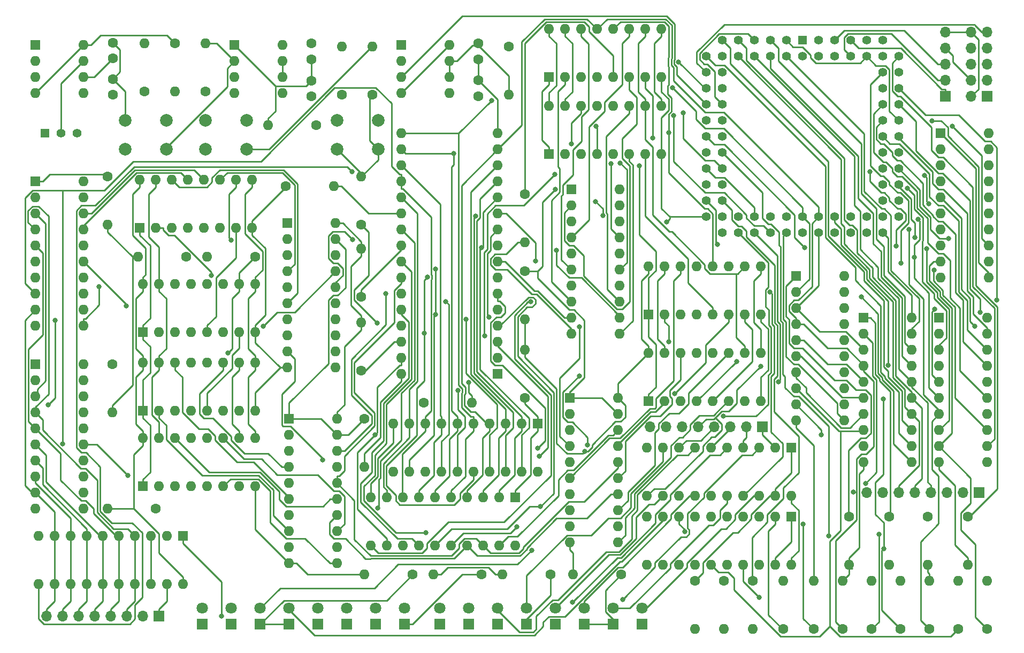
<source format=gbr>
%TF.GenerationSoftware,KiCad,Pcbnew,(5.1.10)-1*%
%TF.CreationDate,2021-08-25T13:13:58+08:00*%
%TF.ProjectId,MAX7000CPU-Gen2,4d415837-3030-4304-9350-552d47656e32,rev?*%
%TF.SameCoordinates,Original*%
%TF.FileFunction,Copper,L2,Bot*%
%TF.FilePolarity,Positive*%
%FSLAX46Y46*%
G04 Gerber Fmt 4.6, Leading zero omitted, Abs format (unit mm)*
G04 Created by KiCad (PCBNEW (5.1.10)-1) date 2021-08-25 13:13:58*
%MOMM*%
%LPD*%
G01*
G04 APERTURE LIST*
%TA.AperFunction,ComponentPad*%
%ADD10O,1.700000X1.700000*%
%TD*%
%TA.AperFunction,ComponentPad*%
%ADD11R,1.700000X1.700000*%
%TD*%
%TA.AperFunction,ComponentPad*%
%ADD12O,1.600000X1.600000*%
%TD*%
%TA.AperFunction,ComponentPad*%
%ADD13R,1.600000X1.600000*%
%TD*%
%TA.AperFunction,ComponentPad*%
%ADD14C,1.600000*%
%TD*%
%TA.AperFunction,ComponentPad*%
%ADD15C,1.400000*%
%TD*%
%TA.AperFunction,ComponentPad*%
%ADD16R,1.400000X1.400000*%
%TD*%
%TA.AperFunction,ComponentPad*%
%ADD17C,1.422400*%
%TD*%
%TA.AperFunction,ComponentPad*%
%ADD18R,1.422400X1.422400*%
%TD*%
%TA.AperFunction,ComponentPad*%
%ADD19C,2.000000*%
%TD*%
%TA.AperFunction,ComponentPad*%
%ADD20C,1.800000*%
%TD*%
%TA.AperFunction,ComponentPad*%
%ADD21R,1.800000X1.800000*%
%TD*%
%TA.AperFunction,ViaPad*%
%ADD22C,0.800000*%
%TD*%
%TA.AperFunction,Conductor*%
%ADD23C,0.250000*%
%TD*%
G04 APERTURE END LIST*
D10*
%TO.P,J2,8*%
%TO.N,/Ins7*%
X152400000Y-93472000D03*
%TO.P,J2,7*%
%TO.N,/Ins6*%
X154940000Y-93472000D03*
%TO.P,J2,6*%
%TO.N,/Ins5*%
X157480000Y-93472000D03*
%TO.P,J2,5*%
%TO.N,/Ins4*%
X160020000Y-93472000D03*
%TO.P,J2,4*%
%TO.N,/Ins3*%
X162560000Y-93472000D03*
%TO.P,J2,3*%
%TO.N,/Ins2*%
X165100000Y-93472000D03*
%TO.P,J2,2*%
%TO.N,/Ins1*%
X167640000Y-93472000D03*
D11*
%TO.P,J2,1*%
%TO.N,/Ins0*%
X170180000Y-93472000D03*
%TD*%
D12*
%TO.P,U18,16*%
%TO.N,+5V*%
X117856000Y-71374000D03*
%TO.P,U18,8*%
%TO.N,GND*%
X135636000Y-78994000D03*
%TO.P,U18,15*%
%TO.N,StackCount*%
X120396000Y-71374000D03*
%TO.P,U18,7*%
%TO.N,Net-(U18-Pad7)*%
X133096000Y-78994000D03*
%TO.P,U18,14*%
%TO.N,Net-(U18-Pad14)*%
X122936000Y-71374000D03*
%TO.P,U18,6*%
%TO.N,Net-(U18-Pad6)*%
X130556000Y-78994000D03*
%TO.P,U18,13*%
%TO.N,/B6*%
X125476000Y-71374000D03*
%TO.P,U18,5*%
%TO.N,Net-(U17-Pad7)*%
X128016000Y-78994000D03*
%TO.P,U18,12*%
%TO.N,/B5*%
X128016000Y-71374000D03*
%TO.P,U18,4*%
%TO.N,/B4*%
X125476000Y-78994000D03*
%TO.P,U18,11*%
%TO.N,Net-(U18-Pad11)*%
X130556000Y-71374000D03*
%TO.P,U18,3*%
%TO.N,/B7*%
X122936000Y-78994000D03*
%TO.P,U18,10*%
%TO.N,StackCountDirection*%
X133096000Y-71374000D03*
%TO.P,U18,2*%
%TO.N,Net-(U18-Pad2)*%
X120396000Y-78994000D03*
%TO.P,U18,9*%
%TO.N,+5V*%
X135636000Y-71374000D03*
D13*
%TO.P,U18,1*%
%TO.N,HighStackJump*%
X117856000Y-78994000D03*
%TD*%
D12*
%TO.P,U7,16*%
%TO.N,+5V*%
X37846000Y-60452000D03*
%TO.P,U7,8*%
%TO.N,GND*%
X55626000Y-68072000D03*
%TO.P,U7,15*%
%TO.N,Count*%
X40386000Y-60452000D03*
%TO.P,U7,7*%
%TO.N,Net-(U7-Pad7)*%
X53086000Y-68072000D03*
%TO.P,U7,14*%
%TO.N,Net-(U10-Pad15)*%
X42926000Y-60452000D03*
%TO.P,U7,6*%
%TO.N,Net-(U10-Pad11)*%
X50546000Y-68072000D03*
%TO.P,U7,13*%
%TO.N,Net-(U4-Pad13)*%
X45466000Y-60452000D03*
%TO.P,U7,5*%
%TO.N,Net-(U6-Pad7)*%
X48006000Y-68072000D03*
%TO.P,U7,12*%
%TO.N,Net-(U4-Pad14)*%
X48006000Y-60452000D03*
%TO.P,U7,4*%
%TO.N,Net-(U4-Pad15)*%
X45466000Y-68072000D03*
%TO.P,U7,11*%
%TO.N,Net-(U10-Pad13)*%
X50546000Y-60452000D03*
%TO.P,U7,3*%
%TO.N,Net-(U4-Pad12)*%
X42926000Y-68072000D03*
%TO.P,U7,10*%
%TO.N,Net-(R10-Pad1)*%
X53086000Y-60452000D03*
%TO.P,U7,2*%
%TO.N,Net-(U10-Pad17)*%
X40386000Y-68072000D03*
%TO.P,U7,9*%
%TO.N,Net-(R12-Pad1)*%
X55626000Y-60452000D03*
D13*
%TO.P,U7,1*%
%TO.N,JumpEnable*%
X37846000Y-68072000D03*
%TD*%
D10*
%TO.P,J4,10*%
%TO.N,GND*%
X168910000Y-20574000D03*
%TO.P,J4,9*%
%TO.N,TDI*%
X171450000Y-20574000D03*
%TO.P,J4,8*%
%TO.N,Net-(J4-Pad8)*%
X168910000Y-23114000D03*
%TO.P,J4,7*%
%TO.N,Net-(J4-Pad7)*%
X171450000Y-23114000D03*
%TO.P,J4,6*%
%TO.N,Net-(J4-Pad6)*%
X168910000Y-25654000D03*
%TO.P,J4,5*%
%TO.N,TMS*%
X171450000Y-25654000D03*
%TO.P,J4,4*%
%TO.N,+5V*%
X168910000Y-28194000D03*
%TO.P,J4,3*%
%TO.N,TDO*%
X171450000Y-28194000D03*
%TO.P,J4,2*%
%TO.N,GND*%
X168910000Y-30734000D03*
D11*
%TO.P,J4,1*%
%TO.N,TCK*%
X171450000Y-30734000D03*
%TD*%
D12*
%TO.P,U21,20*%
%TO.N,+5V*%
X44196000Y-107950000D03*
%TO.P,U21,10*%
%TO.N,GND*%
X21336000Y-100330000D03*
%TO.P,U21,19*%
%TO.N,/B0*%
X41656000Y-107950000D03*
%TO.P,U21,9*%
%TO.N,/B7*%
X23876000Y-100330000D03*
%TO.P,U21,18*%
%TO.N,/B1*%
X39116000Y-107950000D03*
%TO.P,U21,8*%
%TO.N,/B6*%
X26416000Y-100330000D03*
%TO.P,U21,17*%
%TO.N,/B2*%
X36576000Y-107950000D03*
%TO.P,U21,7*%
%TO.N,/B5*%
X28956000Y-100330000D03*
%TO.P,U21,16*%
%TO.N,/B3*%
X34036000Y-107950000D03*
%TO.P,U21,6*%
%TO.N,/B4*%
X31496000Y-100330000D03*
%TO.P,U21,15*%
X31496000Y-107950000D03*
%TO.P,U21,5*%
%TO.N,/B3*%
X34036000Y-100330000D03*
%TO.P,U21,14*%
%TO.N,/B5*%
X28956000Y-107950000D03*
%TO.P,U21,4*%
%TO.N,/B2*%
X36576000Y-100330000D03*
%TO.P,U21,13*%
%TO.N,/B6*%
X26416000Y-107950000D03*
%TO.P,U21,3*%
%TO.N,/B1*%
X39116000Y-100330000D03*
%TO.P,U21,12*%
%TO.N,/B7*%
X23876000Y-107950000D03*
%TO.P,U21,2*%
%TO.N,/B0*%
X41656000Y-100330000D03*
%TO.P,U21,11*%
%TO.N,MainRegReadControl*%
X21336000Y-107950000D03*
D13*
%TO.P,U21,1*%
%TO.N,MainRegOutputControl*%
X44196000Y-100330000D03*
%TD*%
D12*
%TO.P,R12,2*%
%TO.N,+5V*%
X32258000Y-96012000D03*
D14*
%TO.P,R12,1*%
%TO.N,Net-(R12-Pad1)*%
X39878000Y-96012000D03*
%TD*%
D12*
%TO.P,R10,2*%
%TO.N,+5V*%
X48006000Y-56134000D03*
D14*
%TO.P,R10,1*%
%TO.N,Net-(R10-Pad1)*%
X55626000Y-56134000D03*
%TD*%
D15*
%TO.P,RV1,3*%
%TO.N,Net-(RV1-Pad3)*%
X27432000Y-36576000D03*
%TO.P,RV1,2*%
%TO.N,Net-(R2-Pad2)*%
X24892000Y-36576000D03*
D16*
%TO.P,RV1,1*%
%TO.N,Net-(R1-Pad1)*%
X22352000Y-36576000D03*
%TD*%
D12*
%TO.P,R32,2*%
%TO.N,GND*%
X149606000Y-104902000D03*
D14*
%TO.P,R32,1*%
%TO.N,Net-(R32-Pad1)*%
X149606000Y-97282000D03*
%TD*%
D12*
%TO.P,R31,2*%
%TO.N,GND*%
X155956000Y-104902000D03*
D14*
%TO.P,R31,1*%
%TO.N,Net-(R31-Pad1)*%
X155956000Y-97282000D03*
%TD*%
D12*
%TO.P,R18,2*%
%TO.N,Net-(R18-Pad2)*%
X89916000Y-79248000D03*
D14*
%TO.P,R18,1*%
%TO.N,GND*%
X82296000Y-79248000D03*
%TD*%
D12*
%TO.P,R14,2*%
%TO.N,Net-(R14-Pad2)*%
X68072000Y-44958000D03*
D14*
%TO.P,R14,1*%
%TO.N,GND*%
X60452000Y-44958000D03*
%TD*%
D12*
%TO.P,R19,2*%
%TO.N,+5V*%
X98298000Y-70866000D03*
D14*
%TO.P,R19,1*%
%TO.N,RAM_Addr_Enable*%
X98298000Y-78486000D03*
%TD*%
D12*
%TO.P,R20,2*%
%TO.N,+5V*%
X98298000Y-66040000D03*
D14*
%TO.P,R20,1*%
%TO.N,StackOutControl*%
X98298000Y-58420000D03*
%TD*%
D12*
%TO.P,R16,2*%
%TO.N,+5V*%
X72390000Y-54864000D03*
D14*
%TO.P,R16,1*%
%TO.N,MemOutEnable*%
X72390000Y-62484000D03*
%TD*%
D12*
%TO.P,R15,2*%
%TO.N,+5V*%
X72390000Y-43434000D03*
D14*
%TO.P,R15,1*%
%TO.N,MemWriteControl*%
X72390000Y-51054000D03*
%TD*%
D12*
%TO.P,R17,2*%
%TO.N,+5V*%
X72390000Y-66548000D03*
D14*
%TO.P,R17,1*%
%TO.N,Net-(R17-Pad1)*%
X72390000Y-74168000D03*
%TD*%
D12*
%TO.P,R21,2*%
%TO.N,GND*%
X98298000Y-53848000D03*
D14*
%TO.P,R21,1*%
%TO.N,Net-(R21-Pad1)*%
X98298000Y-46228000D03*
%TD*%
D12*
%TO.P,R13,2*%
%TO.N,+5V*%
X72898000Y-89408000D03*
D14*
%TO.P,R13,1*%
%TO.N,CounterOutControl*%
X72898000Y-81788000D03*
%TD*%
D12*
%TO.P,R11,2*%
%TO.N,GND*%
X33020000Y-80772000D03*
D14*
%TO.P,R11,1*%
%TO.N,Net-(R11-Pad1)*%
X33020000Y-73152000D03*
%TD*%
D12*
%TO.P,R22,2*%
%TO.N,GND*%
X125222000Y-115062000D03*
D14*
%TO.P,R22,1*%
%TO.N,Net-(R22-Pad1)*%
X125222000Y-107442000D03*
%TD*%
D12*
%TO.P,R23,2*%
%TO.N,GND*%
X129794000Y-115062000D03*
D14*
%TO.P,R23,1*%
%TO.N,Net-(R23-Pad1)*%
X129794000Y-107442000D03*
%TD*%
D12*
%TO.P,R8,2*%
%TO.N,GND*%
X32258000Y-51054000D03*
D14*
%TO.P,R8,1*%
%TO.N,Net-(R8-Pad1)*%
X32258000Y-43434000D03*
%TD*%
D12*
%TO.P,R9,2*%
%TO.N,GND*%
X37084000Y-56134000D03*
D14*
%TO.P,R9,1*%
%TO.N,Net-(R9-Pad1)*%
X44704000Y-56134000D03*
%TD*%
D12*
%TO.P,R30,2*%
%TO.N,GND*%
X162052000Y-104902000D03*
D14*
%TO.P,R30,1*%
%TO.N,Net-(R30-Pad1)*%
X162052000Y-97282000D03*
%TD*%
D12*
%TO.P,R29,2*%
%TO.N,GND*%
X168402000Y-104902000D03*
D14*
%TO.P,R29,1*%
%TO.N,Net-(R29-Pad1)*%
X168402000Y-97282000D03*
%TD*%
D12*
%TO.P,R28,2*%
%TO.N,GND*%
X134366000Y-115062000D03*
D14*
%TO.P,R28,1*%
%TO.N,MainRegOutputControl*%
X134366000Y-107442000D03*
%TD*%
D12*
%TO.P,U20,20*%
%TO.N,+5V*%
X113030000Y-78486000D03*
%TO.P,U20,10*%
%TO.N,GND*%
X105410000Y-101346000D03*
%TO.P,U20,19*%
%TO.N,StackOutControl*%
X113030000Y-81026000D03*
%TO.P,U20,9*%
%TO.N,/RA_H4*%
X105410000Y-98806000D03*
%TO.P,U20,18*%
%TO.N,/RA_H0*%
X113030000Y-83566000D03*
%TO.P,U20,8*%
%TO.N,Net-(U17-Pad2)*%
X105410000Y-96266000D03*
%TO.P,U20,17*%
%TO.N,Net-(U18-Pad2)*%
X113030000Y-86106000D03*
%TO.P,U20,7*%
%TO.N,/RA_H5*%
X105410000Y-93726000D03*
%TO.P,U20,16*%
%TO.N,/RA_H1*%
X113030000Y-88646000D03*
%TO.P,U20,6*%
%TO.N,Net-(U17-Pad14)*%
X105410000Y-91186000D03*
%TO.P,U20,15*%
%TO.N,Net-(U18-Pad14)*%
X113030000Y-91186000D03*
%TO.P,U20,5*%
%TO.N,/RA_H6*%
X105410000Y-88646000D03*
%TO.P,U20,14*%
%TO.N,/RA_H2*%
X113030000Y-93726000D03*
%TO.P,U20,4*%
%TO.N,Net-(U17-Pad11)*%
X105410000Y-86106000D03*
%TO.P,U20,13*%
%TO.N,Net-(U18-Pad11)*%
X113030000Y-96266000D03*
%TO.P,U20,3*%
%TO.N,/RA_H7*%
X105410000Y-83566000D03*
%TO.P,U20,12*%
%TO.N,/RA_H3*%
X113030000Y-98806000D03*
%TO.P,U20,2*%
%TO.N,Net-(U17-Pad6)*%
X105410000Y-81026000D03*
%TO.P,U20,11*%
%TO.N,Net-(U18-Pad6)*%
X113030000Y-101346000D03*
D13*
%TO.P,U20,1*%
%TO.N,StackOutControl*%
X105410000Y-78486000D03*
%TD*%
D12*
%TO.P,U19,20*%
%TO.N,+5V*%
X113284000Y-45466000D03*
%TO.P,U19,10*%
%TO.N,GND*%
X105664000Y-68326000D03*
%TO.P,U19,19*%
%TO.N,StackOutControl*%
X113284000Y-48006000D03*
%TO.P,U19,9*%
%TO.N,/RA_L4*%
X105664000Y-65786000D03*
%TO.P,U19,18*%
%TO.N,/RA_L0*%
X113284000Y-50546000D03*
%TO.P,U19,8*%
%TO.N,Net-(U15-Pad2)*%
X105664000Y-63246000D03*
%TO.P,U19,17*%
%TO.N,Net-(U16-Pad2)*%
X113284000Y-53086000D03*
%TO.P,U19,7*%
%TO.N,/RA_L5*%
X105664000Y-60706000D03*
%TO.P,U19,16*%
%TO.N,/RA_L1*%
X113284000Y-55626000D03*
%TO.P,U19,6*%
%TO.N,Net-(U15-Pad14)*%
X105664000Y-58166000D03*
%TO.P,U19,15*%
%TO.N,Net-(U16-Pad14)*%
X113284000Y-58166000D03*
%TO.P,U19,5*%
%TO.N,/RA_L6*%
X105664000Y-55626000D03*
%TO.P,U19,14*%
%TO.N,/RA_L2*%
X113284000Y-60706000D03*
%TO.P,U19,4*%
%TO.N,Net-(U15-Pad11)*%
X105664000Y-53086000D03*
%TO.P,U19,13*%
%TO.N,Net-(U16-Pad11)*%
X113284000Y-63246000D03*
%TO.P,U19,3*%
%TO.N,/RA_L7*%
X105664000Y-50546000D03*
%TO.P,U19,12*%
%TO.N,/RA_L3*%
X113284000Y-65786000D03*
%TO.P,U19,2*%
%TO.N,Net-(U15-Pad6)*%
X105664000Y-48006000D03*
%TO.P,U19,11*%
%TO.N,Net-(U16-Pad6)*%
X113284000Y-68326000D03*
D13*
%TO.P,U19,1*%
%TO.N,StackOutControl*%
X105664000Y-45466000D03*
%TD*%
D12*
%TO.P,U17,16*%
%TO.N,+5V*%
X117856000Y-57658000D03*
%TO.P,U17,8*%
%TO.N,GND*%
X135636000Y-65278000D03*
%TO.P,U17,15*%
%TO.N,StackCount*%
X120396000Y-57658000D03*
%TO.P,U17,7*%
%TO.N,Net-(U17-Pad7)*%
X133096000Y-65278000D03*
%TO.P,U17,14*%
%TO.N,Net-(U17-Pad14)*%
X122936000Y-57658000D03*
%TO.P,U17,6*%
%TO.N,Net-(U17-Pad6)*%
X130556000Y-65278000D03*
%TO.P,U17,13*%
%TO.N,/B2*%
X125476000Y-57658000D03*
%TO.P,U17,5*%
%TO.N,Net-(U16-Pad7)*%
X128016000Y-65278000D03*
%TO.P,U17,12*%
%TO.N,/B1*%
X128016000Y-57658000D03*
%TO.P,U17,4*%
%TO.N,/B0*%
X125476000Y-65278000D03*
%TO.P,U17,11*%
%TO.N,Net-(U17-Pad11)*%
X130556000Y-57658000D03*
%TO.P,U17,3*%
%TO.N,/B3*%
X122936000Y-65278000D03*
%TO.P,U17,10*%
%TO.N,StackCountDirection*%
X133096000Y-57658000D03*
%TO.P,U17,2*%
%TO.N,Net-(U17-Pad2)*%
X120396000Y-65278000D03*
%TO.P,U17,9*%
%TO.N,+5V*%
X135636000Y-57658000D03*
D13*
%TO.P,U17,1*%
%TO.N,HighStackJump*%
X117856000Y-65278000D03*
%TD*%
D12*
%TO.P,U16,16*%
%TO.N,+5V*%
X102108000Y-32258000D03*
%TO.P,U16,8*%
%TO.N,GND*%
X119888000Y-39878000D03*
%TO.P,U16,15*%
%TO.N,StackCount*%
X104648000Y-32258000D03*
%TO.P,U16,7*%
%TO.N,Net-(U16-Pad7)*%
X117348000Y-39878000D03*
%TO.P,U16,14*%
%TO.N,Net-(U16-Pad14)*%
X107188000Y-32258000D03*
%TO.P,U16,6*%
%TO.N,Net-(U16-Pad6)*%
X114808000Y-39878000D03*
%TO.P,U16,13*%
%TO.N,/B6*%
X109728000Y-32258000D03*
%TO.P,U16,5*%
%TO.N,Net-(U15-Pad7)*%
X112268000Y-39878000D03*
%TO.P,U16,12*%
%TO.N,/B5*%
X112268000Y-32258000D03*
%TO.P,U16,4*%
%TO.N,/B4*%
X109728000Y-39878000D03*
%TO.P,U16,11*%
%TO.N,Net-(U16-Pad11)*%
X114808000Y-32258000D03*
%TO.P,U16,3*%
%TO.N,/B7*%
X107188000Y-39878000D03*
%TO.P,U16,10*%
%TO.N,StackCountDirection*%
X117348000Y-32258000D03*
%TO.P,U16,2*%
%TO.N,Net-(U16-Pad2)*%
X104648000Y-39878000D03*
%TO.P,U16,9*%
%TO.N,+5V*%
X119888000Y-32258000D03*
D13*
%TO.P,U16,1*%
%TO.N,LowStackJump*%
X102108000Y-39878000D03*
%TD*%
D12*
%TO.P,U15,16*%
%TO.N,+5V*%
X102108000Y-20066000D03*
%TO.P,U15,8*%
%TO.N,GND*%
X119888000Y-27686000D03*
%TO.P,U15,15*%
%TO.N,StackCount*%
X104648000Y-20066000D03*
%TO.P,U15,7*%
%TO.N,Net-(U15-Pad7)*%
X117348000Y-27686000D03*
%TO.P,U15,14*%
%TO.N,Net-(U15-Pad14)*%
X107188000Y-20066000D03*
%TO.P,U15,6*%
%TO.N,Net-(U15-Pad6)*%
X114808000Y-27686000D03*
%TO.P,U15,13*%
%TO.N,/B2*%
X109728000Y-20066000D03*
%TO.P,U15,5*%
%TO.N,Net-(R21-Pad1)*%
X112268000Y-27686000D03*
%TO.P,U15,12*%
%TO.N,/B1*%
X112268000Y-20066000D03*
%TO.P,U15,4*%
%TO.N,/B0*%
X109728000Y-27686000D03*
%TO.P,U15,11*%
%TO.N,Net-(U15-Pad11)*%
X114808000Y-20066000D03*
%TO.P,U15,3*%
%TO.N,/B3*%
X107188000Y-27686000D03*
%TO.P,U15,10*%
%TO.N,StackCountDirection*%
X117348000Y-20066000D03*
%TO.P,U15,2*%
%TO.N,Net-(U15-Pad2)*%
X104648000Y-27686000D03*
%TO.P,U15,9*%
%TO.N,+5V*%
X119888000Y-20066000D03*
D13*
%TO.P,U15,1*%
%TO.N,LowStackJump*%
X102108000Y-27686000D03*
%TD*%
D12*
%TO.P,U12,32*%
%TO.N,+5V*%
X78740000Y-74676000D03*
%TO.P,U12,16*%
%TO.N,GND*%
X93980000Y-36576000D03*
%TO.P,U12,31*%
%TO.N,/RA_H7*%
X78740000Y-72136000D03*
%TO.P,U12,15*%
%TO.N,/B2*%
X93980000Y-39116000D03*
%TO.P,U12,30*%
%TO.N,Net-(R17-Pad1)*%
X78740000Y-69596000D03*
%TO.P,U12,14*%
%TO.N,/B1*%
X93980000Y-41656000D03*
%TO.P,U12,29*%
%TO.N,MemWriteControl*%
X78740000Y-67056000D03*
%TO.P,U12,13*%
%TO.N,/B0*%
X93980000Y-44196000D03*
%TO.P,U12,28*%
%TO.N,/RA_H5*%
X78740000Y-64516000D03*
%TO.P,U12,12*%
%TO.N,/RA_L0*%
X93980000Y-46736000D03*
%TO.P,U12,27*%
%TO.N,/RA_H0*%
X78740000Y-61976000D03*
%TO.P,U12,11*%
%TO.N,/RA_L1*%
X93980000Y-49276000D03*
%TO.P,U12,26*%
%TO.N,/RA_H1*%
X78740000Y-59436000D03*
%TO.P,U12,10*%
%TO.N,/RA_L2*%
X93980000Y-51816000D03*
%TO.P,U12,25*%
%TO.N,/RA_H3*%
X78740000Y-56896000D03*
%TO.P,U12,9*%
%TO.N,/RA_L3*%
X93980000Y-54356000D03*
%TO.P,U12,24*%
%TO.N,MemOutEnable*%
X78740000Y-54356000D03*
%TO.P,U12,8*%
%TO.N,/RA_L4*%
X93980000Y-56896000D03*
%TO.P,U12,23*%
%TO.N,/RA_H2*%
X78740000Y-51816000D03*
%TO.P,U12,7*%
%TO.N,/RA_L5*%
X93980000Y-59436000D03*
%TO.P,U12,22*%
%TO.N,Net-(R14-Pad2)*%
X78740000Y-49276000D03*
%TO.P,U12,6*%
%TO.N,/RA_L6*%
X93980000Y-61976000D03*
%TO.P,U12,21*%
%TO.N,/B7*%
X78740000Y-46736000D03*
%TO.P,U12,5*%
%TO.N,/RA_L7*%
X93980000Y-64516000D03*
%TO.P,U12,20*%
%TO.N,/B6*%
X78740000Y-44196000D03*
%TO.P,U12,4*%
%TO.N,/RA_H4*%
X93980000Y-67056000D03*
%TO.P,U12,19*%
%TO.N,/B5*%
X78740000Y-41656000D03*
%TO.P,U12,3*%
%TO.N,/RA_H6*%
X93980000Y-69596000D03*
%TO.P,U12,18*%
%TO.N,/B4*%
X78740000Y-39116000D03*
%TO.P,U12,2*%
%TO.N,Net-(R18-Pad2)*%
X93980000Y-72136000D03*
%TO.P,U12,17*%
%TO.N,/B3*%
X78740000Y-36576000D03*
D13*
%TO.P,U12,1*%
%TO.N,Net-(U12-Pad1)*%
X93980000Y-74676000D03*
%TD*%
D12*
%TO.P,U11,20*%
%TO.N,+5V*%
X68580000Y-81788000D03*
%TO.P,U11,10*%
%TO.N,GND*%
X60960000Y-104648000D03*
%TO.P,U11,19*%
%TO.N,CounterOutControl*%
X68580000Y-84328000D03*
%TO.P,U11,9*%
%TO.N,/RA_H4*%
X60960000Y-102108000D03*
%TO.P,U11,18*%
%TO.N,/RA_H0*%
X68580000Y-86868000D03*
%TO.P,U11,8*%
%TO.N,Net-(U11-Pad8)*%
X60960000Y-99568000D03*
%TO.P,U11,17*%
%TO.N,Net-(U11-Pad17)*%
X68580000Y-89408000D03*
%TO.P,U11,7*%
%TO.N,/RA_H5*%
X60960000Y-97028000D03*
%TO.P,U11,16*%
%TO.N,/RA_H1*%
X68580000Y-91948000D03*
%TO.P,U11,6*%
%TO.N,Net-(U11-Pad6)*%
X60960000Y-94488000D03*
%TO.P,U11,15*%
%TO.N,Net-(U11-Pad15)*%
X68580000Y-94488000D03*
%TO.P,U11,5*%
%TO.N,/RA_H6*%
X60960000Y-91948000D03*
%TO.P,U11,14*%
%TO.N,/RA_H2*%
X68580000Y-97028000D03*
%TO.P,U11,4*%
%TO.N,Net-(U11-Pad4)*%
X60960000Y-89408000D03*
%TO.P,U11,13*%
%TO.N,Net-(U11-Pad13)*%
X68580000Y-99568000D03*
%TO.P,U11,3*%
%TO.N,/RA_H7*%
X60960000Y-86868000D03*
%TO.P,U11,12*%
%TO.N,/RA_H3*%
X68580000Y-102108000D03*
%TO.P,U11,2*%
%TO.N,Net-(U11-Pad2)*%
X60960000Y-84328000D03*
%TO.P,U11,11*%
%TO.N,Net-(U11-Pad11)*%
X68580000Y-104648000D03*
D13*
%TO.P,U11,1*%
%TO.N,CounterOutControl*%
X60960000Y-81788000D03*
%TD*%
D12*
%TO.P,U10,20*%
%TO.N,+5V*%
X68326000Y-50800000D03*
%TO.P,U10,10*%
%TO.N,GND*%
X60706000Y-73660000D03*
%TO.P,U10,19*%
%TO.N,CounterOutControl*%
X68326000Y-53340000D03*
%TO.P,U10,9*%
%TO.N,/RA_L4*%
X60706000Y-71120000D03*
%TO.P,U10,18*%
%TO.N,/RA_L0*%
X68326000Y-55880000D03*
%TO.P,U10,8*%
%TO.N,Net-(U10-Pad8)*%
X60706000Y-68580000D03*
%TO.P,U10,17*%
%TO.N,Net-(U10-Pad17)*%
X68326000Y-58420000D03*
%TO.P,U10,7*%
%TO.N,/RA_L5*%
X60706000Y-66040000D03*
%TO.P,U10,16*%
%TO.N,/RA_L1*%
X68326000Y-60960000D03*
%TO.P,U10,6*%
%TO.N,Net-(U10-Pad6)*%
X60706000Y-63500000D03*
%TO.P,U10,15*%
%TO.N,Net-(U10-Pad15)*%
X68326000Y-63500000D03*
%TO.P,U10,5*%
%TO.N,/RA_L6*%
X60706000Y-60960000D03*
%TO.P,U10,14*%
%TO.N,/RA_L2*%
X68326000Y-66040000D03*
%TO.P,U10,4*%
%TO.N,Net-(U10-Pad4)*%
X60706000Y-58420000D03*
%TO.P,U10,13*%
%TO.N,Net-(U10-Pad13)*%
X68326000Y-68580000D03*
%TO.P,U10,3*%
%TO.N,/RA_L7*%
X60706000Y-55880000D03*
%TO.P,U10,12*%
%TO.N,/RA_L3*%
X68326000Y-71120000D03*
%TO.P,U10,2*%
%TO.N,Net-(U10-Pad2)*%
X60706000Y-53340000D03*
%TO.P,U10,11*%
%TO.N,Net-(U10-Pad11)*%
X68326000Y-73660000D03*
D13*
%TO.P,U10,1*%
%TO.N,CounterOutControl*%
X60706000Y-50800000D03*
%TD*%
D12*
%TO.P,U9,16*%
%TO.N,+5V*%
X37846000Y-84836000D03*
%TO.P,U9,8*%
%TO.N,GND*%
X55626000Y-92456000D03*
%TO.P,U9,15*%
%TO.N,Count*%
X40386000Y-84836000D03*
%TO.P,U9,7*%
%TO.N,Net-(U9-Pad7)*%
X53086000Y-92456000D03*
%TO.P,U9,14*%
%TO.N,Net-(U11-Pad15)*%
X42926000Y-84836000D03*
%TO.P,U9,6*%
%TO.N,Net-(U11-Pad11)*%
X50546000Y-92456000D03*
%TO.P,U9,13*%
%TO.N,Net-(U5-Pad13)*%
X45466000Y-84836000D03*
%TO.P,U9,5*%
%TO.N,Net-(U8-Pad7)*%
X48006000Y-92456000D03*
%TO.P,U9,12*%
%TO.N,Net-(U5-Pad14)*%
X48006000Y-84836000D03*
%TO.P,U9,4*%
%TO.N,Net-(U5-Pad15)*%
X45466000Y-92456000D03*
%TO.P,U9,11*%
%TO.N,Net-(U11-Pad13)*%
X50546000Y-84836000D03*
%TO.P,U9,3*%
%TO.N,Net-(U5-Pad12)*%
X42926000Y-92456000D03*
%TO.P,U9,10*%
%TO.N,Net-(R10-Pad1)*%
X53086000Y-84836000D03*
%TO.P,U9,2*%
%TO.N,Net-(U11-Pad17)*%
X40386000Y-92456000D03*
%TO.P,U9,9*%
%TO.N,Net-(R12-Pad1)*%
X55626000Y-84836000D03*
D13*
%TO.P,U9,1*%
%TO.N,JumpEnable*%
X37846000Y-92456000D03*
%TD*%
D12*
%TO.P,U8,16*%
%TO.N,+5V*%
X37846000Y-72898000D03*
%TO.P,U8,8*%
%TO.N,GND*%
X55626000Y-80518000D03*
%TO.P,U8,15*%
%TO.N,Count*%
X40386000Y-72898000D03*
%TO.P,U8,7*%
%TO.N,Net-(U8-Pad7)*%
X53086000Y-80518000D03*
%TO.P,U8,14*%
%TO.N,Net-(U11-Pad6)*%
X42926000Y-72898000D03*
%TO.P,U8,6*%
%TO.N,Net-(U11-Pad2)*%
X50546000Y-80518000D03*
%TO.P,U8,13*%
%TO.N,Net-(U5-Pad17)*%
X45466000Y-72898000D03*
%TO.P,U8,5*%
%TO.N,Net-(U7-Pad7)*%
X48006000Y-80518000D03*
%TO.P,U8,12*%
%TO.N,Net-(U5-Pad18)*%
X48006000Y-72898000D03*
%TO.P,U8,4*%
%TO.N,Net-(U5-Pad19)*%
X45466000Y-80518000D03*
%TO.P,U8,11*%
%TO.N,Net-(U11-Pad4)*%
X50546000Y-72898000D03*
%TO.P,U8,3*%
%TO.N,Net-(U5-Pad16)*%
X42926000Y-80518000D03*
%TO.P,U8,10*%
%TO.N,Net-(R10-Pad1)*%
X53086000Y-72898000D03*
%TO.P,U8,2*%
%TO.N,Net-(U11-Pad8)*%
X40386000Y-80518000D03*
%TO.P,U8,9*%
%TO.N,Net-(R12-Pad1)*%
X55626000Y-72898000D03*
D13*
%TO.P,U8,1*%
%TO.N,JumpEnable*%
X37846000Y-80518000D03*
%TD*%
D12*
%TO.P,U6,16*%
%TO.N,+5V*%
X37338000Y-43942000D03*
%TO.P,U6,8*%
%TO.N,GND*%
X55118000Y-51562000D03*
%TO.P,U6,15*%
%TO.N,Count*%
X39878000Y-43942000D03*
%TO.P,U6,7*%
%TO.N,Net-(U6-Pad7)*%
X52578000Y-51562000D03*
%TO.P,U6,14*%
%TO.N,Net-(U10-Pad6)*%
X42418000Y-43942000D03*
%TO.P,U6,6*%
%TO.N,Net-(U10-Pad2)*%
X50038000Y-51562000D03*
%TO.P,U6,13*%
%TO.N,Net-(U4-Pad17)*%
X44958000Y-43942000D03*
%TO.P,U6,5*%
%TO.N,Net-(R9-Pad1)*%
X47498000Y-51562000D03*
%TO.P,U6,12*%
%TO.N,Net-(U4-Pad18)*%
X47498000Y-43942000D03*
%TO.P,U6,4*%
%TO.N,Net-(U4-Pad19)*%
X44958000Y-51562000D03*
%TO.P,U6,11*%
%TO.N,Net-(U10-Pad4)*%
X50038000Y-43942000D03*
%TO.P,U6,3*%
%TO.N,Net-(U4-Pad16)*%
X42418000Y-51562000D03*
%TO.P,U6,10*%
%TO.N,Net-(R10-Pad1)*%
X52578000Y-43942000D03*
%TO.P,U6,2*%
%TO.N,Net-(U10-Pad8)*%
X39878000Y-51562000D03*
%TO.P,U6,9*%
%TO.N,Net-(R12-Pad1)*%
X55118000Y-43942000D03*
D13*
%TO.P,U6,1*%
%TO.N,JumpEnable*%
X37338000Y-51562000D03*
%TD*%
D17*
%TO.P,U28,72*%
%TO.N,GND*%
X157480000Y-26924000D03*
%TO.P,U28,70*%
%TO.N,/rB5*%
X157480000Y-29464000D03*
%TO.P,U28,68*%
%TO.N,/rB3*%
X157480000Y-32004000D03*
%TO.P,U28,66*%
%TO.N,+5V*%
X157480000Y-34544000D03*
%TO.P,U28,64*%
%TO.N,/rB0*%
X157480000Y-37084000D03*
%TO.P,U28,62*%
%TO.N,TCK*%
X157480000Y-39624000D03*
%TO.P,U28,60*%
%TO.N,/rA5*%
X157480000Y-42164000D03*
%TO.P,U28,58*%
%TO.N,/rA4*%
X157480000Y-44704000D03*
%TO.P,U28,56*%
%TO.N,/rA2*%
X157480000Y-47244000D03*
%TO.P,U28,54*%
%TO.N,/rA0*%
X157480000Y-49784000D03*
%TO.P,U28,73*%
%TO.N,/rB6*%
X154940000Y-26924000D03*
%TO.P,U28,71*%
%TO.N,TDO*%
X154940000Y-29464000D03*
%TO.P,U28,69*%
%TO.N,/rB4*%
X154940000Y-32004000D03*
%TO.P,U28,67*%
%TO.N,/rB2*%
X154940000Y-34544000D03*
%TO.P,U28,65*%
%TO.N,/rB1*%
X154940000Y-37084000D03*
%TO.P,U28,63*%
%TO.N,/rA7*%
X154940000Y-39624000D03*
%TO.P,U28,61*%
%TO.N,/rA6*%
X154940000Y-42164000D03*
%TO.P,U28,59*%
%TO.N,GND*%
X154940000Y-44704000D03*
%TO.P,U28,57*%
%TO.N,/rA3*%
X154940000Y-47244000D03*
%TO.P,U28,55*%
%TO.N,/rA1*%
X154940000Y-49784000D03*
%TO.P,U28,53*%
%TO.N,+5V*%
X154940000Y-52324000D03*
%TO.P,U28,51*%
%TO.N,/B6*%
X152400000Y-52324000D03*
%TO.P,U28,49*%
%TO.N,/B4*%
X149860000Y-52324000D03*
%TO.P,U28,47*%
%TO.N,GND*%
X147320000Y-52324000D03*
%TO.P,U28,45*%
%TO.N,/B1*%
X144780000Y-52324000D03*
%TO.P,U28,43*%
%TO.N,+5V*%
X142240000Y-52324000D03*
%TO.P,U28,41*%
%TO.N,DSPcontrol*%
X139700000Y-52324000D03*
%TO.P,U28,39*%
%TO.N,StackCount*%
X137160000Y-52324000D03*
%TO.P,U28,37*%
%TO.N,RAM_Addr_Enable*%
X134620000Y-52324000D03*
%TO.P,U28,35*%
%TO.N,RAM_LowControl*%
X132080000Y-52324000D03*
%TO.P,U28,33*%
%TO.N,MemOutEnable*%
X129540000Y-52324000D03*
%TO.P,U28,52*%
%TO.N,/B7*%
X152400000Y-49784000D03*
%TO.P,U28,50*%
%TO.N,/B5*%
X149860000Y-49784000D03*
%TO.P,U28,48*%
%TO.N,/B3*%
X147320000Y-49784000D03*
%TO.P,U28,46*%
%TO.N,/B2*%
X144780000Y-49784000D03*
%TO.P,U28,44*%
%TO.N,/B0*%
X142240000Y-49784000D03*
%TO.P,U28,42*%
%TO.N,GND*%
X139700000Y-49784000D03*
%TO.P,U28,40*%
%TO.N,StackOutControl*%
X137160000Y-49784000D03*
%TO.P,U28,38*%
%TO.N,+5V*%
X134620000Y-49784000D03*
%TO.P,U28,36*%
%TO.N,RAM_HighControl*%
X132080000Y-49784000D03*
%TO.P,U28,34*%
%TO.N,MemWriteControl*%
X129540000Y-49784000D03*
%TO.P,U28,32*%
%TO.N,GND*%
X127000000Y-49784000D03*
%TO.P,U28,30*%
%TO.N,JumpEnable*%
X127000000Y-47244000D03*
%TO.P,U28,28*%
%TO.N,LOWJumpRegLoad*%
X127000000Y-44704000D03*
%TO.P,U28,26*%
%TO.N,+5V*%
X127000000Y-42164000D03*
%TO.P,U28,24*%
%TO.N,RegAControl*%
X127000000Y-39624000D03*
%TO.P,U28,22*%
%TO.N,InsRegControl*%
X127000000Y-37084000D03*
%TO.P,U28,20*%
%TO.N,Count*%
X127000000Y-34544000D03*
%TO.P,U28,18*%
%TO.N,CLK_Select*%
X127000000Y-32004000D03*
%TO.P,U28,16*%
%TO.N,UserCLK*%
X127000000Y-29464000D03*
%TO.P,U28,14*%
%TO.N,TDI*%
X127000000Y-26924000D03*
%TO.P,U28,12*%
%TO.N,/Ins7*%
X127000000Y-24384000D03*
%TO.P,U28,31*%
%TO.N,MainRegOutputControl*%
X129540000Y-47244000D03*
%TO.P,U28,29*%
%TO.N,HIGHJumpRegLoad*%
X129540000Y-44704000D03*
%TO.P,U28,27*%
%TO.N,MainRegReadControl*%
X129540000Y-42164000D03*
%TO.P,U28,25*%
%TO.N,RegBControl*%
X129540000Y-39624000D03*
%TO.P,U28,23*%
%TO.N,TMS*%
X129540000Y-37084000D03*
%TO.P,U28,21*%
%TO.N,CounterOutControl*%
X129540000Y-34544000D03*
%TO.P,U28,19*%
%TO.N,GND*%
X129540000Y-32004000D03*
%TO.P,U28,17*%
%TO.N,SlowCLK*%
X129540000Y-29464000D03*
%TO.P,U28,15*%
%TO.N,Reset*%
X129540000Y-26924000D03*
%TO.P,U28,13*%
%TO.N,+5V*%
X129540000Y-24384000D03*
%TO.P,U28,75*%
%TO.N,LowStackJump*%
X154940000Y-21844000D03*
%TO.P,U28,77*%
%TO.N,StackCountDirection*%
X152400000Y-21844000D03*
%TO.P,U28,79*%
%TO.N,CLK*%
X149860000Y-21844000D03*
%TO.P,U28,81*%
%TO.N,STATE*%
X147320000Y-21844000D03*
%TO.P,U28,83*%
%TO.N,Net-(U28-Pad83)*%
X144780000Y-21844000D03*
%TO.P,U28,11*%
%TO.N,/Ins6*%
X129540000Y-21844000D03*
%TO.P,U28,9*%
%TO.N,/Ins4*%
X132080000Y-21844000D03*
%TO.P,U28,7*%
%TO.N,GND*%
X134620000Y-21844000D03*
%TO.P,U28,5*%
%TO.N,/Ins1*%
X137160000Y-21844000D03*
%TO.P,U28,3*%
%TO.N,+5V*%
X139700000Y-21844000D03*
D18*
%TO.P,U28,1*%
%TO.N,Net-(U28-Pad1)*%
X142240000Y-21844000D03*
D17*
%TO.P,U28,74*%
%TO.N,/rB7*%
X157480000Y-24384000D03*
%TO.P,U28,76*%
%TO.N,HighStackJump*%
X154940000Y-24384000D03*
%TO.P,U28,78*%
%TO.N,+5V*%
X152400000Y-24384000D03*
%TO.P,U28,80*%
%TO.N,SYNC*%
X149860000Y-24384000D03*
%TO.P,U28,82*%
%TO.N,GND*%
X147320000Y-24384000D03*
%TO.P,U28,84*%
%TO.N,Net-(U28-Pad84)*%
X144780000Y-24384000D03*
%TO.P,U28,10*%
%TO.N,/Ins5*%
X132080000Y-24384000D03*
%TO.P,U28,8*%
%TO.N,/Ins3*%
X134620000Y-24384000D03*
%TO.P,U28,6*%
%TO.N,/Ins2*%
X137160000Y-24384000D03*
%TO.P,U28,4*%
%TO.N,/Ins0*%
X139700000Y-24384000D03*
%TO.P,U28,2*%
%TO.N,Net-(U28-Pad2)*%
X142240000Y-24384000D03*
%TD*%
D12*
%TO.P,U25,20*%
%TO.N,+5V*%
X148844000Y-59182000D03*
%TO.P,U25,10*%
%TO.N,GND*%
X141224000Y-82042000D03*
%TO.P,U25,19*%
%TO.N,/Qo7*%
X148844000Y-61722000D03*
%TO.P,U25,9*%
%TO.N,/B7*%
X141224000Y-79502000D03*
%TO.P,U25,18*%
%TO.N,/Qo6*%
X148844000Y-64262000D03*
%TO.P,U25,8*%
%TO.N,/B6*%
X141224000Y-76962000D03*
%TO.P,U25,17*%
%TO.N,/Qo5*%
X148844000Y-66802000D03*
%TO.P,U25,7*%
%TO.N,/B5*%
X141224000Y-74422000D03*
%TO.P,U25,16*%
%TO.N,/Qo4*%
X148844000Y-69342000D03*
%TO.P,U25,6*%
%TO.N,/B4*%
X141224000Y-71882000D03*
%TO.P,U25,15*%
%TO.N,/Qo3*%
X148844000Y-71882000D03*
%TO.P,U25,5*%
%TO.N,/B3*%
X141224000Y-69342000D03*
%TO.P,U25,14*%
%TO.N,/Qo2*%
X148844000Y-74422000D03*
%TO.P,U25,4*%
%TO.N,/B2*%
X141224000Y-66802000D03*
%TO.P,U25,13*%
%TO.N,/Qo1*%
X148844000Y-76962000D03*
%TO.P,U25,3*%
%TO.N,/B1*%
X141224000Y-64262000D03*
%TO.P,U25,12*%
%TO.N,/Qo0*%
X148844000Y-79502000D03*
%TO.P,U25,2*%
%TO.N,/B0*%
X141224000Y-61722000D03*
%TO.P,U25,11*%
%TO.N,DSPcontrol*%
X148844000Y-82042000D03*
D13*
%TO.P,U25,1*%
%TO.N,Net-(R32-Pad1)*%
X141224000Y-59182000D03*
%TD*%
D12*
%TO.P,U24,20*%
%TO.N,+5V*%
X159512000Y-65786000D03*
%TO.P,U24,10*%
%TO.N,GND*%
X151892000Y-88646000D03*
%TO.P,U24,19*%
%TO.N,/Ins0*%
X159512000Y-68326000D03*
%TO.P,U24,9*%
%TO.N,/B7*%
X151892000Y-86106000D03*
%TO.P,U24,18*%
%TO.N,/Ins1*%
X159512000Y-70866000D03*
%TO.P,U24,8*%
%TO.N,/B6*%
X151892000Y-83566000D03*
%TO.P,U24,17*%
%TO.N,/Ins2*%
X159512000Y-73406000D03*
%TO.P,U24,7*%
%TO.N,/B5*%
X151892000Y-81026000D03*
%TO.P,U24,16*%
%TO.N,/Ins3*%
X159512000Y-75946000D03*
%TO.P,U24,6*%
%TO.N,/B4*%
X151892000Y-78486000D03*
%TO.P,U24,15*%
%TO.N,/Ins4*%
X159512000Y-78486000D03*
%TO.P,U24,5*%
%TO.N,/B3*%
X151892000Y-75946000D03*
%TO.P,U24,14*%
%TO.N,/Ins5*%
X159512000Y-81026000D03*
%TO.P,U24,4*%
%TO.N,/B2*%
X151892000Y-73406000D03*
%TO.P,U24,13*%
%TO.N,/Ins6*%
X159512000Y-83566000D03*
%TO.P,U24,3*%
%TO.N,/B1*%
X151892000Y-70866000D03*
%TO.P,U24,12*%
%TO.N,/Ins7*%
X159512000Y-86106000D03*
%TO.P,U24,2*%
%TO.N,/B0*%
X151892000Y-68326000D03*
%TO.P,U24,11*%
%TO.N,InsRegControl*%
X159512000Y-88646000D03*
D13*
%TO.P,U24,1*%
%TO.N,Net-(R31-Pad1)*%
X151892000Y-65786000D03*
%TD*%
D12*
%TO.P,U14,20*%
%TO.N,+5V*%
X96774000Y-101854000D03*
%TO.P,U14,10*%
%TO.N,GND*%
X73914000Y-94234000D03*
%TO.P,U14,19*%
%TO.N,/RA_H0*%
X94234000Y-101854000D03*
%TO.P,U14,9*%
%TO.N,/B7*%
X76454000Y-94234000D03*
%TO.P,U14,18*%
%TO.N,/RA_H1*%
X91694000Y-101854000D03*
%TO.P,U14,8*%
%TO.N,/B6*%
X78994000Y-94234000D03*
%TO.P,U14,17*%
%TO.N,/RA_H2*%
X89154000Y-101854000D03*
%TO.P,U14,7*%
%TO.N,/B5*%
X81534000Y-94234000D03*
%TO.P,U14,16*%
%TO.N,/RA_H3*%
X86614000Y-101854000D03*
%TO.P,U14,6*%
%TO.N,/B4*%
X84074000Y-94234000D03*
%TO.P,U14,15*%
%TO.N,/RA_H4*%
X84074000Y-101854000D03*
%TO.P,U14,5*%
%TO.N,/B3*%
X86614000Y-94234000D03*
%TO.P,U14,14*%
%TO.N,/RA_H5*%
X81534000Y-101854000D03*
%TO.P,U14,4*%
%TO.N,/B2*%
X89154000Y-94234000D03*
%TO.P,U14,13*%
%TO.N,/RA_H6*%
X78994000Y-101854000D03*
%TO.P,U14,3*%
%TO.N,/B1*%
X91694000Y-94234000D03*
%TO.P,U14,12*%
%TO.N,/RA_H7*%
X76454000Y-101854000D03*
%TO.P,U14,2*%
%TO.N,/B0*%
X94234000Y-94234000D03*
%TO.P,U14,11*%
%TO.N,RAM_HighControl*%
X73914000Y-101854000D03*
D13*
%TO.P,U14,1*%
%TO.N,RAM_Addr_Enable*%
X96774000Y-94234000D03*
%TD*%
D12*
%TO.P,U13,20*%
%TO.N,+5V*%
X100330000Y-90170000D03*
%TO.P,U13,10*%
%TO.N,GND*%
X77470000Y-82550000D03*
%TO.P,U13,19*%
%TO.N,/RA_L0*%
X97790000Y-90170000D03*
%TO.P,U13,9*%
%TO.N,/B7*%
X80010000Y-82550000D03*
%TO.P,U13,18*%
%TO.N,/RA_L1*%
X95250000Y-90170000D03*
%TO.P,U13,8*%
%TO.N,/B6*%
X82550000Y-82550000D03*
%TO.P,U13,17*%
%TO.N,/RA_L2*%
X92710000Y-90170000D03*
%TO.P,U13,7*%
%TO.N,/B5*%
X85090000Y-82550000D03*
%TO.P,U13,16*%
%TO.N,/RA_L3*%
X90170000Y-90170000D03*
%TO.P,U13,6*%
%TO.N,/B4*%
X87630000Y-82550000D03*
%TO.P,U13,15*%
%TO.N,/RA_L4*%
X87630000Y-90170000D03*
%TO.P,U13,5*%
%TO.N,/B3*%
X90170000Y-82550000D03*
%TO.P,U13,14*%
%TO.N,/RA_L5*%
X85090000Y-90170000D03*
%TO.P,U13,4*%
%TO.N,/B2*%
X92710000Y-82550000D03*
%TO.P,U13,13*%
%TO.N,/RA_L6*%
X82550000Y-90170000D03*
%TO.P,U13,3*%
%TO.N,/B1*%
X95250000Y-82550000D03*
%TO.P,U13,12*%
%TO.N,/RA_L7*%
X80010000Y-90170000D03*
%TO.P,U13,2*%
%TO.N,/B0*%
X97790000Y-82550000D03*
%TO.P,U13,11*%
%TO.N,RAM_LowControl*%
X77470000Y-90170000D03*
D13*
%TO.P,U13,1*%
%TO.N,RAM_Addr_Enable*%
X100330000Y-82550000D03*
%TD*%
D12*
%TO.P,U27,20*%
%TO.N,+5V*%
X140462000Y-93980000D03*
%TO.P,U27,10*%
%TO.N,GND*%
X117602000Y-86360000D03*
%TO.P,U27,19*%
%TO.N,Net-(R22-Pad1)*%
X137922000Y-93980000D03*
%TO.P,U27,9*%
%TO.N,/Iq4*%
X120142000Y-86360000D03*
%TO.P,U27,18*%
%TO.N,/Iq0*%
X135382000Y-93980000D03*
%TO.P,U27,8*%
%TO.N,/Qo3*%
X122682000Y-86360000D03*
%TO.P,U27,17*%
%TO.N,/Qo7*%
X132842000Y-93980000D03*
%TO.P,U27,7*%
%TO.N,/Iq5*%
X125222000Y-86360000D03*
%TO.P,U27,16*%
%TO.N,/Iq1*%
X130302000Y-93980000D03*
%TO.P,U27,6*%
%TO.N,/Qo2*%
X127762000Y-86360000D03*
%TO.P,U27,15*%
%TO.N,/Qo6*%
X127762000Y-93980000D03*
%TO.P,U27,5*%
%TO.N,/Iq6*%
X130302000Y-86360000D03*
%TO.P,U27,14*%
%TO.N,/Iq2*%
X125222000Y-93980000D03*
%TO.P,U27,4*%
%TO.N,/Qo1*%
X132842000Y-86360000D03*
%TO.P,U27,13*%
%TO.N,/Qo5*%
X122682000Y-93980000D03*
%TO.P,U27,3*%
%TO.N,/Iq7*%
X135382000Y-86360000D03*
%TO.P,U27,12*%
%TO.N,/Iq3*%
X120142000Y-93980000D03*
%TO.P,U27,2*%
%TO.N,/Qo0*%
X137922000Y-86360000D03*
%TO.P,U27,11*%
%TO.N,/Qo4*%
X117602000Y-93980000D03*
D13*
%TO.P,U27,1*%
%TO.N,Net-(R22-Pad1)*%
X140462000Y-86360000D03*
%TD*%
D12*
%TO.P,U26,20*%
%TO.N,+5V*%
X140462000Y-104902000D03*
%TO.P,U26,10*%
%TO.N,GND*%
X117602000Y-97282000D03*
%TO.P,U26,19*%
%TO.N,Net-(R23-Pad1)*%
X137922000Y-104902000D03*
%TO.P,U26,9*%
%TO.N,/Im4*%
X120142000Y-97282000D03*
%TO.P,U26,18*%
%TO.N,/Im0*%
X135382000Y-104902000D03*
%TO.P,U26,8*%
%TO.N,/B3*%
X122682000Y-97282000D03*
%TO.P,U26,17*%
%TO.N,/B7*%
X132842000Y-104902000D03*
%TO.P,U26,7*%
%TO.N,/Im5*%
X125222000Y-97282000D03*
%TO.P,U26,16*%
%TO.N,/Im1*%
X130302000Y-104902000D03*
%TO.P,U26,6*%
%TO.N,/B2*%
X127762000Y-97282000D03*
%TO.P,U26,15*%
%TO.N,/B6*%
X127762000Y-104902000D03*
%TO.P,U26,5*%
%TO.N,/Im6*%
X130302000Y-97282000D03*
%TO.P,U26,14*%
%TO.N,/Im2*%
X125222000Y-104902000D03*
%TO.P,U26,4*%
%TO.N,/B1*%
X132842000Y-97282000D03*
%TO.P,U26,13*%
%TO.N,/B5*%
X122682000Y-104902000D03*
%TO.P,U26,3*%
%TO.N,/Im7*%
X135382000Y-97282000D03*
%TO.P,U26,12*%
%TO.N,/Im3*%
X120142000Y-104902000D03*
%TO.P,U26,2*%
%TO.N,/B0*%
X137922000Y-97282000D03*
%TO.P,U26,11*%
%TO.N,/B4*%
X117602000Y-104902000D03*
D13*
%TO.P,U26,1*%
%TO.N,Net-(R23-Pad1)*%
X140462000Y-97282000D03*
%TD*%
D12*
%TO.P,U5,20*%
%TO.N,+5V*%
X28448000Y-73152000D03*
%TO.P,U5,10*%
%TO.N,GND*%
X20828000Y-96012000D03*
%TO.P,U5,19*%
%TO.N,Net-(U5-Pad19)*%
X28448000Y-75692000D03*
%TO.P,U5,9*%
%TO.N,/B7*%
X20828000Y-93472000D03*
%TO.P,U5,18*%
%TO.N,Net-(U5-Pad18)*%
X28448000Y-78232000D03*
%TO.P,U5,8*%
%TO.N,/B6*%
X20828000Y-90932000D03*
%TO.P,U5,17*%
%TO.N,Net-(U5-Pad17)*%
X28448000Y-80772000D03*
%TO.P,U5,7*%
%TO.N,/B5*%
X20828000Y-88392000D03*
%TO.P,U5,16*%
%TO.N,Net-(U5-Pad16)*%
X28448000Y-83312000D03*
%TO.P,U5,6*%
%TO.N,/B4*%
X20828000Y-85852000D03*
%TO.P,U5,15*%
%TO.N,Net-(U5-Pad15)*%
X28448000Y-85852000D03*
%TO.P,U5,5*%
%TO.N,/B3*%
X20828000Y-83312000D03*
%TO.P,U5,14*%
%TO.N,Net-(U5-Pad14)*%
X28448000Y-88392000D03*
%TO.P,U5,4*%
%TO.N,/B2*%
X20828000Y-80772000D03*
%TO.P,U5,13*%
%TO.N,Net-(U5-Pad13)*%
X28448000Y-90932000D03*
%TO.P,U5,3*%
%TO.N,/B1*%
X20828000Y-78232000D03*
%TO.P,U5,12*%
%TO.N,Net-(U5-Pad12)*%
X28448000Y-93472000D03*
%TO.P,U5,2*%
%TO.N,/B0*%
X20828000Y-75692000D03*
%TO.P,U5,11*%
%TO.N,HIGHJumpRegLoad*%
X28448000Y-96012000D03*
D13*
%TO.P,U5,1*%
%TO.N,Net-(R11-Pad1)*%
X20828000Y-73152000D03*
%TD*%
D12*
%TO.P,U4,20*%
%TO.N,+5V*%
X28448000Y-44196000D03*
%TO.P,U4,10*%
%TO.N,GND*%
X20828000Y-67056000D03*
%TO.P,U4,19*%
%TO.N,Net-(U4-Pad19)*%
X28448000Y-46736000D03*
%TO.P,U4,9*%
%TO.N,/B7*%
X20828000Y-64516000D03*
%TO.P,U4,18*%
%TO.N,Net-(U4-Pad18)*%
X28448000Y-49276000D03*
%TO.P,U4,8*%
%TO.N,/B6*%
X20828000Y-61976000D03*
%TO.P,U4,17*%
%TO.N,Net-(U4-Pad17)*%
X28448000Y-51816000D03*
%TO.P,U4,7*%
%TO.N,/B5*%
X20828000Y-59436000D03*
%TO.P,U4,16*%
%TO.N,Net-(U4-Pad16)*%
X28448000Y-54356000D03*
%TO.P,U4,6*%
%TO.N,/B4*%
X20828000Y-56896000D03*
%TO.P,U4,15*%
%TO.N,Net-(U4-Pad15)*%
X28448000Y-56896000D03*
%TO.P,U4,5*%
%TO.N,/B3*%
X20828000Y-54356000D03*
%TO.P,U4,14*%
%TO.N,Net-(U4-Pad14)*%
X28448000Y-59436000D03*
%TO.P,U4,4*%
%TO.N,/B2*%
X20828000Y-51816000D03*
%TO.P,U4,13*%
%TO.N,Net-(U4-Pad13)*%
X28448000Y-61976000D03*
%TO.P,U4,3*%
%TO.N,/B1*%
X20828000Y-49276000D03*
%TO.P,U4,12*%
%TO.N,Net-(U4-Pad12)*%
X28448000Y-64516000D03*
%TO.P,U4,2*%
%TO.N,/B0*%
X20828000Y-46736000D03*
%TO.P,U4,11*%
%TO.N,LOWJumpRegLoad*%
X28448000Y-67056000D03*
D13*
%TO.P,U4,1*%
%TO.N,Net-(R8-Pad1)*%
X20828000Y-44196000D03*
%TD*%
D12*
%TO.P,U23,20*%
%TO.N,+5V*%
X171450000Y-65786000D03*
%TO.P,U23,10*%
%TO.N,GND*%
X163830000Y-88646000D03*
%TO.P,U23,19*%
%TO.N,/rB0*%
X171450000Y-68326000D03*
%TO.P,U23,9*%
%TO.N,/B7*%
X163830000Y-86106000D03*
%TO.P,U23,18*%
%TO.N,/rB1*%
X171450000Y-70866000D03*
%TO.P,U23,8*%
%TO.N,/B6*%
X163830000Y-83566000D03*
%TO.P,U23,17*%
%TO.N,/rB2*%
X171450000Y-73406000D03*
%TO.P,U23,7*%
%TO.N,/B5*%
X163830000Y-81026000D03*
%TO.P,U23,16*%
%TO.N,/rB3*%
X171450000Y-75946000D03*
%TO.P,U23,6*%
%TO.N,/B4*%
X163830000Y-78486000D03*
%TO.P,U23,15*%
%TO.N,/rB4*%
X171450000Y-78486000D03*
%TO.P,U23,5*%
%TO.N,/B3*%
X163830000Y-75946000D03*
%TO.P,U23,14*%
%TO.N,/rB5*%
X171450000Y-81026000D03*
%TO.P,U23,4*%
%TO.N,/B2*%
X163830000Y-73406000D03*
%TO.P,U23,13*%
%TO.N,/rB6*%
X171450000Y-83566000D03*
%TO.P,U23,3*%
%TO.N,/B1*%
X163830000Y-70866000D03*
%TO.P,U23,12*%
%TO.N,/rB7*%
X171450000Y-86106000D03*
%TO.P,U23,2*%
%TO.N,/B0*%
X163830000Y-68326000D03*
%TO.P,U23,11*%
%TO.N,RegBControl*%
X171450000Y-88646000D03*
D13*
%TO.P,U23,1*%
%TO.N,Net-(R30-Pad1)*%
X163830000Y-65786000D03*
%TD*%
D12*
%TO.P,U22,20*%
%TO.N,+5V*%
X171704000Y-36576000D03*
%TO.P,U22,10*%
%TO.N,GND*%
X164084000Y-59436000D03*
%TO.P,U22,19*%
%TO.N,/rA0*%
X171704000Y-39116000D03*
%TO.P,U22,9*%
%TO.N,/B7*%
X164084000Y-56896000D03*
%TO.P,U22,18*%
%TO.N,/rA1*%
X171704000Y-41656000D03*
%TO.P,U22,8*%
%TO.N,/B6*%
X164084000Y-54356000D03*
%TO.P,U22,17*%
%TO.N,/rA2*%
X171704000Y-44196000D03*
%TO.P,U22,7*%
%TO.N,/B5*%
X164084000Y-51816000D03*
%TO.P,U22,16*%
%TO.N,/rA3*%
X171704000Y-46736000D03*
%TO.P,U22,6*%
%TO.N,/B4*%
X164084000Y-49276000D03*
%TO.P,U22,15*%
%TO.N,/rA4*%
X171704000Y-49276000D03*
%TO.P,U22,5*%
%TO.N,/B3*%
X164084000Y-46736000D03*
%TO.P,U22,14*%
%TO.N,/rA5*%
X171704000Y-51816000D03*
%TO.P,U22,4*%
%TO.N,/B2*%
X164084000Y-44196000D03*
%TO.P,U22,13*%
%TO.N,/rA6*%
X171704000Y-54356000D03*
%TO.P,U22,3*%
%TO.N,/B1*%
X164084000Y-41656000D03*
%TO.P,U22,12*%
%TO.N,/rA7*%
X171704000Y-56896000D03*
%TO.P,U22,2*%
%TO.N,/B0*%
X164084000Y-39116000D03*
%TO.P,U22,11*%
%TO.N,RegAControl*%
X171704000Y-59436000D03*
D13*
%TO.P,U22,1*%
%TO.N,Net-(R29-Pad1)*%
X164084000Y-36576000D03*
%TD*%
D12*
%TO.P,U3,8*%
%TO.N,+5V*%
X86360000Y-22606000D03*
%TO.P,U3,4*%
X78740000Y-30226000D03*
%TO.P,U3,7*%
%TO.N,Net-(C5-Pad1)*%
X86360000Y-25146000D03*
%TO.P,U3,3*%
%TO.N,CLK_Select*%
X78740000Y-27686000D03*
%TO.P,U3,6*%
%TO.N,Net-(C5-Pad1)*%
X86360000Y-27686000D03*
%TO.P,U3,2*%
%TO.N,Net-(R5-Pad2)*%
X78740000Y-25146000D03*
%TO.P,U3,5*%
%TO.N,Net-(C6-Pad1)*%
X86360000Y-30226000D03*
D13*
%TO.P,U3,1*%
%TO.N,GND*%
X78740000Y-22606000D03*
%TD*%
D12*
%TO.P,U2,8*%
%TO.N,+5V*%
X59944000Y-22606000D03*
%TO.P,U2,4*%
X52324000Y-30226000D03*
%TO.P,U2,7*%
%TO.N,Net-(C3-Pad1)*%
X59944000Y-25146000D03*
%TO.P,U2,3*%
%TO.N,UserCLK*%
X52324000Y-27686000D03*
%TO.P,U2,6*%
%TO.N,Net-(C3-Pad1)*%
X59944000Y-27686000D03*
%TO.P,U2,2*%
%TO.N,Net-(R3-Pad2)*%
X52324000Y-25146000D03*
%TO.P,U2,5*%
%TO.N,Net-(C4-Pad1)*%
X59944000Y-30226000D03*
D13*
%TO.P,U2,1*%
%TO.N,GND*%
X52324000Y-22606000D03*
%TD*%
D12*
%TO.P,U1,8*%
%TO.N,+5V*%
X28452000Y-22592000D03*
%TO.P,U1,4*%
X20832000Y-30212000D03*
%TO.P,U1,7*%
%TO.N,Net-(R2-Pad2)*%
X28452000Y-25132000D03*
%TO.P,U1,3*%
%TO.N,SlowCLK*%
X20832000Y-27672000D03*
%TO.P,U1,6*%
%TO.N,Net-(C1-Pad1)*%
X28452000Y-27672000D03*
%TO.P,U1,2*%
X20832000Y-25132000D03*
%TO.P,U1,5*%
%TO.N,Net-(C2-Pad1)*%
X28452000Y-30212000D03*
D13*
%TO.P,U1,1*%
%TO.N,GND*%
X20832000Y-22592000D03*
%TD*%
D19*
%TO.P,SW3,1*%
%TO.N,Reset*%
X75080000Y-34544000D03*
%TO.P,SW3,2*%
%TO.N,+5V*%
X75080000Y-39044000D03*
%TO.P,SW3,1*%
%TO.N,Reset*%
X68580000Y-34544000D03*
%TO.P,SW3,2*%
%TO.N,+5V*%
X68580000Y-39044000D03*
%TD*%
%TO.P,SW2,1*%
%TO.N,GND*%
X54252000Y-34544000D03*
%TO.P,SW2,2*%
%TO.N,Net-(R5-Pad2)*%
X54252000Y-39044000D03*
%TO.P,SW2,1*%
%TO.N,GND*%
X47752000Y-34544000D03*
%TO.P,SW2,2*%
%TO.N,Net-(R5-Pad2)*%
X47752000Y-39044000D03*
%TD*%
%TO.P,SW1,1*%
%TO.N,GND*%
X41552000Y-34544000D03*
%TO.P,SW1,2*%
%TO.N,Net-(R3-Pad2)*%
X41552000Y-39044000D03*
%TO.P,SW1,1*%
%TO.N,GND*%
X35052000Y-34544000D03*
%TO.P,SW1,2*%
%TO.N,Net-(R3-Pad2)*%
X35052000Y-39044000D03*
%TD*%
D12*
%TO.P,R27,2*%
%TO.N,GND*%
X105918000Y-106426000D03*
D14*
%TO.P,R27,1*%
%TO.N,Net-(D13-Pad1)*%
X113538000Y-106426000D03*
%TD*%
D12*
%TO.P,R26,2*%
%TO.N,GND*%
X94742000Y-106426000D03*
D14*
%TO.P,R26,1*%
%TO.N,Net-(D10-Pad1)*%
X102362000Y-106426000D03*
%TD*%
D12*
%TO.P,R25,2*%
%TO.N,GND*%
X83820000Y-106426000D03*
D14*
%TO.P,R25,1*%
%TO.N,Net-(D5-Pad1)*%
X91440000Y-106426000D03*
%TD*%
D12*
%TO.P,R24,2*%
%TO.N,GND*%
X72898000Y-106426000D03*
D14*
%TO.P,R24,1*%
%TO.N,Net-(D1-Pad1)*%
X80518000Y-106426000D03*
%TD*%
D12*
%TO.P,R7,2*%
%TO.N,GND*%
X57658000Y-35306000D03*
D14*
%TO.P,R7,1*%
%TO.N,Reset*%
X65278000Y-35306000D03*
%TD*%
D12*
%TO.P,R40,2*%
%TO.N,GND*%
X171450000Y-107442000D03*
D14*
%TO.P,R40,1*%
%TO.N,/B7*%
X171450000Y-115062000D03*
%TD*%
D12*
%TO.P,R39,2*%
%TO.N,GND*%
X166878000Y-107442000D03*
D14*
%TO.P,R39,1*%
%TO.N,/B6*%
X166878000Y-115062000D03*
%TD*%
D12*
%TO.P,R38,2*%
%TO.N,GND*%
X162306000Y-107442000D03*
D14*
%TO.P,R38,1*%
%TO.N,/B5*%
X162306000Y-115062000D03*
%TD*%
D12*
%TO.P,R37,2*%
%TO.N,GND*%
X157734000Y-107442000D03*
D14*
%TO.P,R37,1*%
%TO.N,/B4*%
X157734000Y-115062000D03*
%TD*%
D12*
%TO.P,R36,2*%
%TO.N,GND*%
X153162000Y-107442000D03*
D14*
%TO.P,R36,1*%
%TO.N,/B3*%
X153162000Y-115062000D03*
%TD*%
D12*
%TO.P,R35,2*%
%TO.N,GND*%
X148590000Y-107442000D03*
D14*
%TO.P,R35,1*%
%TO.N,/B2*%
X148590000Y-115062000D03*
%TD*%
D12*
%TO.P,R34,2*%
%TO.N,GND*%
X144018000Y-107442000D03*
D14*
%TO.P,R34,1*%
%TO.N,/B1*%
X144018000Y-115062000D03*
%TD*%
D12*
%TO.P,R33,2*%
%TO.N,GND*%
X139192000Y-107442000D03*
D14*
%TO.P,R33,1*%
%TO.N,/B0*%
X139192000Y-115062000D03*
%TD*%
D12*
%TO.P,R6,2*%
%TO.N,Net-(C5-Pad1)*%
X95758000Y-30480000D03*
D14*
%TO.P,R6,1*%
%TO.N,+5V*%
X95758000Y-22860000D03*
%TD*%
D12*
%TO.P,R5,2*%
%TO.N,Net-(R5-Pad2)*%
X74168000Y-22860000D03*
D14*
%TO.P,R5,1*%
%TO.N,+5V*%
X74168000Y-30480000D03*
%TD*%
D12*
%TO.P,R4,2*%
%TO.N,Net-(C3-Pad1)*%
X69342000Y-22860000D03*
D14*
%TO.P,R4,1*%
%TO.N,+5V*%
X69342000Y-30480000D03*
%TD*%
D12*
%TO.P,R3,2*%
%TO.N,Net-(R3-Pad2)*%
X47752000Y-22352000D03*
D14*
%TO.P,R3,1*%
%TO.N,+5V*%
X47752000Y-29972000D03*
%TD*%
D12*
%TO.P,R1,2*%
%TO.N,Net-(C1-Pad1)*%
X38100000Y-22352000D03*
D14*
%TO.P,R1,1*%
%TO.N,Net-(R1-Pad1)*%
X38100000Y-29972000D03*
%TD*%
D12*
%TO.P,R2,2*%
%TO.N,Net-(R2-Pad2)*%
X42926000Y-29972000D03*
D14*
%TO.P,R2,1*%
%TO.N,+5V*%
X42926000Y-22352000D03*
%TD*%
D10*
%TO.P,J5,5*%
%TO.N,GND*%
X164846000Y-20574000D03*
%TO.P,J5,4*%
%TO.N,+5V*%
X164846000Y-23114000D03*
%TO.P,J5,3*%
%TO.N,STATE*%
X164846000Y-25654000D03*
%TO.P,J5,2*%
%TO.N,SYNC*%
X164846000Y-28194000D03*
D11*
%TO.P,J5,1*%
%TO.N,CLK*%
X164846000Y-30734000D03*
%TD*%
D10*
%TO.P,J3,8*%
%TO.N,/Qo7*%
X118110000Y-83058000D03*
%TO.P,J3,7*%
%TO.N,/Qo6*%
X120650000Y-83058000D03*
%TO.P,J3,6*%
%TO.N,/Qo5*%
X123190000Y-83058000D03*
%TO.P,J3,5*%
%TO.N,/Qo4*%
X125730000Y-83058000D03*
%TO.P,J3,4*%
%TO.N,/Qo3*%
X128270000Y-83058000D03*
%TO.P,J3,3*%
%TO.N,/Qo2*%
X130810000Y-83058000D03*
%TO.P,J3,2*%
%TO.N,/Qo1*%
X133350000Y-83058000D03*
D11*
%TO.P,J3,1*%
%TO.N,/Qo0*%
X135890000Y-83058000D03*
%TD*%
D10*
%TO.P,J1,8*%
%TO.N,/B7*%
X22606000Y-113030000D03*
%TO.P,J1,7*%
%TO.N,/B6*%
X25146000Y-113030000D03*
%TO.P,J1,6*%
%TO.N,/B5*%
X27686000Y-113030000D03*
%TO.P,J1,5*%
%TO.N,/B4*%
X30226000Y-113030000D03*
%TO.P,J1,4*%
%TO.N,/B3*%
X32766000Y-113030000D03*
%TO.P,J1,3*%
%TO.N,/B2*%
X35306000Y-113030000D03*
%TO.P,J1,2*%
%TO.N,/B1*%
X37846000Y-113030000D03*
D11*
%TO.P,J1,1*%
%TO.N,/B0*%
X40386000Y-113030000D03*
%TD*%
D20*
%TO.P,D16,2*%
%TO.N,/Iq0*%
X116840000Y-111760000D03*
D21*
%TO.P,D16,1*%
%TO.N,Net-(D13-Pad1)*%
X116840000Y-114300000D03*
%TD*%
D20*
%TO.P,D15,2*%
%TO.N,/Iq1*%
X112268000Y-111760000D03*
D21*
%TO.P,D15,1*%
%TO.N,Net-(D13-Pad1)*%
X112268000Y-114300000D03*
%TD*%
D20*
%TO.P,D14,2*%
%TO.N,/Iq2*%
X107696000Y-111760000D03*
D21*
%TO.P,D14,1*%
%TO.N,Net-(D13-Pad1)*%
X107696000Y-114300000D03*
%TD*%
D20*
%TO.P,D13,2*%
%TO.N,/Iq3*%
X103124000Y-111760000D03*
D21*
%TO.P,D13,1*%
%TO.N,Net-(D13-Pad1)*%
X103124000Y-114300000D03*
%TD*%
D20*
%TO.P,D12,2*%
%TO.N,/Iq4*%
X98552000Y-111760000D03*
D21*
%TO.P,D12,1*%
%TO.N,Net-(D10-Pad1)*%
X98552000Y-114300000D03*
%TD*%
D20*
%TO.P,D11,2*%
%TO.N,/Iq5*%
X93980000Y-111760000D03*
D21*
%TO.P,D11,1*%
%TO.N,Net-(D10-Pad1)*%
X93980000Y-114300000D03*
%TD*%
D20*
%TO.P,D10,2*%
%TO.N,/Iq6*%
X89408000Y-111760000D03*
D21*
%TO.P,D10,1*%
%TO.N,Net-(D10-Pad1)*%
X89408000Y-114300000D03*
%TD*%
D20*
%TO.P,D9,2*%
%TO.N,/Iq7*%
X84836000Y-111760000D03*
D21*
%TO.P,D9,1*%
%TO.N,Net-(D10-Pad1)*%
X84836000Y-114300000D03*
%TD*%
D20*
%TO.P,D8,2*%
%TO.N,/Im0*%
X79248000Y-111760000D03*
D21*
%TO.P,D8,1*%
%TO.N,Net-(D5-Pad1)*%
X79248000Y-114300000D03*
%TD*%
D20*
%TO.P,D7,2*%
%TO.N,/Im1*%
X74676000Y-111760000D03*
D21*
%TO.P,D7,1*%
%TO.N,Net-(D5-Pad1)*%
X74676000Y-114300000D03*
%TD*%
D20*
%TO.P,D6,2*%
%TO.N,/Im2*%
X70104000Y-111760000D03*
D21*
%TO.P,D6,1*%
%TO.N,Net-(D5-Pad1)*%
X70104000Y-114300000D03*
%TD*%
D20*
%TO.P,D5,2*%
%TO.N,/Im3*%
X65532000Y-111760000D03*
D21*
%TO.P,D5,1*%
%TO.N,Net-(D5-Pad1)*%
X65532000Y-114300000D03*
%TD*%
D20*
%TO.P,D4,2*%
%TO.N,/Im4*%
X60960000Y-111760000D03*
D21*
%TO.P,D4,1*%
%TO.N,Net-(D1-Pad1)*%
X60960000Y-114300000D03*
%TD*%
D20*
%TO.P,D3,2*%
%TO.N,/Im5*%
X56388000Y-111760000D03*
D21*
%TO.P,D3,1*%
%TO.N,Net-(D1-Pad1)*%
X56388000Y-114300000D03*
%TD*%
D20*
%TO.P,D2,2*%
%TO.N,/Im6*%
X51816000Y-111760000D03*
D21*
%TO.P,D2,1*%
%TO.N,Net-(D1-Pad1)*%
X51816000Y-114300000D03*
%TD*%
D20*
%TO.P,D1,2*%
%TO.N,/Im7*%
X47244000Y-111760000D03*
D21*
%TO.P,D1,1*%
%TO.N,Net-(D1-Pad1)*%
X47244000Y-114300000D03*
%TD*%
D14*
%TO.P,C5,2*%
%TO.N,GND*%
X90932000Y-24852000D03*
%TO.P,C5,1*%
%TO.N,Net-(C5-Pad1)*%
X90932000Y-22352000D03*
%TD*%
%TO.P,C6,2*%
%TO.N,GND*%
X90932000Y-28194000D03*
%TO.P,C6,1*%
%TO.N,Net-(C6-Pad1)*%
X90932000Y-30694000D03*
%TD*%
%TO.P,C3,2*%
%TO.N,GND*%
X64516000Y-24852000D03*
%TO.P,C3,1*%
%TO.N,Net-(C3-Pad1)*%
X64516000Y-22352000D03*
%TD*%
%TO.P,C4,2*%
%TO.N,GND*%
X64516000Y-28234000D03*
%TO.P,C4,1*%
%TO.N,Net-(C4-Pad1)*%
X64516000Y-30734000D03*
%TD*%
%TO.P,C1,2*%
%TO.N,GND*%
X33082000Y-22212000D03*
%TO.P,C1,1*%
%TO.N,Net-(C1-Pad1)*%
X33082000Y-24712000D03*
%TD*%
%TO.P,C2,2*%
%TO.N,GND*%
X33082000Y-27962000D03*
%TO.P,C2,1*%
%TO.N,Net-(C2-Pad1)*%
X33082000Y-30462000D03*
%TD*%
D22*
%TO.N,GND*%
X120680400Y-50638700D03*
%TO.N,+5V*%
X107771400Y-86918500D03*
%TO.N,UserCLK*%
X122611400Y-25292300D03*
%TO.N,/B0*%
X121647600Y-29345800D03*
X152197500Y-91990100D03*
%TO.N,RegAControl*%
X162674000Y-34553100D03*
%TO.N,RegBControl*%
X146357900Y-100254500D03*
%TO.N,/B2*%
X150268300Y-93342500D03*
%TO.N,/B4*%
X131768500Y-72701500D03*
X155022900Y-78639500D03*
X160475500Y-50158200D03*
X159917800Y-56168000D03*
X155055900Y-102296200D03*
X87002200Y-39770500D03*
X109554700Y-35417700D03*
%TO.N,/B5*%
X23924400Y-66170200D03*
X22845800Y-79559700D03*
X159092900Y-51816000D03*
%TO.N,/B7*%
X145217300Y-84299100D03*
X135364900Y-110040500D03*
%TO.N,JumpEnable*%
X128764200Y-54120300D03*
%TO.N,/B1*%
X121070900Y-36450200D03*
X158793500Y-45267000D03*
X142340500Y-98446900D03*
%TO.N,/B3*%
X123568800Y-99614900D03*
X155796000Y-73272400D03*
X93027700Y-31355600D03*
X163150300Y-64370500D03*
X169483400Y-67073800D03*
X154307100Y-100077400D03*
%TO.N,/B6*%
X25153800Y-85702700D03*
X161894600Y-54795000D03*
%TO.N,MemWriteControl*%
X74888300Y-66629900D03*
%TO.N,/Qo7*%
X137092600Y-61648800D03*
%TO.N,/Qo4*%
X135584800Y-73457400D03*
%TO.N,/Im5*%
X99337900Y-102564500D03*
%TO.N,/Iq7*%
X113743700Y-110367900D03*
%TO.N,/Iq6*%
X105823800Y-110813100D03*
%TO.N,MainRegReadControl*%
X70950100Y-42620100D03*
X123309900Y-33365400D03*
%TO.N,MainRegOutputControl*%
X50301000Y-113017600D03*
%TO.N,/rA0*%
X161518200Y-43212500D03*
X162200600Y-47756900D03*
%TO.N,/rA4*%
X160028200Y-53086100D03*
%TO.N,/rA5*%
X165292800Y-53230400D03*
%TO.N,/rA6*%
X165964700Y-35450700D03*
%TO.N,/rA7*%
X157037100Y-54389100D03*
X152893300Y-42641000D03*
%TO.N,/rB3*%
X170304300Y-64929900D03*
%TO.N,/rB5*%
X172991000Y-62976300D03*
%TO.N,/rB6*%
X163038200Y-58250000D03*
X157835600Y-57107700D03*
%TO.N,LOWJumpRegLoad*%
X30907300Y-60829700D03*
%TO.N,HIGHJumpRegLoad*%
X91913600Y-68617900D03*
X103038000Y-43091600D03*
%TO.N,/RA_L0*%
X110607100Y-49616900D03*
X109486300Y-47382200D03*
X91457700Y-54648100D03*
%TO.N,/RA_L1*%
X70993500Y-53420100D03*
X90480200Y-49646100D03*
X99943500Y-56775800D03*
%TO.N,/RA_L2*%
X88991000Y-65988900D03*
X92636500Y-65676800D03*
%TO.N,/RA_L3*%
X82834800Y-59331600D03*
X103273200Y-55074500D03*
X82344200Y-68192100D03*
%TO.N,/RA_L4*%
X87686300Y-77284200D03*
X66287400Y-88282600D03*
%TO.N,/RA_L5*%
X85786500Y-63242900D03*
%TO.N,/RA_L6*%
X100272000Y-86394700D03*
%TO.N,/RA_L7*%
X84175900Y-65254100D03*
X84175900Y-58079300D03*
%TO.N,RAM_LowControl*%
X129700200Y-81369800D03*
%TO.N,RAM_Addr_Enable*%
X138417900Y-75881500D03*
%TO.N,/RA_H0*%
X76286900Y-61976000D03*
%TO.N,/RA_H2*%
X75002300Y-95878300D03*
%TO.N,/RA_H3*%
X97036300Y-98860000D03*
X82610600Y-99781100D03*
%TO.N,/RA_H4*%
X100753500Y-95669900D03*
%TO.N,/RA_H6*%
X100595300Y-87654800D03*
%TO.N,/RA_H7*%
X74607200Y-84265800D03*
%TO.N,RAM_HighControl*%
X99189400Y-63236900D03*
%TO.N,InsRegControl*%
X151512600Y-62460900D03*
X142533500Y-54636400D03*
%TO.N,StackCount*%
X121828900Y-33783800D03*
%TO.N,StackOutControl*%
X103062500Y-45466000D03*
%TO.N,HighStackJump*%
X116362700Y-41682600D03*
%TO.N,Net-(R10-Pad1)*%
X51834800Y-53501400D03*
X51253400Y-71354000D03*
%TO.N,Net-(U10-Pad8)*%
X48688500Y-59082700D03*
%TO.N,Net-(U10-Pad17)*%
X56909900Y-67095500D03*
%TO.N,Net-(U4-Pad15)*%
X35214900Y-63847800D03*
%TO.N,Net-(U5-Pad15)*%
X35443300Y-90761700D03*
%TO.N,Net-(U16-Pad2)*%
X111874300Y-41376700D03*
%TO.N,Net-(R18-Pad2)*%
X89406700Y-76034600D03*
%TO.N,Net-(U15-Pad7)*%
X118517900Y-37346500D03*
%TO.N,Net-(U16-Pad14)*%
X113383900Y-41246800D03*
X105603000Y-38257100D03*
%TO.N,Net-(U17-Pad6)*%
X121975600Y-77752300D03*
%TO.N,Net-(U17-Pad11)*%
X106925100Y-67150500D03*
%TO.N,Net-(U17-Pad2)*%
X108219500Y-85918600D03*
X106885600Y-74943600D03*
X121056700Y-69521000D03*
%TD*%
D23*
%TO.N,GND*%
X121199100Y-49784000D02*
X121199100Y-50120000D01*
X121199100Y-50120000D02*
X120680400Y-50638700D01*
X149606000Y-103776700D02*
X151208900Y-102173800D01*
X151208900Y-102173800D02*
X151208900Y-90454400D01*
X151208900Y-90454400D02*
X151892000Y-89771300D01*
X84945300Y-106426000D02*
X86070600Y-105300700D01*
X86070600Y-105300700D02*
X92491400Y-105300700D01*
X92491400Y-105300700D02*
X93616700Y-106426000D01*
X119888000Y-28811300D02*
X119888000Y-30013900D01*
X119888000Y-30013900D02*
X121013300Y-31139200D01*
X121013300Y-31139200D02*
X121013300Y-32936800D01*
X121013300Y-32936800D02*
X119888000Y-34062100D01*
X119888000Y-34062100D02*
X119888000Y-38752700D01*
X121199100Y-49784000D02*
X119888000Y-48472900D01*
X119888000Y-48472900D02*
X119888000Y-41003300D01*
X127000000Y-49784000D02*
X121199100Y-49784000D01*
X94742000Y-106426000D02*
X93616700Y-106426000D01*
X83820000Y-106426000D02*
X84945300Y-106426000D01*
X32258000Y-51054000D02*
X32258000Y-52179300D01*
X32258000Y-52179300D02*
X32272500Y-52179300D01*
X32272500Y-52179300D02*
X36227200Y-56134000D01*
X36227200Y-56134000D02*
X36227200Y-76439500D01*
X36227200Y-76439500D02*
X33020000Y-79646700D01*
X93980000Y-35450700D02*
X93980000Y-31242000D01*
X93980000Y-31242000D02*
X90932000Y-28194000D01*
X33020000Y-80772000D02*
X33020000Y-79646700D01*
X37084000Y-56134000D02*
X36227200Y-56134000D01*
X135636000Y-66403300D02*
X136761300Y-67528600D01*
X136761300Y-67528600D02*
X136761300Y-74023000D01*
X136761300Y-74023000D02*
X135636000Y-75148300D01*
X135636000Y-75148300D02*
X135636000Y-77868700D01*
X64516000Y-28234000D02*
X64516000Y-24852000D01*
X55626000Y-66946700D02*
X57212000Y-65360700D01*
X57212000Y-65360700D02*
X57212000Y-54781300D01*
X57212000Y-54781300D02*
X55118000Y-52687300D01*
X73914000Y-93108700D02*
X73914000Y-91969400D01*
X73914000Y-91969400D02*
X74993700Y-90889700D01*
X74993700Y-90889700D02*
X74993700Y-88011500D01*
X74993700Y-88011500D02*
X77470000Y-85535200D01*
X77470000Y-85535200D02*
X77470000Y-83675300D01*
X164846000Y-20574000D02*
X168910000Y-20574000D01*
X135636000Y-78994000D02*
X135636000Y-77868700D01*
X135636000Y-65278000D02*
X135636000Y-66403300D01*
X129540000Y-32004000D02*
X128314400Y-30778400D01*
X128314400Y-30778400D02*
X128314400Y-26766000D01*
X128314400Y-26766000D02*
X127132300Y-25583900D01*
X127132300Y-25583900D02*
X126657000Y-25583900D01*
X126657000Y-25583900D02*
X125946700Y-24873600D01*
X125946700Y-24873600D02*
X125946700Y-23907000D01*
X125946700Y-23907000D02*
X129049900Y-20803800D01*
X129049900Y-20803800D02*
X133579800Y-20803800D01*
X133579800Y-20803800D02*
X134620000Y-21844000D01*
X149606000Y-105464600D02*
X150059300Y-105464600D01*
X149606000Y-104902000D02*
X149606000Y-105464600D01*
X105410000Y-101346000D02*
X105410000Y-102471300D01*
X105410000Y-102471300D02*
X105918000Y-102979300D01*
X105918000Y-102979300D02*
X105918000Y-106426000D01*
X119888000Y-39878000D02*
X119888000Y-41003300D01*
X33082000Y-27962000D02*
X35052000Y-29932000D01*
X35052000Y-29932000D02*
X35052000Y-34544000D01*
X33082000Y-22212000D02*
X34210700Y-23340700D01*
X34210700Y-23340700D02*
X34210700Y-26833300D01*
X34210700Y-26833300D02*
X33082000Y-27962000D01*
X162306000Y-107442000D02*
X162306000Y-106281300D01*
X162306000Y-106281300D02*
X162052000Y-106027300D01*
X162052000Y-104902000D02*
X162052000Y-106027300D01*
X93980000Y-36576000D02*
X93980000Y-35450700D01*
X73914000Y-94234000D02*
X73914000Y-93108700D01*
X77470000Y-82550000D02*
X77470000Y-83675300D01*
X59580700Y-73660000D02*
X55626000Y-77614700D01*
X55626000Y-77614700D02*
X55626000Y-79392700D01*
X141224000Y-82042000D02*
X141224000Y-83167300D01*
X141224000Y-83167300D02*
X144018000Y-85961300D01*
X144018000Y-85961300D02*
X144018000Y-107442000D01*
X90932000Y-24852000D02*
X90932000Y-28194000D01*
X72898000Y-106426000D02*
X71772700Y-106426000D01*
X71772700Y-106426000D02*
X63863300Y-106426000D01*
X63863300Y-106426000D02*
X62085300Y-104648000D01*
X168402000Y-104902000D02*
X168402000Y-103776700D01*
X163830000Y-88646000D02*
X163830000Y-89771300D01*
X163830000Y-89771300D02*
X166370000Y-92311300D01*
X166370000Y-92311300D02*
X166370000Y-101744700D01*
X166370000Y-101744700D02*
X168402000Y-103776700D01*
X57658000Y-34180700D02*
X58806600Y-33032100D01*
X58806600Y-33032100D02*
X58806600Y-31355400D01*
X57658000Y-35306000D02*
X57658000Y-34180700D01*
X55626000Y-68072000D02*
X55626000Y-66946700D01*
X55118000Y-51562000D02*
X55118000Y-52687300D01*
X55118000Y-50999300D02*
X55118000Y-51562000D01*
X55626000Y-69197300D02*
X55626000Y-69705300D01*
X55626000Y-69705300D02*
X59580700Y-73660000D01*
X60960000Y-104648000D02*
X62085300Y-104648000D01*
X55118000Y-50999300D02*
X55118000Y-50436700D01*
X149606000Y-104902000D02*
X149606000Y-103776700D01*
X151892000Y-88646000D02*
X151892000Y-89771300D01*
X119888000Y-39315300D02*
X119888000Y-39878000D01*
X119888000Y-39315300D02*
X119888000Y-38752700D01*
X119888000Y-27686000D02*
X119888000Y-28811300D01*
X55626000Y-80518000D02*
X55626000Y-79392700D01*
X60706000Y-73660000D02*
X59580700Y-73660000D01*
X55626000Y-68072000D02*
X55626000Y-69197300D01*
X55118000Y-50436700D02*
X60452000Y-45102700D01*
X60452000Y-45102700D02*
X60452000Y-44958000D01*
X58806600Y-29088600D02*
X52324000Y-22606000D01*
X58806600Y-31355400D02*
X58806600Y-29088600D01*
X63661400Y-29088600D02*
X64516000Y-28234000D01*
X58806600Y-29088600D02*
X63661400Y-29088600D01*
X55626000Y-99314000D02*
X60960000Y-104648000D01*
X55626000Y-92456000D02*
X55626000Y-99314000D01*
X105664000Y-67547710D02*
X105664000Y-68326000D01*
X100119990Y-62003700D02*
X105664000Y-67547710D01*
X95504000Y-58166000D02*
X99341700Y-62003700D01*
X93603500Y-58166000D02*
X95504000Y-58166000D01*
X92819900Y-57382400D02*
X93603500Y-58166000D01*
X92819900Y-56452000D02*
X92819900Y-57382400D01*
X99341700Y-62003700D02*
X100119990Y-62003700D01*
X93572000Y-55699900D02*
X92819900Y-56452000D01*
X95320800Y-55699900D02*
X93572000Y-55699900D01*
X97172700Y-53848000D02*
X95320800Y-55699900D01*
X98298000Y-53848000D02*
X97172700Y-53848000D01*
X149606000Y-106426000D02*
X148590000Y-107442000D01*
X149606000Y-104902000D02*
X149606000Y-106426000D01*
X170085300Y-21749300D02*
X168910000Y-20574000D01*
X170085300Y-29558700D02*
X168910000Y-30734000D01*
X170085300Y-28607300D02*
X170085300Y-29558700D01*
X170085300Y-28750800D02*
X170085300Y-28607300D01*
X170085300Y-28607300D02*
X170085300Y-21749300D01*
%TO.N,+5V*%
X73736300Y-30911700D02*
X74168000Y-30480000D01*
X140462000Y-93980000D02*
X140462000Y-95105300D01*
X140462000Y-104902000D02*
X140462000Y-103776700D01*
X140462000Y-103776700D02*
X141587300Y-102651400D01*
X141587300Y-102651400D02*
X141587300Y-96230600D01*
X141587300Y-96230600D02*
X140462000Y-95105300D01*
X98298000Y-70866000D02*
X98298000Y-71991300D01*
X98298000Y-71991300D02*
X103305400Y-76998700D01*
X103305400Y-76998700D02*
X103305400Y-85627700D01*
X103305400Y-85627700D02*
X104939300Y-87261600D01*
X104939300Y-87261600D02*
X107428300Y-87261600D01*
X107428300Y-87261600D02*
X107771400Y-86918500D01*
X98298000Y-70866000D02*
X98298000Y-66040000D01*
X72390000Y-55989300D02*
X70797100Y-57582200D01*
X70797100Y-57582200D02*
X70797100Y-63829800D01*
X70797100Y-63829800D02*
X72390000Y-65422700D01*
X72898000Y-89408000D02*
X72898000Y-87293900D01*
X72898000Y-87293900D02*
X75434800Y-84757100D01*
X75434800Y-84757100D02*
X75434800Y-79106500D01*
X75434800Y-79106500D02*
X78740000Y-75801300D01*
X37846000Y-60452000D02*
X37846000Y-59326700D01*
X37338000Y-43942000D02*
X37338000Y-45067300D01*
X37338000Y-45067300D02*
X36175400Y-46229900D01*
X36175400Y-46229900D02*
X36175400Y-52672400D01*
X36175400Y-52672400D02*
X38215100Y-54712100D01*
X38215100Y-54712100D02*
X38215100Y-58957600D01*
X38215100Y-58957600D02*
X37846000Y-59326700D01*
X37846000Y-72898000D02*
X37846000Y-74023300D01*
X37846000Y-74023300D02*
X36720700Y-75148600D01*
X36720700Y-75148600D02*
X36720700Y-82585400D01*
X36720700Y-82585400D02*
X37846000Y-83710700D01*
X37846000Y-72335300D02*
X37846000Y-72898000D01*
X37846000Y-84836000D02*
X37846000Y-83710700D01*
X36403600Y-96012000D02*
X40386000Y-99994400D01*
X40386000Y-99994400D02*
X40386000Y-103014700D01*
X40386000Y-103014700D02*
X44196000Y-106824700D01*
X33383300Y-96012000D02*
X36403600Y-96012000D01*
X37846000Y-85961300D02*
X36403600Y-87403700D01*
X36403600Y-87403700D02*
X36403600Y-96012000D01*
X37846000Y-84836000D02*
X37846000Y-85961300D01*
X154940000Y-52324000D02*
X155753300Y-53137300D01*
X155753300Y-53137300D02*
X155753300Y-58452400D01*
X155753300Y-58452400D02*
X159512000Y-62211100D01*
X159512000Y-62211100D02*
X159512000Y-64660700D01*
X68888700Y-50800000D02*
X68326000Y-50800000D01*
X68888700Y-50800000D02*
X69451300Y-50800000D01*
X37846000Y-72335300D02*
X37846000Y-71772700D01*
X37846000Y-71772700D02*
X36720700Y-70647400D01*
X36720700Y-70647400D02*
X36720700Y-62702600D01*
X36720700Y-62702600D02*
X37846000Y-61577300D01*
X102108000Y-20066000D02*
X102108000Y-21191300D01*
X102108000Y-21191300D02*
X103233400Y-22316700D01*
X103233400Y-22316700D02*
X103233400Y-29017400D01*
X103233400Y-29017400D02*
X102108000Y-30142800D01*
X102108000Y-30142800D02*
X102108000Y-32258000D01*
X107771400Y-86918500D02*
X108245400Y-86918500D01*
X108245400Y-86918500D02*
X108944800Y-86219100D01*
X108944800Y-86219100D02*
X108944800Y-85863600D01*
X108944800Y-85863600D02*
X112604400Y-82204000D01*
X112604400Y-82204000D02*
X113464600Y-82204000D01*
X113464600Y-82204000D02*
X114155300Y-81513300D01*
X78740000Y-74676000D02*
X78740000Y-75801300D01*
X119888000Y-20066000D02*
X119888000Y-21191300D01*
X119888000Y-32258000D02*
X119888000Y-31132700D01*
X119888000Y-31132700D02*
X118762700Y-30007400D01*
X118762700Y-30007400D02*
X118762700Y-22316600D01*
X118762700Y-22316600D02*
X119888000Y-21191300D01*
X139700000Y-21844000D02*
X140736600Y-22880600D01*
X140736600Y-22880600D02*
X142245200Y-22880600D01*
X142245200Y-22880600D02*
X143510100Y-24145500D01*
X143510100Y-24145500D02*
X143510100Y-24623800D01*
X143510100Y-24623800D02*
X144337600Y-25451300D01*
X144337600Y-25451300D02*
X151332700Y-25451300D01*
X151332700Y-25451300D02*
X152400000Y-24384000D01*
X135636000Y-57658000D02*
X135636000Y-58783300D01*
X135636000Y-71374000D02*
X135636000Y-70248700D01*
X135636000Y-70248700D02*
X135636000Y-67643500D01*
X135636000Y-67643500D02*
X134510700Y-66518200D01*
X134510700Y-66518200D02*
X134510700Y-59908600D01*
X134510700Y-59908600D02*
X135636000Y-58783300D01*
X72390000Y-66548000D02*
X72390000Y-67673300D01*
X68580000Y-81788000D02*
X68580000Y-80662700D01*
X68580000Y-80662700D02*
X69705300Y-79537400D01*
X69705300Y-79537400D02*
X69705300Y-70358000D01*
X69705300Y-70358000D02*
X72390000Y-67673300D01*
X69451300Y-50800000D02*
X72390000Y-53738700D01*
X72390000Y-54864000D02*
X72390000Y-53738700D01*
X72390000Y-54864000D02*
X72390000Y-55989300D01*
X72390000Y-66548000D02*
X72390000Y-65422700D01*
X37846000Y-60452000D02*
X37846000Y-61577300D01*
X32258000Y-96012000D02*
X33383300Y-96012000D01*
X44196000Y-107950000D02*
X44196000Y-106824700D01*
X117856000Y-71374000D02*
X117856000Y-70248700D01*
X117856000Y-57658000D02*
X117856000Y-58783300D01*
X117856000Y-58783300D02*
X116730700Y-59908600D01*
X116730700Y-59908600D02*
X116730700Y-69123400D01*
X116730700Y-69123400D02*
X117856000Y-70248700D01*
X152400000Y-24384000D02*
X153859300Y-25843300D01*
X153859300Y-25843300D02*
X155336400Y-25843300D01*
X155336400Y-25843300D02*
X155976600Y-26483500D01*
X155976600Y-26483500D02*
X155976600Y-33040600D01*
X155976600Y-33040600D02*
X157480000Y-34544000D01*
X28452000Y-22592000D02*
X29577300Y-22592000D01*
X42926000Y-22352000D02*
X41644800Y-21070800D01*
X41644800Y-21070800D02*
X31098500Y-21070800D01*
X31098500Y-21070800D02*
X29577300Y-22592000D01*
X127000000Y-42164000D02*
X128429300Y-43593300D01*
X128429300Y-43593300D02*
X129895200Y-43593300D01*
X129895200Y-43593300D02*
X134620000Y-48318100D01*
X134620000Y-48318100D02*
X134620000Y-49784000D01*
X159512000Y-65786000D02*
X159512000Y-64660700D01*
X20832000Y-30212000D02*
X28452000Y-22592000D01*
X73754999Y-37718999D02*
X75080000Y-39044000D01*
X73754999Y-30893001D02*
X73754999Y-37718999D01*
X74168000Y-30480000D02*
X73754999Y-30893001D01*
X72390000Y-42854000D02*
X72390000Y-43434000D01*
X68580000Y-39044000D02*
X72390000Y-42854000D01*
X75080000Y-40744000D02*
X72390000Y-43434000D01*
X75080000Y-39044000D02*
X75080000Y-40744000D01*
X86360000Y-22606000D02*
X78740000Y-30226000D01*
X113030000Y-76200000D02*
X117856000Y-71374000D01*
X113030000Y-78486000D02*
X113030000Y-76200000D01*
X114155300Y-79611300D02*
X113030000Y-78486000D01*
X114155300Y-81513300D02*
X114155300Y-79611300D01*
X166021001Y-24289001D02*
X164846000Y-23114000D01*
X166021001Y-25305001D02*
X166021001Y-24289001D01*
X168910000Y-28194000D02*
X166021001Y-25305001D01*
%TO.N,Net-(C1-Pad1)*%
X33082000Y-24712000D02*
X30122000Y-27672000D01*
X30122000Y-27672000D02*
X28452000Y-27672000D01*
%TO.N,UserCLK*%
X122611400Y-25292300D02*
X126783100Y-29464000D01*
X126783100Y-29464000D02*
X127000000Y-29464000D01*
%TO.N,Net-(C3-Pad1)*%
X59944000Y-27686000D02*
X59944000Y-25146000D01*
%TO.N,CLK_Select*%
X78740000Y-27686000D02*
X88407500Y-18018500D01*
X88407500Y-18018500D02*
X120749300Y-18018500D01*
X120749300Y-18018500D02*
X121990600Y-19259800D01*
X121990600Y-19259800D02*
X121990600Y-24887400D01*
X121990600Y-24887400D02*
X121886100Y-24991900D01*
X121886100Y-24991900D02*
X121886100Y-25592700D01*
X121886100Y-25592700D02*
X122304000Y-26010600D01*
X122304000Y-26010600D02*
X122304000Y-27308000D01*
X122304000Y-27308000D02*
X127000000Y-32004000D01*
%TO.N,Net-(R5-Pad2)*%
X57840700Y-39044000D02*
X54252000Y-39044000D01*
X74024700Y-22860000D02*
X74168000Y-22860000D01*
X57840700Y-39044000D02*
X74024700Y-22860000D01*
%TO.N,Net-(C5-Pad1)*%
X90932000Y-22658800D02*
X89972500Y-22658800D01*
X89972500Y-22658800D02*
X87485300Y-25146000D01*
X95758000Y-30480000D02*
X95758000Y-27484800D01*
X95758000Y-27484800D02*
X90932000Y-22658800D01*
X90932000Y-22658800D02*
X90932000Y-22352000D01*
X86360000Y-25146000D02*
X87485300Y-25146000D01*
X86360000Y-27686000D02*
X86360000Y-25146000D01*
%TO.N,/Ins7*%
X155291700Y-75354000D02*
X157485900Y-77548200D01*
X157485900Y-84079900D02*
X159512000Y-86106000D01*
X155291700Y-75055900D02*
X155291700Y-75354000D01*
X154620400Y-63847400D02*
X154620400Y-74384600D01*
X150582500Y-59809500D02*
X154620400Y-63847400D01*
X157485900Y-77548200D02*
X157485900Y-84079900D01*
X154620400Y-74384600D02*
X155291700Y-75055900D01*
X145833100Y-53013100D02*
X150582500Y-57762500D01*
X145833100Y-41751200D02*
X145833100Y-53013100D01*
X129895200Y-25813300D02*
X145833100Y-41751200D01*
X150582500Y-57762500D02*
X150582500Y-59809500D01*
X128429300Y-25813300D02*
X129895200Y-25813300D01*
X127000000Y-24384000D02*
X128429300Y-25813300D01*
%TO.N,/Ins6*%
X157936300Y-77361700D02*
X157936300Y-81990300D01*
X155742000Y-75167400D02*
X157936300Y-77361700D01*
X155070700Y-63012300D02*
X155070700Y-73572800D01*
X151927200Y-59868800D02*
X155070700Y-63012300D01*
X151927200Y-58470000D02*
X151927200Y-59868800D01*
X146283500Y-41014400D02*
X146283500Y-52826300D01*
X146283500Y-52826300D02*
X151927200Y-58470000D01*
X130810000Y-25540900D02*
X146283500Y-41014400D01*
X157936300Y-81990300D02*
X159512000Y-83566000D01*
X130810000Y-23114000D02*
X130810000Y-25540900D01*
X155742000Y-74244100D02*
X155742000Y-75167400D01*
X155070700Y-73572800D02*
X155742000Y-74244100D01*
X129540000Y-21844000D02*
X130810000Y-23114000D01*
%TO.N,/Ins4*%
X160020000Y-93472000D02*
X160020000Y-92296700D01*
X160020000Y-92296700D02*
X161109300Y-91207400D01*
X159512000Y-77550490D02*
X159512000Y-78486000D01*
X132080000Y-21844000D02*
X133350000Y-23114000D01*
X156971600Y-75010090D02*
X159512000Y-77550490D01*
X133350000Y-25017000D02*
X148823500Y-40490500D01*
X148823500Y-50217400D02*
X149693900Y-51087800D01*
X156971600Y-63002500D02*
X156971600Y-75010090D01*
X149693900Y-51087800D02*
X150089700Y-51087800D01*
X148823500Y-40490500D02*
X148823500Y-50217400D01*
X153278200Y-57910300D02*
X153278200Y-59309100D01*
X150089700Y-51087800D02*
X150896500Y-51894600D01*
X153278200Y-59309100D02*
X156971600Y-63002500D01*
X150896500Y-51894600D02*
X150896500Y-55528600D01*
X133350000Y-23114000D02*
X133350000Y-25017000D01*
X150896500Y-55528600D02*
X153278200Y-57910300D01*
X161109300Y-80083300D02*
X161109300Y-81099300D01*
X159512000Y-78486000D02*
X161109300Y-80083300D01*
X161109300Y-81099300D02*
X161109300Y-81031800D01*
X161109300Y-91207400D02*
X161109300Y-81099300D01*
%TO.N,/Ins2*%
X154645600Y-59319000D02*
X157936300Y-62609700D01*
X153436700Y-54059800D02*
X154645600Y-55268700D01*
X153436700Y-49284400D02*
X153436700Y-54059800D01*
X154645600Y-55268700D02*
X154645600Y-59319000D01*
X151062200Y-46909900D02*
X153436700Y-49284400D01*
X151062200Y-40189300D02*
X151062200Y-46909900D01*
X157936300Y-62609700D02*
X157936300Y-71830300D01*
X137160000Y-26287100D02*
X151062200Y-40189300D01*
X157936300Y-71830300D02*
X159512000Y-73406000D01*
X137160000Y-24384000D02*
X137160000Y-26287100D01*
%TO.N,/B0*%
X121647600Y-29345800D02*
X125332900Y-33031100D01*
X125332900Y-33031100D02*
X125332900Y-34353200D01*
X125332900Y-34353200D02*
X126793700Y-35814000D01*
X126793700Y-35814000D02*
X129739800Y-35814000D01*
X129739800Y-35814000D02*
X142240000Y-48314200D01*
X142240000Y-48314200D02*
X142240000Y-49784000D01*
X97790000Y-82550000D02*
X97790000Y-83675300D01*
X94234000Y-94234000D02*
X94234000Y-93108700D01*
X94234000Y-93108700D02*
X96664700Y-90678000D01*
X96664700Y-90678000D02*
X96664700Y-84800600D01*
X96664700Y-84800600D02*
X97790000Y-83675300D01*
X152197500Y-91990100D02*
X153930400Y-90257200D01*
X153930400Y-90257200D02*
X153930400Y-75605400D01*
X153930400Y-75605400D02*
X153269500Y-74944500D01*
X153269500Y-74944500D02*
X153269500Y-69703500D01*
X153269500Y-69703500D02*
X151892000Y-68326000D01*
X40386000Y-111854700D02*
X41656000Y-110584700D01*
X41656000Y-110584700D02*
X41656000Y-107950000D01*
X137922000Y-97282000D02*
X137922000Y-98407300D01*
X139192000Y-115062000D02*
X139071000Y-115062000D01*
X139071000Y-115062000D02*
X136796700Y-112787700D01*
X136796700Y-112787700D02*
X136796700Y-99532600D01*
X136796700Y-99532600D02*
X137922000Y-98407300D01*
X40386000Y-113030000D02*
X40386000Y-111854700D01*
X91205500Y-46970500D02*
X93980000Y-44196000D01*
X91205500Y-49946600D02*
X91205500Y-46970500D01*
X90685700Y-50466400D02*
X91205500Y-49946600D01*
X97790000Y-81424700D02*
X90685700Y-74320400D01*
X90685700Y-74320400D02*
X90685700Y-50466400D01*
X97790000Y-82550000D02*
X97790000Y-81424700D01*
X143279200Y-59666800D02*
X141224000Y-61722000D01*
X143279200Y-50823200D02*
X143279200Y-59666800D01*
X142240000Y-49784000D02*
X143279200Y-50823200D01*
%TO.N,/Ins5*%
X159512000Y-81026000D02*
X158386700Y-79900700D01*
X158386700Y-79900700D02*
X158386700Y-77061600D01*
X158386700Y-77061600D02*
X156521300Y-75196200D01*
X156521300Y-75196200D02*
X156521300Y-63189100D01*
X156521300Y-63189100D02*
X152827900Y-59495700D01*
X152827900Y-59495700D02*
X152827900Y-58096900D01*
X152827900Y-58096900D02*
X148806900Y-54075900D01*
X148806900Y-54075900D02*
X148806900Y-51325900D01*
X148806900Y-51325900D02*
X148356600Y-50875600D01*
X148356600Y-50875600D02*
X148356600Y-40660600D01*
X148356600Y-40660600D02*
X132080000Y-24384000D01*
X157480000Y-92296700D02*
X160646100Y-89130600D01*
X160646100Y-89130600D02*
X160646100Y-82160100D01*
X160646100Y-82160100D02*
X159512000Y-81026000D01*
X157480000Y-93472000D02*
X157480000Y-92296700D01*
%TO.N,/Ins3*%
X162560000Y-92296700D02*
X162008900Y-91745600D01*
X162008900Y-91745600D02*
X162008900Y-79220700D01*
X162008900Y-79220700D02*
X159512000Y-76723800D01*
X159512000Y-76723800D02*
X159512000Y-75946000D01*
X162560000Y-93472000D02*
X162560000Y-92296700D01*
X157422000Y-73856000D02*
X159512000Y-75946000D01*
X154178800Y-59489100D02*
X157422000Y-62732300D01*
X154178800Y-57754600D02*
X154178800Y-59489100D01*
X151346900Y-54922700D02*
X154178800Y-57754600D01*
X157422000Y-62732300D02*
X157422000Y-73856000D01*
X151346900Y-48912600D02*
X151346900Y-54922700D01*
X150446300Y-48012000D02*
X151346900Y-48912600D01*
X150446300Y-40210300D02*
X150446300Y-48012000D01*
X134620000Y-24384000D02*
X150446300Y-40210300D01*
%TO.N,/Ins0*%
X139700000Y-24384000D02*
X151963000Y-36647000D01*
X151963000Y-36647000D02*
X151963000Y-45765400D01*
X151963000Y-45765400D02*
X154711600Y-48514000D01*
X154711600Y-48514000D02*
X155147900Y-48514000D01*
X155147900Y-48514000D02*
X156203600Y-49569700D01*
X156203600Y-49569700D02*
X156203600Y-58265700D01*
X156203600Y-58265700D02*
X160637300Y-62699400D01*
X159512000Y-67451002D02*
X159512000Y-68326000D01*
X160637300Y-66325702D02*
X159512000Y-67451002D01*
X160637300Y-62699400D02*
X160637300Y-66325702D01*
%TO.N,/Ins1*%
X158386700Y-69740700D02*
X159512000Y-70866000D01*
X158386700Y-62340100D02*
X158386700Y-69740700D01*
X153887100Y-53291800D02*
X155096000Y-54500700D01*
X153887100Y-48454300D02*
X153887100Y-53291800D01*
X151512600Y-46079800D02*
X153887100Y-48454300D01*
X155096000Y-59049400D02*
X158386700Y-62340100D01*
X151512600Y-38224500D02*
X151512600Y-46079800D01*
X138430000Y-25141900D02*
X151512600Y-38224500D01*
X155096000Y-54500700D02*
X155096000Y-59049400D01*
X138430000Y-23114000D02*
X138430000Y-25141900D01*
X137160000Y-21844000D02*
X138430000Y-23114000D01*
%TO.N,TDI*%
X169448400Y-19380400D02*
X129819500Y-19380400D01*
X129819500Y-19380400D02*
X125488600Y-23711300D01*
X125488600Y-23711300D02*
X125488600Y-25412600D01*
X125488600Y-25412600D02*
X127000000Y-26924000D01*
X170623401Y-20574000D02*
X171450000Y-20574000D01*
X169448400Y-19398999D02*
X170623401Y-20574000D01*
X169448400Y-19380400D02*
X169448400Y-19398999D01*
%TO.N,RegAControl*%
X171704000Y-58638200D02*
X171704000Y-59436000D01*
X170070900Y-57005100D02*
X171704000Y-58638200D01*
X170070900Y-41866200D02*
X170070900Y-57005100D01*
X165209400Y-37004700D02*
X170070900Y-41866200D01*
X165209400Y-35626500D02*
X165209400Y-37004700D01*
X164136000Y-34553100D02*
X165209400Y-35626500D01*
X162674000Y-34553100D02*
X164136000Y-34553100D01*
%TO.N,RegBControl*%
X129540000Y-39624000D02*
X135890000Y-45974000D01*
X135890000Y-45974000D02*
X135890000Y-50005300D01*
X135890000Y-50005300D02*
X136786700Y-50902000D01*
X136786700Y-50902000D02*
X137227400Y-50902000D01*
X137227400Y-50902000D02*
X138511100Y-52185700D01*
X138511100Y-52185700D02*
X138511100Y-54290700D01*
X138511100Y-54290700D02*
X138718600Y-54498200D01*
X138718600Y-54498200D02*
X138718600Y-66186600D01*
X138718600Y-66186600D02*
X139118800Y-66586800D01*
X139118800Y-66586800D02*
X139118800Y-74725400D01*
X139118800Y-74725400D02*
X139461700Y-75068300D01*
X139461700Y-75068300D02*
X139461700Y-76827200D01*
X139461700Y-76827200D02*
X140866500Y-78232000D01*
X140866500Y-78232000D02*
X141611600Y-78232000D01*
X141611600Y-78232000D02*
X146357900Y-82978300D01*
X146357900Y-82978300D02*
X146357900Y-100254500D01*
%TO.N,/B2*%
X148590000Y-115062000D02*
X147438700Y-113910700D01*
X147438700Y-113910700D02*
X147438700Y-101056600D01*
X147438700Y-101056600D02*
X150758600Y-97736700D01*
X150758600Y-97736700D02*
X150758600Y-93342500D01*
X150758600Y-93342500D02*
X150268300Y-93342500D01*
X144780000Y-49784000D02*
X143729700Y-50834300D01*
X143729700Y-50834300D02*
X143729700Y-60813800D01*
X143729700Y-60813800D02*
X141551500Y-62992000D01*
X141551500Y-62992000D02*
X140879600Y-62992000D01*
X140879600Y-62992000D02*
X140069600Y-63802000D01*
X140069600Y-63802000D02*
X140069600Y-64729700D01*
X36576000Y-107950000D02*
X36576000Y-100330000D01*
X151892000Y-72843300D02*
X151892000Y-73406000D01*
X141224000Y-66802000D02*
X142349300Y-66802000D01*
X146159300Y-70612000D02*
X142349300Y-66802000D01*
X36576000Y-107950000D02*
X36576000Y-110584700D01*
X36576000Y-110584700D02*
X35306000Y-111854700D01*
X35306000Y-113030000D02*
X35306000Y-111854700D01*
X22892500Y-77863500D02*
X22892500Y-49695200D01*
X22892500Y-49695200D02*
X21297100Y-48099800D01*
X21297100Y-48099800D02*
X20359300Y-48099800D01*
X20359300Y-48099800D02*
X19653200Y-48805900D01*
X19653200Y-48805900D02*
X19653200Y-50641200D01*
X19653200Y-50641200D02*
X20828000Y-51816000D01*
X92710000Y-82932500D02*
X92710000Y-83675300D01*
X92710000Y-82550000D02*
X92710000Y-82932500D01*
X89154000Y-94234000D02*
X89154000Y-93108700D01*
X89154000Y-93108700D02*
X91584700Y-90678000D01*
X91584700Y-90678000D02*
X91584700Y-84800600D01*
X91584700Y-84800600D02*
X92710000Y-83675300D01*
X20828000Y-79928000D02*
X20828000Y-80772000D01*
X22892500Y-77863500D02*
X20828000Y-79928000D01*
X33211000Y-99204700D02*
X35450700Y-99204700D01*
X30606100Y-96599800D02*
X33211000Y-99204700D01*
X30606100Y-91469800D02*
X30606100Y-96599800D01*
X28750200Y-89613900D02*
X30606100Y-91469800D01*
X28037600Y-89613900D02*
X28750200Y-89613900D01*
X21953300Y-83529600D02*
X28037600Y-89613900D01*
X21953300Y-83421300D02*
X21953300Y-83529600D01*
X21953001Y-83421001D02*
X21953300Y-83421300D01*
X21953001Y-81897001D02*
X21953001Y-83421001D01*
X35450700Y-99204700D02*
X36576000Y-100330000D01*
X20828000Y-80772000D02*
X21953001Y-81897001D01*
X88265700Y-76200900D02*
X88265700Y-44830300D01*
X88265700Y-44830300D02*
X93980000Y-39116000D01*
X88861900Y-76797100D02*
X88265700Y-76200900D01*
X88861900Y-77771300D02*
X88861900Y-76797100D01*
X88722300Y-77910900D02*
X88861900Y-77771300D01*
X88722300Y-79658700D02*
X88722300Y-77910900D01*
X89705600Y-80642000D02*
X88722300Y-79658700D01*
X90419500Y-80642000D02*
X89705600Y-80642000D01*
X92710000Y-82932500D02*
X90419500Y-80642000D01*
X97787100Y-22095600D02*
X97787100Y-35308900D01*
X108132000Y-18470000D02*
X101412700Y-18470000D01*
X97787100Y-35308900D02*
X93980000Y-39116000D01*
X101412700Y-18470000D02*
X97787100Y-22095600D01*
X109728000Y-20066000D02*
X108132000Y-18470000D01*
X120563200Y-18483200D02*
X111310800Y-18483200D01*
X121529300Y-24711800D02*
X121529300Y-19449300D01*
X121435800Y-24805300D02*
X121529300Y-24711800D01*
X121529300Y-19449300D02*
X120563200Y-18483200D01*
X121435800Y-25779300D02*
X121435800Y-24805300D01*
X121809900Y-26153400D02*
X121435800Y-25779300D01*
X121809900Y-28282600D02*
X121809900Y-26153400D01*
X126801300Y-33274000D02*
X121809900Y-28282600D01*
X129796200Y-33274000D02*
X126801300Y-33274000D01*
X111310800Y-18483200D02*
X109728000Y-20066000D01*
X144780000Y-48257800D02*
X129796200Y-33274000D01*
X144780000Y-49784000D02*
X144780000Y-48257800D01*
X141224000Y-65854701D02*
X141224000Y-66802000D01*
X140098999Y-64729700D02*
X141224000Y-65854701D01*
X140069600Y-64729700D02*
X140098999Y-64729700D01*
X151892000Y-74203410D02*
X151892000Y-73406000D01*
X153480100Y-75791510D02*
X151892000Y-74203410D01*
X153480100Y-86180000D02*
X153480100Y-75791510D01*
X152284100Y-87376000D02*
X153480100Y-86180000D01*
X151525300Y-87376000D02*
X152284100Y-87376000D01*
X150758600Y-88142700D02*
X151525300Y-87376000D01*
X150758600Y-93342500D02*
X150758600Y-88142700D01*
X149239002Y-70612000D02*
X149098000Y-70612000D01*
X151892000Y-73264998D02*
X149239002Y-70612000D01*
X151892000Y-73406000D02*
X151892000Y-73264998D01*
X149098000Y-70612000D02*
X146159300Y-70612000D01*
X149193400Y-70612000D02*
X149098000Y-70612000D01*
%TO.N,/B4*%
X125476000Y-78994000D02*
X131768500Y-72701500D01*
X31496000Y-107950000D02*
X31496000Y-100330000D01*
X155022900Y-78639500D02*
X155022900Y-90538900D01*
X155022900Y-90538900D02*
X153741100Y-91820700D01*
X153741100Y-91820700D02*
X153741100Y-96867300D01*
X153741100Y-96867300D02*
X155055900Y-98182100D01*
X155055900Y-98182100D02*
X155055900Y-102296200D01*
X160475500Y-50158200D02*
X160766100Y-50448800D01*
X160766100Y-50448800D02*
X160766100Y-53377200D01*
X160766100Y-53377200D02*
X159917800Y-54225500D01*
X159917800Y-54225500D02*
X159917800Y-56168000D01*
X30226000Y-113030000D02*
X30226000Y-111854700D01*
X30226000Y-111854700D02*
X31496000Y-110584700D01*
X31496000Y-110584700D02*
X31496000Y-107950000D01*
X157734000Y-115062000D02*
X154757500Y-112085500D01*
X154757500Y-112085500D02*
X154757500Y-102594600D01*
X154757500Y-102594600D02*
X155055900Y-102296200D01*
X109554700Y-35417700D02*
X109728000Y-35591000D01*
X109728000Y-35591000D02*
X109728000Y-39878000D01*
X84074000Y-93108700D02*
X86359900Y-90822800D01*
X86359900Y-90822800D02*
X86359900Y-84945400D01*
X86359900Y-84945400D02*
X87630000Y-83675300D01*
X87630000Y-82550000D02*
X87630000Y-83675300D01*
X84074000Y-94234000D02*
X84074000Y-93108700D01*
X22479000Y-87503000D02*
X20828000Y-85852000D01*
X22479000Y-91725300D02*
X22479000Y-87503000D01*
X31083700Y-100330000D02*
X31496000Y-100330000D01*
X22479000Y-91725300D02*
X31083700Y-100330000D01*
X87002200Y-41521800D02*
X87002200Y-39770500D01*
X86669000Y-41855000D02*
X87002200Y-41521800D01*
X86669000Y-80463700D02*
X86669000Y-41855000D01*
X87630000Y-81424700D02*
X86669000Y-80463700D01*
X87630000Y-82550000D02*
X87630000Y-81424700D01*
X79394500Y-39770500D02*
X78740000Y-39116000D01*
X87002200Y-39770500D02*
X79394500Y-39770500D01*
X151748500Y-78342500D02*
X151892000Y-78486000D01*
X148446500Y-78342500D02*
X151748500Y-78342500D01*
X141986000Y-71882000D02*
X148446500Y-78342500D01*
X141224000Y-71882000D02*
X141986000Y-71882000D01*
X162216400Y-76872400D02*
X163830000Y-78486000D01*
X162216400Y-61823800D02*
X162216400Y-76872400D01*
X159917800Y-59525200D02*
X162216400Y-61823800D01*
X159917800Y-56168000D02*
X159917800Y-59525200D01*
%TO.N,/B5*%
X81534000Y-93108700D02*
X83902500Y-90740200D01*
X83902500Y-90740200D02*
X83902500Y-85470500D01*
X83902500Y-85470500D02*
X85090000Y-84283000D01*
X85090000Y-84283000D02*
X85090000Y-82550000D01*
X81534000Y-94234000D02*
X81534000Y-93108700D01*
X85090000Y-81424700D02*
X84901200Y-81235900D01*
X84901200Y-81235900D02*
X84901200Y-47817200D01*
X84901200Y-47817200D02*
X78740000Y-41656000D01*
X27686000Y-113030000D02*
X27686000Y-111854700D01*
X27686000Y-111854700D02*
X28956000Y-110584700D01*
X28956000Y-110584700D02*
X28956000Y-107950000D01*
X22845800Y-79559700D02*
X23924400Y-78481100D01*
X23924400Y-78481100D02*
X23924400Y-66170200D01*
X28956000Y-107950000D02*
X28956000Y-100330000D01*
X162306000Y-115062000D02*
X160917500Y-113673500D01*
X160917500Y-113673500D02*
X160917500Y-101209000D01*
X160917500Y-101209000D02*
X163753200Y-98373300D01*
X163753200Y-98373300D02*
X163753200Y-90817800D01*
X163753200Y-90817800D02*
X162704600Y-89769200D01*
X162704600Y-89769200D02*
X162704600Y-82151400D01*
X162704600Y-82151400D02*
X163830000Y-81026000D01*
X85090000Y-82550000D02*
X85090000Y-81424700D01*
X21953300Y-89517300D02*
X20828000Y-88392000D01*
X21953300Y-92202000D02*
X21953300Y-89517300D01*
X28956000Y-99204700D02*
X21953300Y-92202000D01*
X28956000Y-100330000D02*
X28956000Y-99204700D01*
X149750600Y-83167400D02*
X151892000Y-81026000D01*
X148330100Y-83167400D02*
X149750600Y-83167400D01*
X142799700Y-77637000D02*
X148330100Y-83167400D01*
X142799700Y-76872698D02*
X142799700Y-77637000D01*
X141224000Y-75296998D02*
X142799700Y-76872698D01*
X141224000Y-74422000D02*
X141224000Y-75296998D01*
X163830000Y-80405390D02*
X163830000Y-81026000D01*
X161353800Y-77929190D02*
X163830000Y-80405390D01*
X161353800Y-62778800D02*
X161353800Y-77929190D01*
X159092900Y-60517900D02*
X161353800Y-62778800D01*
X159092900Y-51816000D02*
X159092900Y-60517900D01*
%TO.N,/B7*%
X22606000Y-113030000D02*
X22606000Y-111854700D01*
X22606000Y-111854700D02*
X23876000Y-110584700D01*
X23876000Y-110584700D02*
X23876000Y-107950000D01*
X162958700Y-56896000D02*
X162312900Y-57541800D01*
X162312900Y-57541800D02*
X162312900Y-59916600D01*
X162312900Y-59916600D02*
X163983600Y-61587300D01*
X163983600Y-61587300D02*
X163983600Y-62363800D01*
X163983600Y-62363800D02*
X165858700Y-64238900D01*
X76454000Y-93108700D02*
X75894300Y-92549000D01*
X75894300Y-92549000D02*
X75894300Y-88852700D01*
X75894300Y-88852700D02*
X80010000Y-84737000D01*
X80010000Y-84737000D02*
X80010000Y-83675300D01*
X20828000Y-93472000D02*
X20828000Y-93930200D01*
X20828000Y-94034600D02*
X20828000Y-93930200D01*
X23876000Y-107950000D02*
X23876000Y-100330000D01*
X80010000Y-83112600D02*
X80010000Y-82550000D01*
X135364900Y-110040500D02*
X132842000Y-107517600D01*
X132842000Y-107517600D02*
X132842000Y-104902000D01*
X80010000Y-83112600D02*
X80010000Y-83675300D01*
X76454000Y-94234000D02*
X76454000Y-93108700D01*
X164084000Y-56896000D02*
X162958700Y-56896000D01*
X19202800Y-66141200D02*
X20828000Y-64516000D01*
X19202800Y-92305000D02*
X19202800Y-66141200D01*
X20828000Y-93930200D02*
X19202800Y-92305000D01*
X23876000Y-96520000D02*
X20828000Y-93472000D01*
X23876000Y-100330000D02*
X23876000Y-96520000D01*
X81267300Y-49263300D02*
X78740000Y-46736000D01*
X81267300Y-75841600D02*
X81267300Y-49263300D01*
X80010000Y-77098900D02*
X81267300Y-75841600D01*
X80010000Y-82550000D02*
X80010000Y-77098900D01*
X145217300Y-83495300D02*
X145217300Y-84299100D01*
X141224000Y-79502000D02*
X145217300Y-83495300D01*
X168834000Y-91110000D02*
X163830000Y-86106000D01*
X167259400Y-96679700D02*
X168834000Y-95105100D01*
X167259400Y-99347200D02*
X167259400Y-96679700D01*
X169527400Y-101615200D02*
X167259400Y-99347200D01*
X169527400Y-113139400D02*
X169527400Y-101615200D01*
X168834000Y-95105100D02*
X168834000Y-91110000D01*
X171450000Y-115062000D02*
X169527400Y-113139400D01*
X165858700Y-83061300D02*
X165858700Y-84077300D01*
X165858700Y-64238900D02*
X165858700Y-83061300D01*
X165858700Y-84077300D02*
X163830000Y-86106000D01*
X165858700Y-83061300D02*
X165858700Y-83233300D01*
%TO.N,JumpEnable*%
X37846000Y-68072000D02*
X37846000Y-66946700D01*
X37338000Y-51562000D02*
X37338000Y-52687300D01*
X37338000Y-52687300D02*
X38971300Y-54320600D01*
X38971300Y-54320600D02*
X38971300Y-65821400D01*
X38971300Y-65821400D02*
X37846000Y-66946700D01*
X37846000Y-68634600D02*
X37846000Y-68072000D01*
X37846000Y-92456000D02*
X37846000Y-91330700D01*
X37846000Y-80518000D02*
X37846000Y-81643300D01*
X37846000Y-81643300D02*
X38971300Y-82768600D01*
X38971300Y-82768600D02*
X38971300Y-90205400D01*
X38971300Y-90205400D02*
X37846000Y-91330700D01*
X37846000Y-69197300D02*
X38971400Y-70322700D01*
X38971400Y-70322700D02*
X38971400Y-74465500D01*
X38971400Y-74465500D02*
X37846000Y-75590900D01*
X37846000Y-75590900D02*
X37846000Y-80518000D01*
X127000000Y-47244000D02*
X128486900Y-48730900D01*
X128486900Y-48730900D02*
X128486900Y-53843000D01*
X128486900Y-53843000D02*
X128764200Y-54120300D01*
X37846000Y-68634600D02*
X37846000Y-69197300D01*
%TO.N,CLK*%
X164846000Y-30734000D02*
X164846000Y-29558700D01*
X164846000Y-29558700D02*
X164202800Y-29558700D01*
X164202800Y-29558700D02*
X157758100Y-23114000D01*
X157758100Y-23114000D02*
X151130000Y-23114000D01*
X151130000Y-23114000D02*
X149860000Y-21844000D01*
%TO.N,/B1*%
X128016000Y-57658000D02*
X128016000Y-56532700D01*
X128016000Y-56532700D02*
X128036500Y-56512200D01*
X128036500Y-56512200D02*
X128036500Y-49341300D01*
X128036500Y-49341300D02*
X127209200Y-48514000D01*
X127209200Y-48514000D02*
X126735000Y-48514000D01*
X126735000Y-48514000D02*
X121070900Y-42849900D01*
X121070900Y-42849900D02*
X121070900Y-36450200D01*
X144018000Y-115062000D02*
X142340500Y-113384500D01*
X142340500Y-113384500D02*
X142340500Y-98446900D01*
X95250000Y-82550000D02*
X95250000Y-83675300D01*
X91694000Y-93108700D02*
X94124700Y-90678000D01*
X94124700Y-90678000D02*
X94124700Y-84800600D01*
X94124700Y-84800600D02*
X95250000Y-83675300D01*
X91694000Y-94234000D02*
X91694000Y-93108700D01*
X39116000Y-107950000D02*
X39116000Y-100330000D01*
X22432600Y-50880600D02*
X20828000Y-49276000D01*
X22432600Y-75783400D02*
X22432600Y-50880600D01*
X21109300Y-77106700D02*
X22432600Y-75783400D01*
X21109300Y-77950700D02*
X20828000Y-78232000D01*
X21109300Y-77106700D02*
X21109300Y-77950700D01*
X89744000Y-45892000D02*
X93980000Y-41656000D01*
X89744000Y-74709100D02*
X89744000Y-45892000D01*
X95250000Y-80215100D02*
X89744000Y-74709100D01*
X95250000Y-82550000D02*
X95250000Y-80215100D01*
X121463700Y-30943200D02*
X120922300Y-30401800D01*
X121070900Y-33516100D02*
X121463700Y-33123300D01*
X121463700Y-33123300D02*
X121463700Y-30943200D01*
X120985500Y-24618700D02*
X121046200Y-24558000D01*
X121046200Y-24558000D02*
X121046200Y-19616100D01*
X121070900Y-36450200D02*
X121070900Y-33516100D01*
X120922300Y-29045400D02*
X121046200Y-28921500D01*
X120922300Y-30401800D02*
X120922300Y-29045400D01*
X121046200Y-26026600D02*
X120985500Y-25965900D01*
X121046200Y-28921500D02*
X121046200Y-26026600D01*
X120985500Y-25965900D02*
X120985500Y-24618700D01*
X113393300Y-18940700D02*
X112268000Y-20066000D01*
X121046200Y-19616100D02*
X120370800Y-18940700D01*
X120370800Y-18940700D02*
X113393300Y-18940700D01*
X151892000Y-70724998D02*
X151892000Y-70866000D01*
X149094003Y-67927001D02*
X151892000Y-70724998D01*
X144889001Y-67927001D02*
X149094003Y-67927001D01*
X141224000Y-64262000D02*
X144889001Y-67927001D01*
X144780000Y-60706000D02*
X144780000Y-52324000D01*
X141224000Y-64262000D02*
X144780000Y-60706000D01*
X164958100Y-68946100D02*
X163830000Y-70074200D01*
X163083000Y-61960500D02*
X163083000Y-62737000D01*
X161160200Y-53620000D02*
X161160200Y-60037700D01*
X161258700Y-53521500D02*
X161160200Y-53620000D01*
X161160200Y-60037700D02*
X163083000Y-61960500D01*
X161258700Y-49915600D02*
X161258700Y-53521500D01*
X163830000Y-70074200D02*
X163830000Y-70866000D01*
X159896200Y-48553100D02*
X161258700Y-49915600D01*
X163083000Y-62737000D02*
X164958100Y-64612100D01*
X159896200Y-46369700D02*
X159896200Y-48553100D01*
X164958100Y-64612100D02*
X164958100Y-68946100D01*
X158793500Y-45267000D02*
X159896200Y-46369700D01*
%TO.N,/B3*%
X122682000Y-97282000D02*
X122682000Y-98407300D01*
X122682000Y-98407300D02*
X123568800Y-99294100D01*
X123568800Y-99294100D02*
X123568800Y-99614900D01*
X169483400Y-67073800D02*
X168755900Y-66346300D01*
X168755900Y-66346300D02*
X168755900Y-62677800D01*
X168755900Y-62677800D02*
X167369000Y-61290900D01*
X167369000Y-61290900D02*
X167369000Y-50021000D01*
X167369000Y-50021000D02*
X164084000Y-46736000D01*
X155796000Y-73272400D02*
X155796000Y-63100700D01*
X155796000Y-63100700D02*
X152377500Y-59682200D01*
X152377500Y-59682200D02*
X152377500Y-58283400D01*
X152377500Y-58283400D02*
X148356600Y-54262500D01*
X148356600Y-54262500D02*
X148356600Y-51737800D01*
X148356600Y-51737800D02*
X147320000Y-50701200D01*
X147320000Y-50701200D02*
X147320000Y-49784000D01*
X141224000Y-69342000D02*
X142349300Y-69342000D01*
X151892000Y-75946000D02*
X151892000Y-75850600D01*
X151892000Y-75850600D02*
X149193400Y-73152000D01*
X149193400Y-73152000D02*
X146159300Y-73152000D01*
X146159300Y-73152000D02*
X142349300Y-69342000D01*
X87807300Y-36576000D02*
X93027700Y-31355600D01*
X87807300Y-36576000D02*
X79865300Y-36576000D01*
X90170000Y-81424700D02*
X89748000Y-81424700D01*
X89748000Y-81424700D02*
X88272000Y-79948700D01*
X88272000Y-79948700D02*
X88272000Y-77724300D01*
X88272000Y-77724300D02*
X88411600Y-77584700D01*
X88411600Y-77584700D02*
X88411600Y-76983700D01*
X88411600Y-76983700D02*
X87807300Y-76379400D01*
X87807300Y-76379400D02*
X87807300Y-36576000D01*
X32766000Y-113030000D02*
X32766000Y-111854700D01*
X32766000Y-111854700D02*
X34036000Y-110584700D01*
X34036000Y-110584700D02*
X34036000Y-107950000D01*
X90170000Y-82550000D02*
X90170000Y-81424700D01*
X34036000Y-107950000D02*
X34036000Y-100330000D01*
X90170000Y-83675300D02*
X88852400Y-84992900D01*
X88852400Y-84992900D02*
X88852400Y-90870300D01*
X88852400Y-90870300D02*
X86614000Y-93108700D01*
X78740000Y-36576000D02*
X79865300Y-36576000D01*
X86614000Y-93671300D02*
X86614000Y-94234000D01*
X153162000Y-115062000D02*
X154307100Y-113916900D01*
X154307100Y-113916900D02*
X154307100Y-100077400D01*
X86614000Y-93671300D02*
X86614000Y-93108700D01*
X90170000Y-82550000D02*
X90170000Y-83675300D01*
X21956200Y-55484200D02*
X20828000Y-54356000D01*
X21956200Y-68451300D02*
X21956200Y-55484200D01*
X19674500Y-70733000D02*
X21956200Y-68451300D01*
X19674500Y-82158500D02*
X19674500Y-70733000D01*
X20828000Y-83312000D02*
X19674500Y-82158500D01*
X30009200Y-95968000D02*
X30009200Y-96712100D01*
X28783200Y-94742000D02*
X30009200Y-95968000D01*
X28062800Y-94742000D02*
X28783200Y-94742000D01*
X24797300Y-91476500D02*
X28062800Y-94742000D01*
X24797300Y-87281300D02*
X24797300Y-91476500D01*
X20828000Y-83312000D02*
X24797300Y-87281300D01*
X33627100Y-100330000D02*
X34036000Y-100330000D01*
X30009200Y-96712100D02*
X33627100Y-100330000D01*
X162704700Y-74820700D02*
X163830000Y-75946000D01*
X162704700Y-64816100D02*
X162704700Y-74820700D01*
X163150300Y-64370500D02*
X162704700Y-64816100D01*
%TO.N,/B6*%
X25153800Y-45591400D02*
X25153800Y-85702700D01*
X25146000Y-113030000D02*
X25146000Y-111854700D01*
X25146000Y-111854700D02*
X26416000Y-110584700D01*
X26416000Y-110584700D02*
X26416000Y-107950000D01*
X148207200Y-83681400D02*
X148207200Y-99483000D01*
X148207200Y-99483000D02*
X146513400Y-101176800D01*
X146513400Y-101176800D02*
X146513400Y-114579800D01*
X82550000Y-81424700D02*
X83450600Y-80524100D01*
X83450600Y-80524100D02*
X83450600Y-59741600D01*
X83450600Y-59741600D02*
X83560100Y-59632100D01*
X83560100Y-59632100D02*
X83560100Y-59031100D01*
X83560100Y-59031100D02*
X83450600Y-58921600D01*
X83450600Y-58921600D02*
X83450600Y-49830200D01*
X83450600Y-49830200D02*
X78941700Y-45321300D01*
X78941700Y-45321300D02*
X78740000Y-45321300D01*
X78740000Y-43070700D02*
X78458700Y-43070700D01*
X78458700Y-43070700D02*
X77164300Y-41776300D01*
X77164300Y-41776300D02*
X77164300Y-31820400D01*
X77164300Y-31820400D02*
X74692100Y-29348200D01*
X74692100Y-29348200D02*
X68173400Y-29348200D01*
X68173400Y-29348200D02*
X56510000Y-41011600D01*
X56510000Y-41011600D02*
X36316000Y-41011600D01*
X36316000Y-41011600D02*
X31736200Y-45591400D01*
X31736200Y-45591400D02*
X25153800Y-45591400D01*
X26416000Y-97461800D02*
X26416000Y-100330000D01*
X82550000Y-82539900D02*
X82550000Y-82550000D01*
X82550000Y-82539900D02*
X82550000Y-81424700D01*
X146513400Y-114579800D02*
X148184200Y-116250600D01*
X148184200Y-116250600D02*
X165689400Y-116250600D01*
X165689400Y-116250600D02*
X166878000Y-115062000D01*
X78740000Y-44196000D02*
X78740000Y-43070700D01*
X78740000Y-44196000D02*
X78740000Y-45321300D01*
X26416000Y-107950000D02*
X26416000Y-100330000D01*
X19202800Y-60350800D02*
X20828000Y-61976000D01*
X19202800Y-46761500D02*
X19202800Y-60350800D01*
X20372900Y-45591400D02*
X19202800Y-46761500D01*
X25153800Y-45591400D02*
X20372900Y-45591400D01*
X20828000Y-91873800D02*
X26416000Y-97461800D01*
X20828000Y-90932000D02*
X20828000Y-91873800D01*
X78867000Y-94107000D02*
X78994000Y-94234000D01*
X78867000Y-87358300D02*
X78867000Y-94107000D01*
X82550000Y-83675300D02*
X78867000Y-87358300D01*
X82550000Y-82550000D02*
X82550000Y-83675300D01*
X128887001Y-106027001D02*
X127762000Y-104902000D01*
X130411001Y-106027001D02*
X128887001Y-106027001D01*
X131384900Y-107000900D02*
X130411001Y-106027001D01*
X131384900Y-108860000D02*
X131384900Y-107000900D01*
X138723300Y-116198400D02*
X131384900Y-108860000D01*
X144894800Y-116198400D02*
X138723300Y-116198400D01*
X146513400Y-114579800D02*
X144894800Y-116198400D01*
X147943400Y-83681400D02*
X141224000Y-76962000D01*
X148207200Y-83681400D02*
X147943400Y-83681400D01*
X151776600Y-83681400D02*
X151892000Y-83566000D01*
X148207200Y-83681400D02*
X151776600Y-83681400D01*
X165408400Y-64425500D02*
X165408400Y-81987600D01*
X163533300Y-62550400D02*
X165408400Y-64425500D01*
X163533300Y-61773900D02*
X163533300Y-62550400D01*
X165408400Y-81987600D02*
X163830000Y-83566000D01*
X161862500Y-54827100D02*
X161862500Y-60103100D01*
X161862500Y-60103100D02*
X163533300Y-61773900D01*
X161894600Y-54795000D02*
X161862500Y-54827100D01*
%TO.N,MemWriteControl*%
X72390000Y-51054000D02*
X73531400Y-52195400D01*
X73531400Y-52195400D02*
X73531400Y-59033300D01*
X73531400Y-59033300D02*
X71252300Y-61312400D01*
X71252300Y-61312400D02*
X71252300Y-62993900D01*
X71252300Y-62993900D02*
X74888300Y-66629900D01*
%TO.N,/Qo2*%
X130810000Y-83312000D02*
X130810000Y-83058000D01*
X127762000Y-86360000D02*
X130810000Y-83312000D01*
%TO.N,/Qo1*%
X132842000Y-86360000D02*
X132842000Y-85234700D01*
X133350000Y-83058000D02*
X133350000Y-84726700D01*
X133350000Y-84726700D02*
X132842000Y-85234700D01*
%TO.N,/Qo7*%
X139050300Y-85688100D02*
X139050300Y-87771700D01*
X137242300Y-83880100D02*
X139050300Y-85688100D01*
X137242300Y-75040900D02*
X137242300Y-83880100D01*
X139050300Y-87771700D02*
X132842000Y-93980000D01*
X137720600Y-74562600D02*
X137242300Y-75040900D01*
X137720600Y-67099300D02*
X137720600Y-74562600D01*
X137367700Y-66746400D02*
X137720600Y-67099300D01*
X137367700Y-61923900D02*
X137367700Y-66746400D01*
X137092600Y-61648800D02*
X137367700Y-61923900D01*
%TO.N,/Qo4*%
X128445800Y-81569600D02*
X129406400Y-80609000D01*
X129406400Y-80609000D02*
X130552600Y-80609000D01*
X130552600Y-80609000D02*
X131826000Y-79335600D01*
X131826000Y-79335600D02*
X131826000Y-77216200D01*
X131826000Y-77216200D02*
X135584800Y-73457400D01*
X125730000Y-83058000D02*
X126938200Y-81849800D01*
X126938200Y-81849800D02*
X128165600Y-81849800D01*
X128165600Y-81849800D02*
X128445800Y-81569600D01*
X118727300Y-92854700D02*
X117602000Y-93980000D01*
X120498000Y-92854700D02*
X118727300Y-92854700D01*
X126448500Y-86904200D02*
X120498000Y-92854700D01*
X126448500Y-86052700D02*
X126448500Y-86904200D01*
X127836200Y-84665000D02*
X126448500Y-86052700D01*
X129462400Y-83534300D02*
X128331700Y-84665000D01*
X128331700Y-84665000D02*
X127836200Y-84665000D01*
X129462400Y-82586200D02*
X129462400Y-83534300D01*
X128445800Y-81569600D02*
X129462400Y-82586200D01*
%TO.N,/Qo3*%
X126093300Y-85234700D02*
X128270000Y-83058000D01*
X123807300Y-85234700D02*
X126093300Y-85234700D01*
X122682000Y-86360000D02*
X123807300Y-85234700D01*
%TO.N,/Qo0*%
X135890000Y-83058000D02*
X135890000Y-84328000D01*
X135890000Y-84328000D02*
X137922000Y-86360000D01*
%TO.N,Net-(D10-Pad1)*%
X102362000Y-109691100D02*
X102362000Y-106426000D01*
X98552000Y-113501100D02*
X102362000Y-109691100D01*
X98552000Y-114300000D02*
X98552000Y-113501100D01*
%TO.N,/Im5*%
X56388000Y-111760000D02*
X59593800Y-108554200D01*
X59593800Y-108554200D02*
X74477700Y-108554200D01*
X74477700Y-108554200D02*
X78220500Y-104811400D01*
X78220500Y-104811400D02*
X97091000Y-104811400D01*
X97091000Y-104811400D02*
X99337900Y-102564500D01*
%TO.N,/Im4*%
X60960000Y-111760000D02*
X60960000Y-112001600D01*
X60960000Y-112001600D02*
X64971400Y-116013000D01*
X64971400Y-116013000D02*
X99766900Y-116013000D01*
X99766900Y-116013000D02*
X101173700Y-114606200D01*
X101173700Y-114606200D02*
X101173700Y-113967800D01*
X101173700Y-113967800D02*
X102066900Y-113074600D01*
X102066900Y-113074600D02*
X104619800Y-113074600D01*
X104619800Y-113074600D02*
X113350600Y-104343800D01*
X113350600Y-104343800D02*
X113603300Y-104343800D01*
X113603300Y-104343800D02*
X120142000Y-97805100D01*
X120142000Y-97805100D02*
X120142000Y-97282000D01*
%TO.N,/Iq7*%
X134256700Y-87485300D02*
X135382000Y-86360000D01*
X126636600Y-93488400D02*
X132639700Y-87485300D01*
X126636600Y-94177300D02*
X126636600Y-93488400D01*
X124056300Y-96757600D02*
X126636600Y-94177300D01*
X124056300Y-99076600D02*
X124056300Y-96757600D01*
X132639700Y-87485300D02*
X134256700Y-87485300D01*
X124294100Y-99314400D02*
X124056300Y-99076600D01*
X123823700Y-100428600D02*
X124294100Y-99958200D01*
X122992600Y-100428600D02*
X123823700Y-100428600D01*
X124294100Y-99958200D02*
X124294100Y-99314400D01*
X118872000Y-104549200D02*
X122992600Y-100428600D01*
X118872000Y-105239600D02*
X118872000Y-104549200D01*
X113743700Y-110367900D02*
X118872000Y-105239600D01*
%TO.N,/Iq6*%
X105823800Y-110813100D02*
X112895600Y-103741300D01*
X112895600Y-103741300D02*
X113515100Y-103741300D01*
X113515100Y-103741300D02*
X118952400Y-98304000D01*
X118952400Y-98304000D02*
X118952400Y-96876000D01*
X118952400Y-96876000D02*
X121267400Y-94561000D01*
X121267400Y-94561000D02*
X121267400Y-93753700D01*
X121267400Y-93753700D02*
X127535800Y-87485300D01*
X129176999Y-87485001D02*
X130302000Y-86360000D01*
X127652999Y-87485001D02*
X129176999Y-87485001D01*
X127652700Y-87485300D02*
X127652999Y-87485001D01*
X127535800Y-87485300D02*
X127652700Y-87485300D01*
%TO.N,/Iq5*%
X122431997Y-87485001D02*
X124096999Y-87485001D01*
X116099500Y-93817498D02*
X122431997Y-87485001D01*
X124096999Y-87485001D02*
X125222000Y-86360000D01*
X93980000Y-111760000D02*
X93980000Y-112037500D01*
X99617600Y-115525400D02*
X100091100Y-115051900D01*
X93980000Y-112037500D02*
X97467900Y-115525400D01*
X97467900Y-115525400D02*
X99617600Y-115525400D01*
X100091100Y-115051900D02*
X100091100Y-112991800D01*
X100091100Y-112991800D02*
X102663600Y-110419300D01*
X102663600Y-110419300D02*
X103516200Y-110419300D01*
X103516200Y-110419300D02*
X111120200Y-102815300D01*
X111120200Y-102815300D02*
X113167300Y-102815300D01*
X116099500Y-96213300D02*
X116099500Y-93817498D01*
X113167300Y-102815300D02*
X115173300Y-100809300D01*
X115173300Y-100809300D02*
X115173300Y-97139500D01*
X115173300Y-97139500D02*
X116099500Y-96213300D01*
%TO.N,/Iq4*%
X120142000Y-86360000D02*
X120142000Y-88499700D01*
X120142000Y-88499700D02*
X115070000Y-93571700D01*
X115070000Y-93571700D02*
X115070000Y-95827100D01*
X115070000Y-95827100D02*
X113419600Y-97477500D01*
X113419600Y-97477500D02*
X111504900Y-97477500D01*
X111504900Y-97477500D02*
X108805800Y-100176600D01*
X108805800Y-100176600D02*
X104978500Y-100176600D01*
X104978500Y-100176600D02*
X98552000Y-106603100D01*
X98552000Y-106603100D02*
X98552000Y-111760000D01*
%TO.N,/Iq3*%
X103124000Y-111760000D02*
X111593100Y-103290900D01*
X111593100Y-103290900D02*
X113328600Y-103290900D01*
X113328600Y-103290900D02*
X115890900Y-100728600D01*
X115890900Y-100728600D02*
X115890900Y-97365200D01*
X115890900Y-97365200D02*
X117940700Y-95315400D01*
X117940700Y-95315400D02*
X118806600Y-95315400D01*
X118806600Y-95315400D02*
X120142000Y-93980000D01*
%TO.N,/Iq2*%
X121412000Y-96886998D02*
X124318998Y-93980000D01*
X121412000Y-97617900D02*
X121412000Y-96886998D01*
X113729300Y-105300600D02*
X121412000Y-97617900D01*
X124318998Y-93980000D02*
X125222000Y-93980000D01*
X113030800Y-105300600D02*
X113729300Y-105300600D01*
X107696000Y-110635400D02*
X113030800Y-105300600D01*
X107696000Y-111760000D02*
X107696000Y-110635400D01*
%TO.N,/Iq1*%
X130302000Y-93980000D02*
X130302000Y-95105300D01*
X112268000Y-111760000D02*
X114875600Y-111760000D01*
X114875600Y-111760000D02*
X121267400Y-105368200D01*
X121267400Y-105368200D02*
X121267400Y-104709900D01*
X121267400Y-104709900D02*
X127391900Y-98585400D01*
X127391900Y-98585400D02*
X128054600Y-98585400D01*
X128054600Y-98585400D02*
X129176700Y-97463300D01*
X129176700Y-97463300D02*
X129176700Y-96230600D01*
X129176700Y-96230600D02*
X130302000Y-95105300D01*
%TO.N,/Iq0*%
X130074200Y-99180400D02*
X131572000Y-97682600D01*
X131572000Y-96886998D02*
X134478998Y-93980000D01*
X129346100Y-99180400D02*
X130074200Y-99180400D01*
X123952000Y-104574500D02*
X129346100Y-99180400D01*
X134478998Y-93980000D02*
X135382000Y-93980000D01*
X123952000Y-105273100D02*
X123952000Y-104574500D01*
X117465100Y-111760000D02*
X123952000Y-105273100D01*
X131572000Y-97682600D02*
X131572000Y-96886998D01*
X116840000Y-111760000D02*
X117465100Y-111760000D01*
%TO.N,STATE*%
X164846000Y-25654000D02*
X163670700Y-25654000D01*
X163670700Y-25654000D02*
X158343000Y-20326300D01*
X158343000Y-20326300D02*
X148837700Y-20326300D01*
X148837700Y-20326300D02*
X147320000Y-21844000D01*
%TO.N,SYNC*%
X149860000Y-24384000D02*
X148797000Y-23321000D01*
X148797000Y-23321000D02*
X148797000Y-21428200D01*
X148797000Y-21428200D02*
X149418200Y-20807000D01*
X149418200Y-20807000D02*
X156283700Y-20807000D01*
X156283700Y-20807000D02*
X163670700Y-28194000D01*
X164846000Y-28194000D02*
X163670700Y-28194000D01*
%TO.N,MainRegReadControl*%
X21336000Y-107950000D02*
X21336000Y-113429800D01*
X21336000Y-113429800D02*
X22165400Y-114259200D01*
X22165400Y-114259200D02*
X35776300Y-114259200D01*
X35776300Y-114259200D02*
X36576000Y-113459500D01*
X36576000Y-113459500D02*
X36576000Y-111221600D01*
X36576000Y-111221600D02*
X37748000Y-110049600D01*
X37748000Y-110049600D02*
X37748000Y-99820400D01*
X37748000Y-99820400D02*
X36157200Y-98229600D01*
X36157200Y-98229600D02*
X32875700Y-98229600D01*
X32875700Y-98229600D02*
X31056500Y-96410400D01*
X31056500Y-96410400D02*
X31056500Y-89361300D01*
X31056500Y-89361300D02*
X28817200Y-87122000D01*
X28817200Y-87122000D02*
X28061000Y-87122000D01*
X28061000Y-87122000D02*
X27296500Y-86357500D01*
X27296500Y-86357500D02*
X27296500Y-48777700D01*
X27296500Y-48777700D02*
X28068200Y-48006000D01*
X28068200Y-48006000D02*
X30305000Y-48006000D01*
X30305000Y-48006000D02*
X36441900Y-41869100D01*
X36441900Y-41869100D02*
X70199100Y-41869100D01*
X70199100Y-41869100D02*
X70950100Y-42620100D01*
X129540000Y-42164000D02*
X128270000Y-40894000D01*
X128270000Y-40894000D02*
X126792800Y-40894000D01*
X126792800Y-40894000D02*
X123309900Y-37411100D01*
X123309900Y-37411100D02*
X123309900Y-33365400D01*
%TO.N,MainRegOutputControl*%
X44196000Y-100330000D02*
X44196000Y-101455300D01*
X44196000Y-101455300D02*
X50301000Y-107560300D01*
X50301000Y-107560300D02*
X50301000Y-113017600D01*
X129540000Y-47244000D02*
X131043400Y-48747400D01*
X131043400Y-48747400D02*
X131043400Y-50267800D01*
X131043400Y-50267800D02*
X132063000Y-51287400D01*
X132063000Y-51287400D02*
X132563900Y-51287400D01*
X132563900Y-51287400D02*
X133350000Y-52073500D01*
X133350000Y-52073500D02*
X133350000Y-52957100D01*
X133350000Y-52957100D02*
X137818000Y-57425100D01*
X137818000Y-57425100D02*
X137818000Y-66559800D01*
X137818000Y-66559800D02*
X138218200Y-66960000D01*
X138218200Y-66960000D02*
X138218200Y-74955700D01*
X138218200Y-74955700D02*
X137692600Y-75481300D01*
X137692600Y-75481300D02*
X137692600Y-80647000D01*
X137692600Y-80647000D02*
X141587400Y-84541800D01*
X141587400Y-84541800D02*
X141587400Y-90319300D01*
X141587400Y-90319300D02*
X139192000Y-92714700D01*
X139192000Y-92714700D02*
X139192000Y-94346200D01*
X139192000Y-94346200D02*
X136652000Y-96886200D01*
X136652000Y-96886200D02*
X136652000Y-98101700D01*
X136652000Y-98101700D02*
X134239000Y-100514700D01*
X134239000Y-100514700D02*
X134239000Y-107315000D01*
X134239000Y-107315000D02*
X134366000Y-107442000D01*
%TO.N,/rA0*%
X161518200Y-43212500D02*
X161855300Y-43549600D01*
X161855300Y-43549600D02*
X161855300Y-47411600D01*
X161855300Y-47411600D02*
X162200600Y-47756900D01*
%TO.N,/rA4*%
X157480000Y-44704000D02*
X157480000Y-44985100D01*
X157480000Y-44985100D02*
X159445900Y-46951000D01*
X159445900Y-46951000D02*
X159445900Y-50154300D01*
X159445900Y-50154300D02*
X160028200Y-50736600D01*
X160028200Y-50736600D02*
X160028200Y-53086100D01*
%TO.N,/rA5*%
X157480000Y-42164000D02*
X160796800Y-45480800D01*
X160796800Y-45480800D02*
X160796800Y-48179900D01*
X160796800Y-48179900D02*
X162454800Y-49837900D01*
X162454800Y-49837900D02*
X162454800Y-51780000D01*
X162454800Y-51780000D02*
X163905100Y-53230300D01*
X163905100Y-53230300D02*
X165292800Y-53230300D01*
X165292800Y-53230300D02*
X165292800Y-53230400D01*
%TO.N,/rA6*%
X170578700Y-53230700D02*
X171704000Y-54356000D01*
X170578700Y-40064700D02*
X170578700Y-53230700D01*
X165964700Y-35450700D02*
X170578700Y-40064700D01*
%TO.N,/rA7*%
X157037100Y-54389100D02*
X157037100Y-51856200D01*
X157037100Y-51856200D02*
X158523100Y-50370200D01*
X158523100Y-50370200D02*
X158523100Y-49296500D01*
X158523100Y-49296500D02*
X157740600Y-48514000D01*
X157740600Y-48514000D02*
X157270900Y-48514000D01*
X157270900Y-48514000D02*
X155976600Y-47219700D01*
X155976600Y-47219700D02*
X155976600Y-46782700D01*
X155976600Y-46782700D02*
X155167900Y-45974000D01*
X155167900Y-45974000D02*
X154682600Y-45974000D01*
X154682600Y-45974000D02*
X152893300Y-44184700D01*
X152893300Y-44184700D02*
X152893300Y-42641000D01*
%TO.N,/rB0*%
X171450000Y-67387300D02*
X169206200Y-65143500D01*
X169206200Y-65143500D02*
X169206200Y-62491200D01*
X169206200Y-62491200D02*
X168269600Y-61554600D01*
X168269600Y-61554600D02*
X168269600Y-49256200D01*
X168269600Y-49256200D02*
X164479400Y-45466000D01*
X164479400Y-45466000D02*
X163749500Y-45466000D01*
X163749500Y-45466000D02*
X162814400Y-44530900D01*
X162814400Y-44530900D02*
X162814400Y-42614800D01*
X162814400Y-42614800D02*
X157480000Y-37280400D01*
X157480000Y-37280400D02*
X157480000Y-37084000D01*
X171450000Y-68326000D02*
X171450000Y-67387300D01*
%TO.N,/rB1*%
X168305600Y-67721600D02*
X171450000Y-70866000D01*
X166918700Y-61662800D02*
X168305600Y-63049700D01*
X168305600Y-63049700D02*
X168305600Y-67721600D01*
X164469000Y-48006000D02*
X166918700Y-50455700D01*
X163724700Y-48006000D02*
X164469000Y-48006000D01*
X162309500Y-46590800D02*
X163724700Y-48006000D01*
X162309500Y-42971400D02*
X162309500Y-46590800D01*
X166918700Y-50455700D02*
X166918700Y-61662800D01*
X157532700Y-38194600D02*
X162309500Y-42971400D01*
X156050600Y-38194600D02*
X157532700Y-38194600D01*
X154940000Y-37084000D02*
X156050600Y-38194600D01*
%TO.N,/rB2*%
X167585800Y-69541800D02*
X171450000Y-73406000D01*
X166402600Y-61783600D02*
X167585800Y-62966800D01*
X166402600Y-52532800D02*
X166402600Y-61783600D01*
X154940000Y-34544000D02*
X153903100Y-35580900D01*
X164415800Y-50546000D02*
X166402600Y-52532800D01*
X153903100Y-35580900D02*
X153903100Y-37513300D01*
X167585800Y-62966800D02*
X167585800Y-69541800D01*
X153903100Y-37513300D02*
X154584400Y-38194600D01*
X154584400Y-38194600D02*
X155058600Y-38194600D01*
X155058600Y-38194600D02*
X156443400Y-39579400D01*
X161247200Y-47886100D02*
X162905200Y-49544100D01*
X156443400Y-39579400D02*
X156443400Y-40107800D01*
X156443400Y-40107800D02*
X157229600Y-40894000D01*
X157229600Y-40894000D02*
X157676300Y-40894000D01*
X163692800Y-50546000D02*
X164415800Y-50546000D01*
X157676300Y-40894000D02*
X161247200Y-44464900D01*
X161247200Y-44464900D02*
X161247200Y-47886100D01*
X162905200Y-49544100D02*
X162905200Y-49758400D01*
X162905200Y-49758400D02*
X163692800Y-50546000D01*
%TO.N,/rB3*%
X170304300Y-64929900D02*
X170304300Y-62774400D01*
X170304300Y-62774400D02*
X168719900Y-61190000D01*
X168719900Y-61190000D02*
X168719900Y-47237900D01*
X168719900Y-47237900D02*
X164408000Y-42926000D01*
X164408000Y-42926000D02*
X163762500Y-42926000D01*
X163762500Y-42926000D02*
X160188000Y-39351500D01*
X160188000Y-39351500D02*
X160188000Y-34711900D01*
X160188000Y-34711900D02*
X160187900Y-34711900D01*
X160187900Y-34711900D02*
X157480000Y-32004000D01*
%TO.N,/rB4*%
X167135400Y-74171400D02*
X171450000Y-78486000D01*
X167135400Y-64241700D02*
X167135400Y-74171400D01*
X165547800Y-62654100D02*
X167135400Y-64241700D01*
X165547800Y-56687800D02*
X165547800Y-62654100D01*
X164486000Y-55626000D02*
X165547800Y-56687800D01*
X163762400Y-55626000D02*
X164486000Y-55626000D01*
X154940000Y-32004000D02*
X153452700Y-33491300D01*
X153452700Y-39602600D02*
X154977500Y-41127400D01*
X162004500Y-53868100D02*
X163762400Y-55626000D01*
X153452700Y-33491300D02*
X153452700Y-39602600D01*
X156443400Y-42647800D02*
X157229600Y-43434000D01*
X157229600Y-43434000D02*
X157986300Y-43434000D01*
X154977500Y-41127400D02*
X155439800Y-41127400D01*
X160346500Y-45794200D02*
X160346500Y-48366500D01*
X156443400Y-42131000D02*
X156443400Y-42647800D01*
X160346500Y-48366500D02*
X162004500Y-50024500D01*
X162004500Y-50024500D02*
X162004500Y-53868100D01*
X155439800Y-41127400D02*
X156443400Y-42131000D01*
X157986300Y-43434000D02*
X160346500Y-45794200D01*
%TO.N,/rB5*%
X157480000Y-29464000D02*
X161671600Y-33655600D01*
X161671600Y-33655600D02*
X166928300Y-33655600D01*
X166928300Y-33655600D02*
X171118700Y-37846000D01*
X171118700Y-37846000D02*
X172027900Y-37846000D01*
X172027900Y-37846000D02*
X172991000Y-38809100D01*
X172991000Y-38809100D02*
X172991000Y-62976300D01*
%TO.N,/rB6*%
X154940000Y-26924000D02*
X153002400Y-28861600D01*
X153002400Y-28861600D02*
X153002400Y-41692200D01*
X153002400Y-41692200D02*
X154584800Y-43274600D01*
X154584800Y-43274600D02*
X154996100Y-43274600D01*
X154996100Y-43274600D02*
X155976600Y-44255100D01*
X155976600Y-44255100D02*
X155976600Y-44681200D01*
X155976600Y-44681200D02*
X157269400Y-45974000D01*
X157269400Y-45974000D02*
X157738200Y-45974000D01*
X157738200Y-45974000D02*
X158973400Y-47209200D01*
X158973400Y-47209200D02*
X158973400Y-50782100D01*
X158973400Y-50782100D02*
X157835600Y-51919900D01*
X157835600Y-51919900D02*
X157835600Y-57107700D01*
X166341900Y-64085200D02*
X166341900Y-78457900D01*
X164433900Y-62177200D02*
X166341900Y-64085200D01*
X164433900Y-61400700D02*
X164433900Y-62177200D01*
X162927600Y-59894400D02*
X164433900Y-61400700D01*
X162927600Y-58360600D02*
X162927600Y-59894400D01*
X166341900Y-78457900D02*
X171450000Y-83566000D01*
X163038200Y-58250000D02*
X162927600Y-58360600D01*
%TO.N,/rB7*%
X172575300Y-64230700D02*
X172575300Y-84980700D01*
X164453300Y-40386000D02*
X169170200Y-45102900D01*
X169170200Y-45102900D02*
X169170200Y-60825600D01*
X162585600Y-39274300D02*
X163697300Y-40386000D01*
X172575300Y-84980700D02*
X171450000Y-86106000D01*
X162585600Y-35630300D02*
X162585600Y-39274300D01*
X169170200Y-60825600D02*
X172575300Y-64230700D01*
X157689300Y-30734000D02*
X162585600Y-35630300D01*
X163697300Y-40386000D02*
X164453300Y-40386000D01*
X157270100Y-30734000D02*
X157689300Y-30734000D01*
X156427000Y-29890900D02*
X157270100Y-30734000D01*
X156427000Y-25437000D02*
X156427000Y-29890900D01*
X157480000Y-24384000D02*
X156427000Y-25437000D01*
%TO.N,Net-(U10-Pad4)*%
X51180700Y-42799300D02*
X52450700Y-42799300D01*
X50038000Y-43942000D02*
X51180700Y-42799300D01*
X52024700Y-42799300D02*
X52450700Y-42799300D01*
X61881090Y-57244910D02*
X60706000Y-58420000D01*
X61881090Y-44778600D02*
X61881090Y-57244910D01*
X59901790Y-42799300D02*
X61881090Y-44778600D01*
X52450700Y-42799300D02*
X59901790Y-42799300D01*
%TO.N,LOWJumpRegLoad*%
X28448000Y-65930700D02*
X28729300Y-65930700D01*
X28729300Y-65930700D02*
X30907300Y-63752700D01*
X30907300Y-63752700D02*
X30907300Y-60829700D01*
X28448000Y-67056000D02*
X28448000Y-65930700D01*
%TO.N,HIGHJumpRegLoad*%
X91913600Y-68617900D02*
X91857100Y-68561400D01*
X91857100Y-68561400D02*
X91857100Y-55412000D01*
X91857100Y-55412000D02*
X92320500Y-54948600D01*
X92320500Y-54948600D02*
X92320500Y-49296000D01*
X92320500Y-49296000D02*
X93610500Y-48006000D01*
X93610500Y-48006000D02*
X98123600Y-48006000D01*
X98123600Y-48006000D02*
X103038000Y-43091600D01*
%TO.N,/RA_L0*%
X97790000Y-90170000D02*
X97790000Y-84312200D01*
X97790000Y-84312200D02*
X98923200Y-83179000D01*
X98923200Y-83179000D02*
X98923200Y-81692500D01*
X98923200Y-81692500D02*
X91188100Y-73957400D01*
X91188100Y-73957400D02*
X91188100Y-54917700D01*
X91188100Y-54917700D02*
X91457700Y-54648100D01*
X109486300Y-47382200D02*
X110607100Y-48503000D01*
X110607100Y-48503000D02*
X110607100Y-49616900D01*
X91457700Y-54648100D02*
X91655800Y-54450000D01*
X91655800Y-54450000D02*
X91655800Y-49060200D01*
X91655800Y-49060200D02*
X93980000Y-46736000D01*
%TO.N,/RA_L1*%
X95250000Y-90170000D02*
X95250000Y-84350200D01*
X95250000Y-84350200D02*
X96401000Y-83199200D01*
X96401000Y-83199200D02*
X96401000Y-80729200D01*
X96401000Y-80729200D02*
X90194400Y-74522600D01*
X90194400Y-74522600D02*
X90194400Y-49931900D01*
X90194400Y-49931900D02*
X90480200Y-49646100D01*
X93980000Y-49276000D02*
X95341700Y-49276000D01*
X95341700Y-49276000D02*
X99943500Y-53877800D01*
X99943500Y-53877800D02*
X99943500Y-56775800D01*
X68326000Y-60172000D02*
X68326000Y-60960000D01*
X69456000Y-59042000D02*
X68326000Y-60172000D01*
X69456000Y-57949300D02*
X69456000Y-59042000D01*
X68656700Y-57150000D02*
X69456000Y-57949300D01*
X68001100Y-57150000D02*
X68656700Y-57150000D01*
X67178400Y-56327300D02*
X68001100Y-57150000D01*
X67178400Y-52835800D02*
X67178400Y-56327300D01*
X67851300Y-52162900D02*
X67178400Y-52835800D01*
X69736300Y-52162900D02*
X67851300Y-52162900D01*
X70993500Y-53420100D02*
X69736300Y-52162900D01*
%TO.N,/RA_L2*%
X92710000Y-90170000D02*
X92710000Y-84312200D01*
X92710000Y-84312200D02*
X93843200Y-83179000D01*
X93843200Y-83179000D02*
X93843200Y-79445200D01*
X93843200Y-79445200D02*
X88991000Y-74593000D01*
X88991000Y-74593000D02*
X88991000Y-65988900D01*
X92318100Y-55587410D02*
X92854999Y-55050511D01*
X92318100Y-65358400D02*
X92318100Y-55587410D01*
X92854999Y-52941001D02*
X93980000Y-51816000D01*
X92854999Y-55050511D02*
X92854999Y-52941001D01*
X92636500Y-65676800D02*
X92318100Y-65358400D01*
%TO.N,/RA_L3*%
X82344200Y-68192100D02*
X82344200Y-59822200D01*
X82344200Y-59822200D02*
X82834800Y-59331600D01*
X90170000Y-90170000D02*
X90170000Y-91417800D01*
X90170000Y-91417800D02*
X88028600Y-93559200D01*
X88028600Y-93559200D02*
X88028600Y-94467700D01*
X88028600Y-94467700D02*
X87134700Y-95361600D01*
X87134700Y-95361600D02*
X78481500Y-95361600D01*
X78481500Y-95361600D02*
X77868600Y-94748700D01*
X77868600Y-94748700D02*
X77868600Y-93839500D01*
X77868600Y-93839500D02*
X76344700Y-92315600D01*
X76344700Y-92315600D02*
X76344700Y-89243700D01*
X76344700Y-89243700D02*
X81170500Y-84417900D01*
X81170500Y-84417900D02*
X81170500Y-76913600D01*
X81170500Y-76913600D02*
X82344200Y-75739900D01*
X82344200Y-75739900D02*
X82344200Y-68192100D01*
X113284000Y-65475910D02*
X113284000Y-65786000D01*
X107244090Y-59436000D02*
X113284000Y-65475910D01*
X105276800Y-59436000D02*
X107244090Y-59436000D01*
X103273200Y-57432400D02*
X105276800Y-59436000D01*
X103273200Y-55074500D02*
X103273200Y-57432400D01*
%TO.N,/RA_L4*%
X104538700Y-65786000D02*
X100306100Y-61553400D01*
X100306100Y-61553400D02*
X99762700Y-61553400D01*
X99762700Y-61553400D02*
X95105300Y-56896000D01*
X87686300Y-77284200D02*
X87686300Y-80282000D01*
X87686300Y-80282000D02*
X88803600Y-81399300D01*
X88803600Y-81399300D02*
X88803600Y-83138600D01*
X88803600Y-83138600D02*
X87630000Y-84312200D01*
X87630000Y-84312200D02*
X87630000Y-90170000D01*
X61831300Y-75859400D02*
X59834600Y-77856100D01*
X59834600Y-77856100D02*
X59834600Y-82747900D01*
X59834600Y-82747900D02*
X60000100Y-82913400D01*
X60000100Y-82913400D02*
X61158600Y-82913400D01*
X61158600Y-82913400D02*
X66287400Y-88042200D01*
X66287400Y-88042200D02*
X66287400Y-88282600D01*
X93980000Y-56896000D02*
X95105300Y-56896000D01*
X105664000Y-65786000D02*
X104538700Y-65786000D01*
X61831001Y-72245001D02*
X60706000Y-71120000D01*
X61831001Y-74023001D02*
X61831001Y-72245001D01*
X61831300Y-74023300D02*
X61831001Y-74023001D01*
X61831300Y-75859400D02*
X61831300Y-74023300D01*
%TO.N,/RA_L5*%
X85090000Y-90170000D02*
X85090000Y-85297500D01*
X85090000Y-85297500D02*
X86218300Y-84169200D01*
X86218300Y-84169200D02*
X86218300Y-63674700D01*
X86218300Y-63674700D02*
X85786500Y-63242900D01*
%TO.N,/RA_L6*%
X93980000Y-63101300D02*
X94261300Y-63101300D01*
X94261300Y-63101300D02*
X95117800Y-63957800D01*
X95117800Y-63957800D02*
X95117800Y-64975700D01*
X95117800Y-64975700D02*
X94452100Y-65641400D01*
X94452100Y-65641400D02*
X93752200Y-65641400D01*
X93752200Y-65641400D02*
X92854600Y-66539000D01*
X92854600Y-66539000D02*
X92854600Y-72610300D01*
X92854600Y-72610300D02*
X93548600Y-73304300D01*
X93548600Y-73304300D02*
X94719600Y-73304300D01*
X94719600Y-73304300D02*
X101455300Y-80040000D01*
X101455300Y-80040000D02*
X101455300Y-85211400D01*
X101455300Y-85211400D02*
X100272000Y-86394700D01*
X93980000Y-61976000D02*
X93980000Y-63101300D01*
%TO.N,/RA_L7*%
X84175900Y-65254100D02*
X84175900Y-58079300D01*
X80010000Y-90170000D02*
X80010000Y-88275500D01*
X80010000Y-88275500D02*
X83901000Y-84384500D01*
X83901000Y-84384500D02*
X83901000Y-65529000D01*
X83901000Y-65529000D02*
X84175900Y-65254100D01*
%TO.N,RAM_LowControl*%
X132080000Y-52324000D02*
X136767600Y-57011600D01*
X136767600Y-57011600D02*
X136767600Y-60948100D01*
X136767600Y-60948100D02*
X136367300Y-61348400D01*
X136367300Y-61348400D02*
X136367300Y-63982100D01*
X136367300Y-63982100D02*
X136917400Y-64532200D01*
X136917400Y-64532200D02*
X136917400Y-66933000D01*
X136917400Y-66933000D02*
X137265100Y-67280700D01*
X137265100Y-67280700D02*
X137265100Y-74381100D01*
X137265100Y-74381100D02*
X136792000Y-74854200D01*
X136792000Y-74854200D02*
X136792000Y-79449200D01*
X136792000Y-79449200D02*
X134871400Y-81369800D01*
X134871400Y-81369800D02*
X129700200Y-81369800D01*
%TO.N,RAM_Addr_Enable*%
X134620000Y-52324000D02*
X138268300Y-55972300D01*
X138268300Y-55972300D02*
X138268300Y-66373200D01*
X138268300Y-66373200D02*
X138668500Y-66773400D01*
X138668500Y-66773400D02*
X138668500Y-75630900D01*
X138668500Y-75630900D02*
X138417900Y-75881500D01*
X100330000Y-82550000D02*
X100330000Y-83675300D01*
X100330000Y-83675300D02*
X99204700Y-84800600D01*
X99204700Y-84800600D02*
X99204700Y-90678000D01*
X99204700Y-90678000D02*
X96774000Y-93108700D01*
X100330000Y-82339600D02*
X100330000Y-82550000D01*
X96774000Y-94234000D02*
X96774000Y-93108700D01*
X100330000Y-82339600D02*
X100330000Y-82129200D01*
X100330000Y-81987300D02*
X100330000Y-81424700D01*
X100330000Y-81987300D02*
X100330000Y-82129200D01*
X98298000Y-78486000D02*
X98298000Y-79392700D01*
X98298000Y-79392700D02*
X100330000Y-81424700D01*
%TO.N,/RA_H0*%
X97090500Y-100407300D02*
X103592000Y-93905800D01*
X103592000Y-93905800D02*
X103592000Y-91368300D01*
X103592000Y-91368300D02*
X105044300Y-89916000D01*
X105044300Y-89916000D02*
X105976700Y-89916000D01*
X68580000Y-86868000D02*
X69705300Y-86868000D01*
X69705300Y-86868000D02*
X74033100Y-82540200D01*
X74033100Y-82540200D02*
X74033100Y-81220500D01*
X74033100Y-81220500D02*
X70807800Y-77995200D01*
X70807800Y-77995200D02*
X70807800Y-72373300D01*
X70807800Y-72373300D02*
X76286900Y-66894200D01*
X76286900Y-66894200D02*
X76286900Y-61976000D01*
X95680700Y-100407300D02*
X94234000Y-101854000D01*
X97090500Y-100407300D02*
X95680700Y-100407300D01*
X112210010Y-84385990D02*
X113030000Y-83566000D01*
X111506710Y-84385990D02*
X112210010Y-84385990D01*
X105976700Y-89916000D02*
X111506710Y-84385990D01*
%TO.N,/RA_H1*%
X68580000Y-90822700D02*
X68861400Y-90822700D01*
X68861400Y-90822700D02*
X69705300Y-89978800D01*
X69705300Y-89978800D02*
X69705300Y-87653000D01*
X69705300Y-87653000D02*
X74483400Y-82874900D01*
X74483400Y-82874900D02*
X74483400Y-80809000D01*
X74483400Y-80809000D02*
X71258200Y-77583800D01*
X71258200Y-77583800D02*
X71258200Y-72878000D01*
X71258200Y-72878000D02*
X77614700Y-66521500D01*
X68580000Y-91948000D02*
X68580000Y-90822700D01*
X88681700Y-100728700D02*
X87884000Y-101526400D01*
X87884000Y-101526400D02*
X87884000Y-102217000D01*
X87884000Y-102217000D02*
X86656400Y-103444600D01*
X86656400Y-103444600D02*
X73872600Y-103444600D01*
X73872600Y-103444600D02*
X71302200Y-100874200D01*
X71302200Y-100874200D02*
X71302200Y-94670200D01*
X71302200Y-94670200D02*
X68580000Y-91948000D01*
X92256700Y-101854000D02*
X91694000Y-101854000D01*
X90568999Y-100728999D02*
X91694000Y-101854000D01*
X88790999Y-100728999D02*
X90568999Y-100728999D01*
X88790700Y-100728700D02*
X88790999Y-100728999D01*
X88681700Y-100728700D02*
X88790700Y-100728700D01*
X78740000Y-60310998D02*
X78740000Y-59436000D01*
X77614700Y-61436298D02*
X78740000Y-60310998D01*
X77614700Y-66521500D02*
X77614700Y-61436298D01*
X113030000Y-89520998D02*
X113030000Y-88646000D01*
X107699598Y-94851400D02*
X113030000Y-89520998D01*
X105226700Y-94851400D02*
X107699598Y-94851400D01*
X98002200Y-102075900D02*
X105226700Y-94851400D01*
X97314001Y-102979001D02*
X98002200Y-102290802D01*
X92819001Y-102979001D02*
X97314001Y-102979001D01*
X98002200Y-102290802D02*
X98002200Y-102075900D01*
X91694000Y-101854000D02*
X92819001Y-102979001D01*
%TO.N,/RA_H2*%
X111904700Y-93726000D02*
X108094700Y-97536000D01*
X108094700Y-97536000D02*
X103282200Y-97536000D01*
X103282200Y-97536000D02*
X98583300Y-102234900D01*
X98583300Y-102234900D02*
X98583300Y-102391400D01*
X98583300Y-102391400D02*
X97537600Y-103437100D01*
X113030000Y-93726000D02*
X111904700Y-93726000D01*
X67415200Y-98192800D02*
X68580000Y-97028000D01*
X67415200Y-100051600D02*
X67415200Y-98192800D01*
X68086700Y-100723100D02*
X67415200Y-100051600D01*
X69902600Y-100723100D02*
X68086700Y-100723100D01*
X73074400Y-103894900D02*
X69902600Y-100723100D01*
X78740000Y-77732000D02*
X80815500Y-75656500D01*
X78740000Y-85165600D02*
X78740000Y-77732000D01*
X75444000Y-88461600D02*
X78740000Y-85165600D01*
X75444000Y-91076300D02*
X75444000Y-88461600D01*
X75125800Y-91394500D02*
X75444000Y-91076300D01*
X80815500Y-53891500D02*
X78740000Y-51816000D01*
X80815500Y-75656500D02*
X80815500Y-53891500D01*
X75125800Y-95754800D02*
X75125800Y-91394500D01*
X75002300Y-95878300D02*
X75125800Y-95754800D01*
X87113390Y-103894610D02*
X89154000Y-101854000D01*
X73905390Y-103894610D02*
X87113390Y-103894610D01*
X73905100Y-103894900D02*
X73905390Y-103894610D01*
X73074400Y-103894900D02*
X73905100Y-103894900D01*
X90737100Y-103437100D02*
X97537600Y-103437100D01*
X89154000Y-101854000D02*
X90737100Y-103437100D01*
%TO.N,/RA_H3*%
X86614000Y-101854000D02*
X88560800Y-99907200D01*
X88560800Y-99907200D02*
X95989100Y-99907200D01*
X95989100Y-99907200D02*
X97036300Y-98860000D01*
X80335600Y-58491600D02*
X78740000Y-56896000D01*
X80335600Y-75499500D02*
X80335600Y-58491600D01*
X76335400Y-79499700D02*
X80335600Y-75499500D01*
X76335400Y-85685900D02*
X76335400Y-79499700D01*
X74543400Y-87477900D02*
X76335400Y-85685900D01*
X74543400Y-90703100D02*
X74543400Y-87477900D01*
X72788600Y-92457900D02*
X74543400Y-90703100D01*
X72788600Y-94713000D02*
X72788600Y-92457900D01*
X77856700Y-99781100D02*
X72788600Y-94713000D01*
X82610600Y-99781100D02*
X77856700Y-99781100D01*
%TO.N,/RA_H4*%
X86696100Y-99231900D02*
X84074000Y-101854000D01*
X95468200Y-99231900D02*
X86696100Y-99231900D01*
X99030200Y-95669900D02*
X95468200Y-99231900D01*
X100753500Y-95669900D02*
X99030200Y-95669900D01*
X94297298Y-67056000D02*
X93980000Y-67056000D01*
X99930200Y-62908000D02*
X99533800Y-62511600D01*
X99930200Y-63568100D02*
X99930200Y-62908000D01*
X99407100Y-64091200D02*
X99930200Y-63568100D01*
X98591300Y-64091200D02*
X99407100Y-64091200D01*
X97138000Y-65544500D02*
X98591300Y-64091200D01*
X98841698Y-62511600D02*
X94297298Y-67056000D01*
X97138000Y-71855700D02*
X97138000Y-65544500D01*
X102855000Y-77572700D02*
X97138000Y-71855700D01*
X102855000Y-93568400D02*
X102855000Y-77572700D01*
X99533800Y-62511600D02*
X98841698Y-62511600D01*
X100753500Y-95669900D02*
X102855000Y-93568400D01*
%TO.N,/RA_H5*%
X78740000Y-65273800D02*
X78740000Y-64516000D01*
X79885100Y-75312900D02*
X79885100Y-66418900D01*
X74093100Y-87054000D02*
X75885100Y-85262000D01*
X75885100Y-85262000D02*
X75885100Y-79312900D01*
X74093100Y-90198200D02*
X74093100Y-87054000D01*
X72321100Y-91970200D02*
X74093100Y-90198200D01*
X79885100Y-66418900D02*
X78740000Y-65273800D01*
X72321100Y-94945900D02*
X72321100Y-91970200D01*
X78103900Y-100728700D02*
X72321100Y-94945900D01*
X80408700Y-100728700D02*
X78103900Y-100728700D01*
X75885100Y-79312900D02*
X79885100Y-75312900D01*
X81534000Y-101854000D02*
X80408700Y-100728700D01*
%TO.N,/RA_H6*%
X93980000Y-70240610D02*
X93980000Y-69596000D01*
X101921600Y-78182210D02*
X93980000Y-70240610D01*
X101921600Y-86328500D02*
X101921600Y-78182210D01*
X100595300Y-87654800D02*
X101921600Y-86328500D01*
%TO.N,/RA_H7*%
X74607200Y-84265800D02*
X74933700Y-83939300D01*
X74933700Y-83939300D02*
X74933700Y-76786300D01*
X74933700Y-76786300D02*
X78458700Y-73261300D01*
X78458700Y-73261300D02*
X78740000Y-73261300D01*
X76454000Y-100728700D02*
X71752600Y-96027300D01*
X71752600Y-96027300D02*
X71752600Y-87120400D01*
X71752600Y-87120400D02*
X74607200Y-84265800D01*
X78740000Y-72136000D02*
X78740000Y-73261300D01*
X76454000Y-101854000D02*
X76454000Y-100728700D01*
%TO.N,RAM_HighControl*%
X75039300Y-102979300D02*
X73914000Y-101854000D01*
X94991700Y-98107400D02*
X86182300Y-98107400D01*
X102404600Y-90694500D02*
X94991700Y-98107400D01*
X82057300Y-102979300D02*
X75039300Y-102979300D01*
X82804000Y-102232600D02*
X82057300Y-102979300D01*
X82804000Y-101485700D02*
X82804000Y-102232600D01*
X102404600Y-78028800D02*
X102404600Y-90694500D01*
X96634400Y-72258600D02*
X102404600Y-78028800D01*
X86182300Y-98107400D02*
X82804000Y-101485700D01*
X96634400Y-65405400D02*
X96634400Y-72258600D01*
X98802900Y-63236900D02*
X96634400Y-65405400D01*
X99189400Y-63236900D02*
X98802900Y-63236900D01*
%TO.N,InsRegControl*%
X127000000Y-37084000D02*
X128270000Y-38354000D01*
X128270000Y-38354000D02*
X129816300Y-38354000D01*
X129816300Y-38354000D02*
X140955500Y-49493200D01*
X140955500Y-49493200D02*
X140955500Y-53058400D01*
X140955500Y-53058400D02*
X142533500Y-54636400D01*
X156641400Y-77340600D02*
X156641400Y-85775400D01*
X154841400Y-75540600D02*
X156641400Y-77340600D01*
X154841400Y-75242500D02*
X154841400Y-75540600D01*
X154170100Y-74571200D02*
X154841400Y-75242500D01*
X156641400Y-85775400D02*
X159512000Y-88646000D01*
X154170100Y-65118400D02*
X154170100Y-74571200D01*
X151512600Y-62460900D02*
X154170100Y-65118400D01*
%TO.N,DSPcontrol*%
X139700000Y-52324000D02*
X139168900Y-52855100D01*
X139168900Y-52855100D02*
X139168900Y-66000000D01*
X139168900Y-66000000D02*
X139619200Y-66450300D01*
X139619200Y-66450300D02*
X139619200Y-71907500D01*
X139619200Y-71907500D02*
X140863700Y-73152000D01*
X140863700Y-73152000D02*
X141545600Y-73152000D01*
X141545600Y-73152000D02*
X147718700Y-79325100D01*
X147718999Y-79392999D02*
X147718999Y-80916999D01*
X147718999Y-80916999D02*
X148844000Y-82042000D01*
X147718700Y-79392700D02*
X147718999Y-79392999D01*
X147718700Y-79325100D02*
X147718700Y-79392700D01*
%TO.N,StackCount*%
X137160000Y-52324000D02*
X136049300Y-51213300D01*
X136049300Y-51213300D02*
X134570200Y-51213300D01*
X134570200Y-51213300D02*
X133350000Y-49993100D01*
X133350000Y-49993100D02*
X133350000Y-49498800D01*
X133350000Y-49498800D02*
X129825200Y-45974000D01*
X129825200Y-45974000D02*
X126770800Y-45974000D01*
X126770800Y-45974000D02*
X121828900Y-41032100D01*
X121828900Y-41032100D02*
X121828900Y-33783800D01*
X104648000Y-20066000D02*
X104648000Y-21191300D01*
X104648000Y-32258000D02*
X104648000Y-31132700D01*
X104648000Y-31132700D02*
X105773300Y-30007400D01*
X105773300Y-30007400D02*
X105773300Y-22316600D01*
X105773300Y-22316600D02*
X104648000Y-21191300D01*
X120396000Y-58220600D02*
X120396000Y-57658000D01*
X120396000Y-58783300D02*
X119270700Y-59908600D01*
X119270700Y-59908600D02*
X119270700Y-69123400D01*
X119270700Y-69123400D02*
X120396000Y-70248700D01*
X120396000Y-71374000D02*
X120396000Y-70248700D01*
X120396000Y-58220600D02*
X120396000Y-58783300D01*
%TO.N,MemOutEnable*%
X78740000Y-55002630D02*
X78740000Y-54356000D01*
X72390000Y-61352630D02*
X78740000Y-55002630D01*
X72390000Y-62484000D02*
X72390000Y-61352630D01*
%TO.N,StackOutControl*%
X100281800Y-58420000D02*
X101059400Y-57642400D01*
X101059400Y-57642400D02*
X101059400Y-47469100D01*
X101059400Y-47469100D02*
X103062500Y-45466000D01*
X107700200Y-66182400D02*
X106033800Y-64516000D01*
X106033800Y-64516000D02*
X105342400Y-64516000D01*
X105342400Y-64516000D02*
X100281800Y-59455400D01*
X100281800Y-59455400D02*
X100281800Y-58420000D01*
X100281800Y-58420000D02*
X98298000Y-58420000D01*
X110490000Y-78486000D02*
X113030000Y-81026000D01*
X105410000Y-78486000D02*
X110490000Y-78486000D01*
X105410000Y-78486000D02*
X105410000Y-77470000D01*
X107700200Y-75202002D02*
X107700200Y-74417800D01*
X105432202Y-77470000D02*
X107700200Y-75202002D01*
X105410000Y-77470000D02*
X105432202Y-77470000D01*
X107700200Y-74417800D02*
X107700200Y-66182400D01*
%TO.N,Count*%
X40386000Y-72898000D02*
X40386000Y-71772700D01*
X40386000Y-60452000D02*
X40386000Y-61577300D01*
X40386000Y-61577300D02*
X41511300Y-62702600D01*
X41511300Y-62702600D02*
X41511300Y-70647400D01*
X41511300Y-70647400D02*
X40386000Y-71772700D01*
X39878000Y-45067300D02*
X38717000Y-46228300D01*
X38717000Y-46228300D02*
X38717000Y-52941000D01*
X38717000Y-52941000D02*
X40386000Y-54610000D01*
X40386000Y-54610000D02*
X40386000Y-60452000D01*
X39878000Y-43942000D02*
X39878000Y-45067300D01*
X40386000Y-72898000D02*
X40386000Y-74023300D01*
X40386000Y-74023300D02*
X39252800Y-75156500D01*
X39252800Y-75156500D02*
X39252800Y-81147000D01*
X39252800Y-81147000D02*
X40386000Y-82280200D01*
X40386000Y-82280200D02*
X40386000Y-84836000D01*
%TO.N,CounterOutControl*%
X66040000Y-81788000D02*
X68580000Y-84328000D01*
X60960000Y-81788000D02*
X66040000Y-81788000D01*
X70358000Y-84328000D02*
X72898000Y-81788000D01*
X68580000Y-84328000D02*
X70358000Y-84328000D01*
X69906400Y-54920400D02*
X68326000Y-53340000D01*
X68661500Y-62230000D02*
X69906400Y-60985100D01*
X67931000Y-62230000D02*
X68661500Y-62230000D01*
X67200999Y-62960001D02*
X67931000Y-62230000D01*
X67200999Y-73007001D02*
X67200999Y-62960001D01*
X69906400Y-60985100D02*
X69906400Y-54920400D01*
X60960000Y-79248000D02*
X67200999Y-73007001D01*
X60960000Y-81788000D02*
X60960000Y-79248000D01*
%TO.N,LowStackJump*%
X102108000Y-39878000D02*
X102108000Y-38752700D01*
X102108000Y-27686000D02*
X102108000Y-28811300D01*
X102108000Y-28811300D02*
X100982700Y-29936600D01*
X100982700Y-29936600D02*
X100982700Y-37627400D01*
X100982700Y-37627400D02*
X102108000Y-38752700D01*
%TO.N,StackCountDirection*%
X131713400Y-58783300D02*
X127549500Y-58783300D01*
X127549500Y-58783300D02*
X126746000Y-57979800D01*
X126746000Y-57979800D02*
X126746000Y-57330500D01*
X126746000Y-57330500D02*
X121561000Y-52145500D01*
X121561000Y-52145500D02*
X121161100Y-52145500D01*
X121161100Y-52145500D02*
X118538200Y-49522600D01*
X118538200Y-49522600D02*
X118538200Y-38732800D01*
X118538200Y-38732800D02*
X117348000Y-37542600D01*
X117348000Y-37542600D02*
X117348000Y-32258000D01*
X131713400Y-58783300D02*
X131713400Y-68866100D01*
X131713400Y-68866100D02*
X133096000Y-70248700D01*
X133096000Y-71374000D02*
X133096000Y-70248700D01*
X117348000Y-31695300D02*
X117348000Y-32258000D01*
X117348000Y-31695300D02*
X117348000Y-31132700D01*
X117348000Y-20516000D02*
X117348000Y-20066000D01*
X117348000Y-20516000D02*
X117348000Y-21191300D01*
X117348000Y-21191300D02*
X116222700Y-22316600D01*
X116222700Y-22316600D02*
X116222700Y-30007400D01*
X116222700Y-30007400D02*
X117348000Y-31132700D01*
X131970700Y-58783300D02*
X133096000Y-57658000D01*
X131713400Y-58783300D02*
X131970700Y-58783300D01*
%TO.N,HighStackJump*%
X116362700Y-41682600D02*
X116362700Y-52612400D01*
X116362700Y-52612400D02*
X118989200Y-55238900D01*
X118989200Y-55238900D02*
X118989200Y-58287000D01*
X118989200Y-58287000D02*
X117856000Y-59420200D01*
X117856000Y-59420200D02*
X117856000Y-65278000D01*
X117856000Y-78994000D02*
X117856000Y-77868700D01*
X117856000Y-65278000D02*
X117856000Y-68838700D01*
X117856000Y-68838700D02*
X118981300Y-69964000D01*
X118981300Y-69964000D02*
X118981300Y-76743400D01*
X118981300Y-76743400D02*
X117856000Y-77868700D01*
%TO.N,Net-(U10-Pad6)*%
X62331100Y-61874900D02*
X60706000Y-63500000D01*
X62331100Y-44592200D02*
X62331100Y-61874900D01*
X60087800Y-42348900D02*
X62331100Y-44592200D01*
X48768000Y-43604300D02*
X50023400Y-42348900D01*
X50023400Y-42348900D02*
X60087800Y-42348900D01*
X48768000Y-44269500D02*
X48768000Y-43604300D01*
X47970100Y-45067400D02*
X48768000Y-44269500D01*
X43543400Y-45067400D02*
X47970100Y-45067400D01*
X42418000Y-43942000D02*
X43543400Y-45067400D01*
%TO.N,Net-(D1-Pad1)*%
X56388000Y-114300000D02*
X57733400Y-114300000D01*
X56388000Y-114300000D02*
X60960000Y-114300000D01*
X60153400Y-110534600D02*
X56388000Y-114300000D01*
X76409400Y-110534600D02*
X60153400Y-110534600D01*
X80518000Y-106426000D02*
X76409400Y-110534600D01*
%TO.N,Net-(D5-Pad1)*%
X79248000Y-114300000D02*
X80473300Y-114300000D01*
X80473300Y-114300000D02*
X88347300Y-106426000D01*
X88347300Y-106426000D02*
X91440000Y-106426000D01*
%TO.N,Net-(D13-Pad1)*%
X111033800Y-112300000D02*
X111033800Y-108930200D01*
X111033800Y-108930200D02*
X113538000Y-106426000D01*
X107696000Y-114300000D02*
X109033800Y-114300000D01*
X112268000Y-113525001D02*
X112268000Y-114300000D01*
X111042999Y-112300000D02*
X112268000Y-113525001D01*
X111033800Y-112300000D02*
X111042999Y-112300000D01*
X112268000Y-114300000D02*
X107696000Y-114300000D01*
%TO.N,Net-(R10-Pad1)*%
X53086000Y-84836000D02*
X53086000Y-83710700D01*
X53086000Y-72898000D02*
X53086000Y-74023300D01*
X53086000Y-74023300D02*
X51960700Y-75148600D01*
X51960700Y-75148600D02*
X51960700Y-82585400D01*
X51960700Y-82585400D02*
X53086000Y-83710700D01*
X52578000Y-45067300D02*
X51452700Y-46192600D01*
X51452700Y-46192600D02*
X51452700Y-53119300D01*
X51452700Y-53119300D02*
X51834800Y-53501400D01*
X52578000Y-43942000D02*
X52578000Y-45067300D01*
X53086000Y-60452000D02*
X53086000Y-61577300D01*
X53086000Y-61577300D02*
X51960700Y-62702600D01*
X51960700Y-62702600D02*
X51960700Y-70646700D01*
X51960700Y-70646700D02*
X51253400Y-71354000D01*
X55626000Y-56134000D02*
X53086000Y-58674000D01*
X53086000Y-58674000D02*
X53086000Y-60452000D01*
%TO.N,Net-(R12-Pad1)*%
X55626000Y-60452000D02*
X55626000Y-59326700D01*
X55118000Y-43942000D02*
X55118000Y-45067300D01*
X55118000Y-45067300D02*
X53984700Y-46200600D01*
X53984700Y-46200600D02*
X53984700Y-52484200D01*
X53984700Y-52484200D02*
X56751300Y-55250800D01*
X56751300Y-55250800D02*
X56751300Y-58201400D01*
X56751300Y-58201400D02*
X55626000Y-59326700D01*
X55626000Y-72898000D02*
X55626000Y-71772700D01*
X55626000Y-60452000D02*
X55626000Y-61577300D01*
X55626000Y-61577300D02*
X54500700Y-62702600D01*
X54500700Y-62702600D02*
X54500700Y-70647400D01*
X54500700Y-70647400D02*
X55626000Y-71772700D01*
X55626000Y-72898000D02*
X55626000Y-74023300D01*
X55626000Y-74023300D02*
X54500700Y-75148600D01*
X54500700Y-75148600D02*
X54500700Y-82585400D01*
X54500700Y-82585400D02*
X55626000Y-83710700D01*
X55626000Y-84836000D02*
X55626000Y-83710700D01*
%TO.N,Net-(R31-Pad1)*%
X155956000Y-97282000D02*
X156115400Y-97122600D01*
X156115400Y-97122600D02*
X156115400Y-77451500D01*
X156115400Y-77451500D02*
X154391100Y-75727200D01*
X154391100Y-75727200D02*
X154391100Y-75429100D01*
X154391100Y-75429100D02*
X153719800Y-74757800D01*
X153719800Y-74757800D02*
X153719800Y-68457800D01*
X152942000Y-65786000D02*
X153720090Y-66564090D01*
X151892000Y-65786000D02*
X152942000Y-65786000D01*
X153720090Y-68457510D02*
X153719800Y-68457800D01*
X153720090Y-66564090D02*
X153720090Y-68457510D01*
%TO.N,Net-(U10-Pad8)*%
X39878000Y-51562000D02*
X41003300Y-51562000D01*
X41003300Y-51562000D02*
X41003300Y-51843400D01*
X41003300Y-51843400D02*
X41847200Y-52687300D01*
X41847200Y-52687300D02*
X42854000Y-52687300D01*
X42854000Y-52687300D02*
X48688500Y-58521800D01*
X48688500Y-58521800D02*
X48688500Y-59082700D01*
%TO.N,Net-(U10-Pad17)*%
X59090401Y-64914999D02*
X56909900Y-67095500D01*
X61831001Y-64914999D02*
X59090401Y-64914999D01*
X68326000Y-58420000D02*
X61831001Y-64914999D01*
%TO.N,Net-(U15-Pad14)*%
X104313600Y-46242800D02*
X104066100Y-46490300D01*
X104313600Y-44756300D02*
X104313600Y-46242800D01*
X105918000Y-43151900D02*
X104313600Y-44756300D01*
X105918000Y-39187800D02*
X105918000Y-43151900D01*
X104066100Y-56568100D02*
X105664000Y-58166000D01*
X107252900Y-37852900D02*
X105918000Y-39187800D01*
X107252900Y-33955300D02*
X107252900Y-37852900D01*
X108379500Y-32828700D02*
X107252900Y-33955300D01*
X108379500Y-22382800D02*
X108379500Y-32828700D01*
X107188000Y-21191300D02*
X108379500Y-22382800D01*
X104066100Y-46490300D02*
X104066100Y-56568100D01*
X107188000Y-20066000D02*
X107188000Y-21191300D01*
%TO.N,Net-(U16-Pad11)*%
X111332400Y-49316400D02*
X111332400Y-61294400D01*
X111139500Y-49123500D02*
X111332400Y-49316400D01*
X111139500Y-37051800D02*
X111139500Y-49123500D01*
X114808000Y-33383300D02*
X111139500Y-37051800D01*
X111332400Y-61294400D02*
X113284000Y-63246000D01*
X114808000Y-32258000D02*
X114808000Y-33383300D01*
%TO.N,Net-(U17-Pad7)*%
X133096000Y-66403300D02*
X133096000Y-65278000D01*
X134286600Y-67593900D02*
X133096000Y-66403300D01*
X134286600Y-72723400D02*
X134286600Y-67593900D01*
X128016000Y-78994000D02*
X134286600Y-72723400D01*
%TO.N,Net-(U18-Pad14)*%
X114155300Y-85322800D02*
X114155300Y-90060700D01*
X119725600Y-81325500D02*
X118152600Y-81325500D01*
X121563100Y-79488000D02*
X119725600Y-81325500D01*
X121563100Y-78519400D02*
X121563100Y-79488000D01*
X121234300Y-78190600D02*
X121563100Y-78519400D01*
X114155300Y-90060700D02*
X113030000Y-91186000D01*
X118152600Y-81325500D02*
X114155300Y-85322800D01*
X121234300Y-77286300D02*
X121234300Y-78190600D01*
X122936000Y-75584600D02*
X121234300Y-77286300D01*
X122936000Y-71374000D02*
X122936000Y-75584600D01*
%TO.N,Net-(U18-Pad6)*%
X114155300Y-97378700D02*
X114155300Y-100220700D01*
X115649100Y-93629500D02*
X115649100Y-95884900D01*
X114155300Y-100220700D02*
X113030000Y-101346000D01*
X125910700Y-81212300D02*
X124460000Y-82663000D01*
X124460000Y-82663000D02*
X124460000Y-83480100D01*
X121412000Y-87866600D02*
X115649100Y-93629500D01*
X123250400Y-84689700D02*
X122727200Y-84689700D01*
X124460000Y-83480100D02*
X123250400Y-84689700D01*
X122727200Y-84689700D02*
X121412000Y-86004900D01*
X121412000Y-86004900D02*
X121412000Y-87866600D01*
X115649100Y-95884900D02*
X114155300Y-97378700D01*
X130384990Y-78994000D02*
X130556000Y-78994000D01*
X128166690Y-81212300D02*
X130384990Y-78994000D01*
X125910700Y-81212300D02*
X128166690Y-81212300D01*
%TO.N,Net-(U18-Pad11)*%
X124206000Y-77724000D02*
X130556000Y-71374000D01*
X119474600Y-82536300D02*
X121127500Y-80883400D01*
X119474600Y-83355700D02*
X119474600Y-82536300D01*
X118872000Y-83958300D02*
X119474600Y-83355700D01*
X124206000Y-79374400D02*
X124206000Y-77724000D01*
X118872000Y-89128500D02*
X118872000Y-83958300D01*
X122697000Y-80883400D02*
X124206000Y-79374400D01*
X114619600Y-93380900D02*
X118872000Y-89128500D01*
X121127500Y-80883400D02*
X122697000Y-80883400D01*
X114619600Y-94676400D02*
X114619600Y-93380900D01*
X113030000Y-96266000D02*
X114619600Y-94676400D01*
%TO.N,Net-(U18-Pad2)*%
X120396000Y-78994000D02*
X120396000Y-79201200D01*
X120396000Y-79201200D02*
X118960500Y-80636700D01*
X118960500Y-80636700D02*
X118204500Y-80636700D01*
X118204500Y-80636700D02*
X113030000Y-85811200D01*
X113030000Y-85811200D02*
X113030000Y-86106000D01*
%TO.N,Net-(R2-Pad2)*%
X24892000Y-28692000D02*
X28452000Y-25132000D01*
X24892000Y-36576000D02*
X24892000Y-28692000D01*
%TO.N,Net-(R3-Pad2)*%
X41552000Y-39044000D02*
X41552000Y-38804000D01*
X41552000Y-38804000D02*
X51198700Y-29157300D01*
X51198700Y-26271300D02*
X52324000Y-25146000D01*
X51198700Y-29157300D02*
X51198700Y-26271300D01*
X49530000Y-22352000D02*
X52324000Y-25146000D01*
X47752000Y-22352000D02*
X49530000Y-22352000D01*
%TO.N,Net-(U4-Pad18)*%
X45918500Y-42362500D02*
X47498000Y-43942000D01*
X36585400Y-42362500D02*
X45918500Y-42362500D01*
X29671900Y-49276000D02*
X36585400Y-42362500D01*
X28448000Y-49276000D02*
X29671900Y-49276000D01*
%TO.N,Net-(U4-Pad17)*%
X36797999Y-42816999D02*
X43832999Y-42816999D01*
X28448000Y-51166998D02*
X36797999Y-42816999D01*
X28448000Y-51816000D02*
X28448000Y-51166998D01*
X43832999Y-42816999D02*
X44958000Y-43942000D01*
%TO.N,Net-(U4-Pad15)*%
X35214900Y-63662900D02*
X35214900Y-63847800D01*
X28448000Y-56896000D02*
X35214900Y-63662900D01*
%TO.N,Net-(U5-Pad15)*%
X35443300Y-90761700D02*
X30533600Y-85852000D01*
X30533600Y-85852000D02*
X28448000Y-85852000D01*
%TO.N,Net-(U6-Pad7)*%
X48006000Y-66946700D02*
X49385600Y-65567100D01*
X49385600Y-65567100D02*
X49385600Y-59432200D01*
X49385600Y-59432200D02*
X52578000Y-56239800D01*
X52578000Y-56239800D02*
X52578000Y-52687300D01*
X48006000Y-68072000D02*
X48006000Y-66946700D01*
X52578000Y-51562000D02*
X52578000Y-52687300D01*
%TO.N,Net-(U7-Pad7)*%
X53086000Y-69197300D02*
X53086000Y-70547200D01*
X53086000Y-70547200D02*
X51960700Y-71672500D01*
X51960700Y-71672500D02*
X51960700Y-73774300D01*
X51960700Y-73774300D02*
X48006000Y-77729000D01*
X48006000Y-77729000D02*
X48006000Y-80518000D01*
X53086000Y-68072000D02*
X53086000Y-69197300D01*
%TO.N,Net-(U16-Pad6)*%
X115377400Y-66232600D02*
X113284000Y-68326000D01*
X115377400Y-41572700D02*
X115377400Y-66232600D01*
X114808000Y-41003300D02*
X115377400Y-41572700D01*
X114808000Y-39878000D02*
X114808000Y-41003300D01*
%TO.N,Net-(U16-Pad2)*%
X111874300Y-51676300D02*
X113284000Y-53086000D01*
X111874300Y-41376700D02*
X111874300Y-51676300D01*
%TO.N,Net-(R8-Pad1)*%
X20828000Y-44196000D02*
X21953300Y-44196000D01*
X21953300Y-44196000D02*
X23121500Y-43027800D01*
X23121500Y-43027800D02*
X31851800Y-43027800D01*
X31851800Y-43027800D02*
X32258000Y-43434000D01*
%TO.N,Net-(R17-Pad1)*%
X78740000Y-69596000D02*
X77614700Y-69596000D01*
X77614700Y-69596000D02*
X73042700Y-74168000D01*
X73042700Y-74168000D02*
X72390000Y-74168000D01*
%TO.N,Net-(R18-Pad2)*%
X89916000Y-78122700D02*
X89421100Y-77627800D01*
X89421100Y-77627800D02*
X89421100Y-76048900D01*
X89421100Y-76048900D02*
X89421000Y-76048900D01*
X89421000Y-76048900D02*
X89406700Y-76034600D01*
X89916000Y-79248000D02*
X89916000Y-78122700D01*
%TO.N,Net-(U11-Pad6)*%
X42926000Y-72898000D02*
X42926000Y-74023300D01*
X42926000Y-74023300D02*
X44051300Y-75148600D01*
X44051300Y-75148600D02*
X44051300Y-80699000D01*
X44051300Y-80699000D02*
X46686900Y-83334600D01*
X46686900Y-83334600D02*
X48162500Y-83334600D01*
X48162500Y-83334600D02*
X49276000Y-84448100D01*
X49276000Y-84448100D02*
X49276000Y-85158700D01*
X49276000Y-85158700D02*
X52713600Y-88596300D01*
X52713600Y-88596300D02*
X55321100Y-88596300D01*
X60960000Y-94235200D02*
X60960000Y-94488000D01*
X55321100Y-88596300D02*
X60960000Y-94235200D01*
%TO.N,Net-(U11-Pad4)*%
X59834700Y-89408000D02*
X57672000Y-87245300D01*
X57672000Y-87245300D02*
X53879700Y-87245300D01*
X53879700Y-87245300D02*
X51816000Y-85181600D01*
X51816000Y-85181600D02*
X51816000Y-84508500D01*
X51816000Y-84508500D02*
X48950900Y-81643400D01*
X48950900Y-81643400D02*
X47508900Y-81643400D01*
X47508900Y-81643400D02*
X46821300Y-80955800D01*
X46821300Y-80955800D02*
X46821300Y-77748000D01*
X46821300Y-77748000D02*
X50546000Y-74023300D01*
X60960000Y-89408000D02*
X59834700Y-89408000D01*
X50546000Y-72898000D02*
X50546000Y-74023300D01*
%TO.N,Net-(U11-Pad8)*%
X58498100Y-93047800D02*
X58498100Y-97106100D01*
X58498100Y-97106100D02*
X60960000Y-99568000D01*
X56138500Y-90688200D02*
X58498100Y-93047800D01*
X47185500Y-90688200D02*
X56138500Y-90688200D01*
X41511300Y-85014000D02*
X47185500Y-90688200D01*
X41511300Y-82768600D02*
X41511300Y-85014000D01*
X40386000Y-81643300D02*
X41511300Y-82768600D01*
X40386000Y-80518000D02*
X40386000Y-81643300D01*
%TO.N,Net-(U11-Pad15)*%
X48327900Y-90237900D02*
X42926000Y-84836000D01*
X56325100Y-90237900D02*
X48327900Y-90237900D01*
X59376900Y-94506000D02*
X59376900Y-93289700D01*
X59376900Y-93289700D02*
X56325100Y-90237900D01*
X60484200Y-95613300D02*
X59376900Y-94506000D01*
X66329400Y-95613300D02*
X60484200Y-95613300D01*
X67454700Y-94488000D02*
X66329400Y-95613300D01*
X68580000Y-94488000D02*
X67454700Y-94488000D01*
%TO.N,Net-(U11-Pad11)*%
X51690000Y-91312000D02*
X50546000Y-92456000D01*
X56125400Y-91312000D02*
X51690000Y-91312000D01*
X57974500Y-93161100D02*
X56125400Y-91312000D01*
X60493800Y-100693400D02*
X57974500Y-98174100D01*
X57974500Y-98174100D02*
X57974500Y-93161100D01*
X63500100Y-100693400D02*
X60493800Y-100693400D01*
X67454700Y-104648000D02*
X63500100Y-100693400D01*
X68580000Y-104648000D02*
X67454700Y-104648000D01*
%TO.N,Net-(U11-Pad13)*%
X50546000Y-84836000D02*
X53855900Y-88145900D01*
X53855900Y-88145900D02*
X56581700Y-88145900D01*
X56581700Y-88145900D02*
X59113800Y-90678000D01*
X59113800Y-90678000D02*
X65509800Y-90678000D01*
X65509800Y-90678000D02*
X68049800Y-93218000D01*
X68049800Y-93218000D02*
X68936900Y-93218000D01*
X68936900Y-93218000D02*
X69709800Y-93990900D01*
X69709800Y-93990900D02*
X69709800Y-98438200D01*
X69709800Y-98438200D02*
X68580000Y-99568000D01*
%TO.N,Net-(R21-Pad1)*%
X112268000Y-27686000D02*
X112268000Y-24247000D01*
X112268000Y-24247000D02*
X108458000Y-20437000D01*
X108458000Y-20437000D02*
X108458000Y-19723700D01*
X108458000Y-19723700D02*
X107674500Y-18940200D01*
X107674500Y-18940200D02*
X101642000Y-18940200D01*
X101642000Y-18940200D02*
X98298000Y-22284200D01*
X98298000Y-22284200D02*
X98298000Y-46228000D01*
%TO.N,Net-(U15-Pad7)*%
X117348000Y-27686000D02*
X117348000Y-29470700D01*
X117348000Y-29470700D02*
X118517900Y-30640600D01*
X118517900Y-30640600D02*
X118517900Y-37346500D01*
%TO.N,Net-(U15-Pad6)*%
X104538700Y-49131300D02*
X105664000Y-48006000D01*
X114808000Y-27686000D02*
X114808000Y-29722700D01*
X107593200Y-59148700D02*
X107593200Y-55961300D01*
X114808000Y-29722700D02*
X115937200Y-30851900D01*
X115937200Y-30851900D02*
X115937200Y-35073700D01*
X115937200Y-35073700D02*
X113654900Y-37356000D01*
X105299400Y-54356000D02*
X104538700Y-53595300D01*
X113654900Y-37356000D02*
X113654900Y-40487100D01*
X113654900Y-40487100D02*
X114910900Y-41743100D01*
X114910900Y-41743100D02*
X114910900Y-63229600D01*
X114910900Y-63229600D02*
X113713800Y-64426700D01*
X113713800Y-64426700D02*
X112871200Y-64426700D01*
X105987900Y-54356000D02*
X105299400Y-54356000D01*
X112871200Y-64426700D02*
X107593200Y-59148700D01*
X104538700Y-53595300D02*
X104538700Y-49131300D01*
X107593200Y-55961300D02*
X105987900Y-54356000D01*
%TO.N,Net-(U15-Pad11)*%
X110914400Y-33032300D02*
X108458000Y-35488700D01*
X110914400Y-31592800D02*
X110914400Y-33032300D01*
X113682700Y-28824500D02*
X110914400Y-31592800D01*
X108458000Y-50292000D02*
X105664000Y-53086000D01*
X108458000Y-35488700D02*
X108458000Y-50292000D01*
X113682700Y-22316600D02*
X113682700Y-28824500D01*
X114808000Y-21191300D02*
X113682700Y-22316600D01*
X114808000Y-20066000D02*
X114808000Y-21191300D01*
%TO.N,Net-(U15-Pad2)*%
X102506800Y-47187700D02*
X102506800Y-60088800D01*
X103815000Y-45879500D02*
X102506800Y-47187700D01*
X103815000Y-42138900D02*
X103815000Y-45879500D01*
X103522600Y-41846500D02*
X103815000Y-42138900D01*
X103522600Y-29936700D02*
X103522600Y-41846500D01*
X104648000Y-28811300D02*
X103522600Y-29936700D01*
X102506800Y-60088800D02*
X105664000Y-63246000D01*
X104648000Y-27686000D02*
X104648000Y-28811300D01*
%TO.N,Net-(U16-Pad7)*%
X128016000Y-65278000D02*
X128016000Y-64152700D01*
X117348000Y-39878000D02*
X117348000Y-49643100D01*
X117348000Y-49643100D02*
X124132100Y-56427200D01*
X124132100Y-56427200D02*
X124132100Y-60268800D01*
X124132100Y-60268800D02*
X128016000Y-64152700D01*
%TO.N,Net-(U16-Pad14)*%
X107188000Y-33383300D02*
X105603000Y-34968300D01*
X105603000Y-34968300D02*
X105603000Y-38257100D01*
X107188000Y-32258000D02*
X107188000Y-33383300D01*
X114455200Y-56994800D02*
X113284000Y-58166000D01*
X114455200Y-42318100D02*
X114455200Y-56994800D01*
X113383900Y-41246800D02*
X114455200Y-42318100D01*
%TO.N,Net-(U17-Pad14)*%
X111693110Y-84836000D02*
X105410000Y-91119110D01*
X113368300Y-84836000D02*
X111693110Y-84836000D01*
X105410000Y-91119110D02*
X105410000Y-91186000D01*
X118074300Y-80130000D02*
X113368300Y-84836000D01*
X118987900Y-79970700D02*
X118828600Y-80130000D01*
X121810700Y-75702300D02*
X118987900Y-78525100D01*
X118987900Y-78525100D02*
X118987900Y-79970700D01*
X121810700Y-59908600D02*
X121810700Y-75702300D01*
X122936000Y-58783300D02*
X121810700Y-59908600D01*
X118828600Y-80130000D02*
X118074300Y-80130000D01*
X122936000Y-57658000D02*
X122936000Y-58783300D01*
%TO.N,Net-(U17-Pad6)*%
X130556000Y-65278000D02*
X130556000Y-66403300D01*
X130556000Y-66403300D02*
X126852700Y-70106600D01*
X126852700Y-70106600D02*
X126852700Y-72875200D01*
X126852700Y-72875200D02*
X121975600Y-77752300D01*
%TO.N,Net-(U17-Pad11)*%
X103821900Y-84517900D02*
X105410000Y-86106000D01*
X103821900Y-75296800D02*
X103821900Y-84517900D01*
X106925100Y-72193600D02*
X103821900Y-75296800D01*
X106925100Y-67150500D02*
X106925100Y-72193600D01*
%TO.N,Net-(U17-Pad2)*%
X108219500Y-85918600D02*
X108219500Y-84706600D01*
X108219500Y-84706600D02*
X105808900Y-82296000D01*
X105808900Y-82296000D02*
X105082400Y-82296000D01*
X105082400Y-82296000D02*
X104284700Y-81498300D01*
X104284700Y-81498300D02*
X104284700Y-77544500D01*
X104284700Y-77544500D02*
X106885600Y-74943600D01*
X120396000Y-65278000D02*
X120396000Y-66403300D01*
X120396000Y-66403300D02*
X121056700Y-67064000D01*
X121056700Y-67064000D02*
X121056700Y-69521000D01*
%TO.N,Net-(R22-Pad1)*%
X140462000Y-87485300D02*
X140462000Y-90314700D01*
X140462000Y-90314700D02*
X137922000Y-92854700D01*
X137922000Y-93980000D02*
X137922000Y-92854700D01*
X140462000Y-86360000D02*
X140462000Y-87485300D01*
X137018998Y-93980000D02*
X137922000Y-93980000D01*
X134112000Y-96886998D02*
X137018998Y-93980000D01*
X131945900Y-99775400D02*
X134112000Y-97609300D01*
X131216700Y-99775400D02*
X131945900Y-99775400D01*
X126492000Y-104500100D02*
X131216700Y-99775400D01*
X126492000Y-106172000D02*
X126492000Y-104500100D01*
X134112000Y-97609300D02*
X134112000Y-96886998D01*
X125222000Y-107442000D02*
X126492000Y-106172000D01*
%TO.N,Net-(R23-Pad1)*%
X137922000Y-104902000D02*
X137922000Y-103776700D01*
X137922000Y-103776700D02*
X140462000Y-101236700D01*
X140462000Y-101236700D02*
X140462000Y-98407300D01*
X140462000Y-97282000D02*
X140462000Y-98407300D01*
%TO.N,Net-(R32-Pad1)*%
X141224000Y-59182000D02*
X139619200Y-60786800D01*
X139619200Y-60786800D02*
X139619200Y-65588100D01*
X139619200Y-65588100D02*
X140069600Y-66038500D01*
X140069600Y-66038500D02*
X140069600Y-69822300D01*
X140069600Y-69822300D02*
X140859300Y-70612000D01*
X140859300Y-70612000D02*
X142213400Y-70612000D01*
X142213400Y-70612000D02*
X147293400Y-75692000D01*
X147293400Y-75692000D02*
X149176000Y-75692000D01*
X149176000Y-75692000D02*
X150700000Y-77216000D01*
X150700000Y-77216000D02*
X152229000Y-77216000D01*
X152229000Y-77216000D02*
X153029800Y-78016800D01*
X153029800Y-78016800D02*
X153029800Y-84035200D01*
X153029800Y-84035200D02*
X152229000Y-84836000D01*
X152229000Y-84836000D02*
X151489800Y-84836000D01*
X151489800Y-84836000D02*
X149543000Y-86782800D01*
X149543000Y-86782800D02*
X149543000Y-97219000D01*
X149543000Y-97219000D02*
X149606000Y-97282000D01*
%TO.N,Net-(R14-Pad2)*%
X68072000Y-44958000D02*
X69197300Y-44958000D01*
X78740000Y-49276000D02*
X73515300Y-49276000D01*
X73515300Y-49276000D02*
X69197300Y-44958000D01*
%TO.N,Net-(R29-Pad1)*%
X164144290Y-36576000D02*
X164084000Y-36576000D01*
X173049300Y-92882700D02*
X173049300Y-64064000D01*
X168650000Y-97282000D02*
X173049300Y-92882700D01*
X168402000Y-97282000D02*
X168650000Y-97282000D01*
X169620891Y-45517109D02*
X169620210Y-45517790D01*
X169620891Y-42112891D02*
X169620891Y-45517109D01*
X164084000Y-36576000D02*
X169620891Y-42112891D01*
X169620210Y-45517790D02*
X169620210Y-60634910D01*
X169935650Y-60950350D02*
X169620600Y-60635300D01*
X169620210Y-60634910D02*
X169935650Y-60950350D01*
X173049300Y-64064000D02*
X169935650Y-60950350D01*
%TD*%
M02*

</source>
